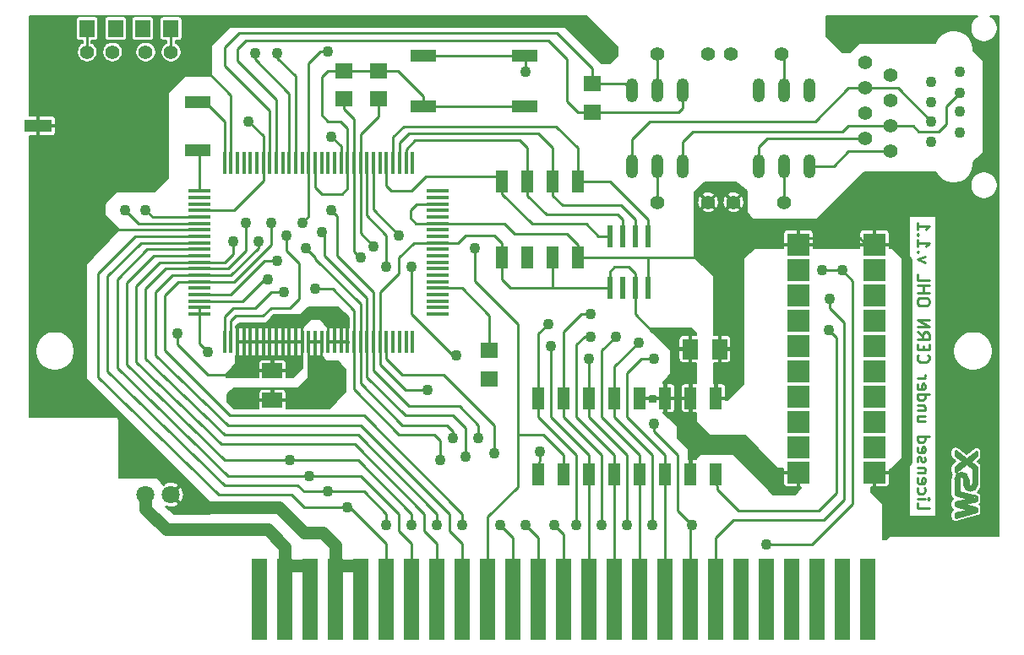
<source format=gbr>
%TF.GenerationSoftware,KiCad,Pcbnew,5.1.8-4.fc33*%
%TF.CreationDate,2021-01-04T09:43:00+01:00*%
%TF.ProjectId,obsonet_1,6f62736f-6e65-4745-9f31-2e6b69636164,rev?*%
%TF.SameCoordinates,Original*%
%TF.FileFunction,Copper,L2,Bot*%
%TF.FilePolarity,Positive*%
%FSLAX46Y46*%
G04 Gerber Fmt 4.6, Leading zero omitted, Abs format (unit mm)*
G04 Created by KiCad (PCBNEW 5.1.8-4.fc33) date 2021-01-04 09:43:00*
%MOMM*%
%LPD*%
G01*
G04 APERTURE LIST*
%TA.AperFunction,NonConductor*%
%ADD10C,0.254000*%
%TD*%
%TA.AperFunction,EtchedComponent*%
%ADD11C,0.254000*%
%TD*%
%TA.AperFunction,SMDPad,CuDef*%
%ADD12R,2.000000X1.500000*%
%TD*%
%TA.AperFunction,SMDPad,CuDef*%
%ADD13R,1.500000X2.000000*%
%TD*%
%TA.AperFunction,ComponentPad*%
%ADD14C,1.800000*%
%TD*%
%TA.AperFunction,SMDPad,CuDef*%
%ADD15R,1.600000X1.803000*%
%TD*%
%TA.AperFunction,SMDPad,CuDef*%
%ADD16R,1.803000X1.600000*%
%TD*%
%TA.AperFunction,ComponentPad*%
%ADD17C,1.408000*%
%TD*%
%TA.AperFunction,SMDPad,CuDef*%
%ADD18R,0.600000X2.200000*%
%TD*%
%TA.AperFunction,SMDPad,CuDef*%
%ADD19R,2.794000X1.270000*%
%TD*%
%TA.AperFunction,SMDPad,CuDef*%
%ADD20R,2.540000X1.270000*%
%TD*%
%TA.AperFunction,ComponentPad*%
%ADD21O,1.208000X2.416000*%
%TD*%
%TA.AperFunction,SMDPad,CuDef*%
%ADD22R,1.200000X2.200000*%
%TD*%
%TA.AperFunction,ComponentPad*%
%ADD23R,2.250000X2.250000*%
%TD*%
%TA.AperFunction,SMDPad,CuDef*%
%ADD24R,2.200000X0.350000*%
%TD*%
%TA.AperFunction,SMDPad,CuDef*%
%ADD25R,0.350000X2.200000*%
%TD*%
%TA.AperFunction,SMDPad,CuDef*%
%ADD26R,1.498600X8.128000*%
%TD*%
%TA.AperFunction,ViaPad*%
%ADD27C,1.106400*%
%TD*%
%TA.AperFunction,Conductor*%
%ADD28C,0.254000*%
%TD*%
%TA.AperFunction,Conductor*%
%ADD29C,1.270000*%
%TD*%
%TA.AperFunction,Conductor*%
%ADD30C,0.250000*%
%TD*%
%TA.AperFunction,Conductor*%
%ADD31C,0.127000*%
%TD*%
%TA.AperFunction,Conductor*%
%ADD32C,0.100000*%
%TD*%
G04 APERTURE END LIST*
D10*
X188896352Y-122230214D02*
X188896352Y-122804738D01*
X190102852Y-122804738D01*
X188896352Y-121828047D02*
X189700685Y-121828047D01*
X190102852Y-121828047D02*
X190045400Y-121885500D01*
X189987947Y-121828047D01*
X190045400Y-121770595D01*
X190102852Y-121828047D01*
X189987947Y-121828047D01*
X188953804Y-120736452D02*
X188896352Y-120851357D01*
X188896352Y-121081166D01*
X188953804Y-121196071D01*
X189011257Y-121253523D01*
X189126161Y-121310976D01*
X189470876Y-121310976D01*
X189585780Y-121253523D01*
X189643233Y-121196071D01*
X189700685Y-121081166D01*
X189700685Y-120851357D01*
X189643233Y-120736452D01*
X188953804Y-119759761D02*
X188896352Y-119874666D01*
X188896352Y-120104476D01*
X188953804Y-120219380D01*
X189068709Y-120276833D01*
X189528328Y-120276833D01*
X189643233Y-120219380D01*
X189700685Y-120104476D01*
X189700685Y-119874666D01*
X189643233Y-119759761D01*
X189528328Y-119702309D01*
X189413423Y-119702309D01*
X189298519Y-120276833D01*
X189700685Y-119185238D02*
X188896352Y-119185238D01*
X189585780Y-119185238D02*
X189643233Y-119127785D01*
X189700685Y-119012880D01*
X189700685Y-118840523D01*
X189643233Y-118725619D01*
X189528328Y-118668166D01*
X188896352Y-118668166D01*
X188953804Y-118151095D02*
X188896352Y-118036190D01*
X188896352Y-117806380D01*
X188953804Y-117691476D01*
X189068709Y-117634023D01*
X189126161Y-117634023D01*
X189241066Y-117691476D01*
X189298519Y-117806380D01*
X189298519Y-117978738D01*
X189355971Y-118093642D01*
X189470876Y-118151095D01*
X189528328Y-118151095D01*
X189643233Y-118093642D01*
X189700685Y-117978738D01*
X189700685Y-117806380D01*
X189643233Y-117691476D01*
X188953804Y-116657333D02*
X188896352Y-116772238D01*
X188896352Y-117002047D01*
X188953804Y-117116952D01*
X189068709Y-117174404D01*
X189528328Y-117174404D01*
X189643233Y-117116952D01*
X189700685Y-117002047D01*
X189700685Y-116772238D01*
X189643233Y-116657333D01*
X189528328Y-116599880D01*
X189413423Y-116599880D01*
X189298519Y-117174404D01*
X188896352Y-115565738D02*
X190102852Y-115565738D01*
X188953804Y-115565738D02*
X188896352Y-115680642D01*
X188896352Y-115910452D01*
X188953804Y-116025357D01*
X189011257Y-116082809D01*
X189126161Y-116140261D01*
X189470876Y-116140261D01*
X189585780Y-116082809D01*
X189643233Y-116025357D01*
X189700685Y-115910452D01*
X189700685Y-115680642D01*
X189643233Y-115565738D01*
X189700685Y-113554904D02*
X188896352Y-113554904D01*
X189700685Y-114071976D02*
X189068709Y-114071976D01*
X188953804Y-114014523D01*
X188896352Y-113899619D01*
X188896352Y-113727261D01*
X188953804Y-113612357D01*
X189011257Y-113554904D01*
X189700685Y-112980380D02*
X188896352Y-112980380D01*
X189585780Y-112980380D02*
X189643233Y-112922928D01*
X189700685Y-112808023D01*
X189700685Y-112635666D01*
X189643233Y-112520761D01*
X189528328Y-112463309D01*
X188896352Y-112463309D01*
X188896352Y-111371714D02*
X190102852Y-111371714D01*
X188953804Y-111371714D02*
X188896352Y-111486619D01*
X188896352Y-111716428D01*
X188953804Y-111831333D01*
X189011257Y-111888785D01*
X189126161Y-111946238D01*
X189470876Y-111946238D01*
X189585780Y-111888785D01*
X189643233Y-111831333D01*
X189700685Y-111716428D01*
X189700685Y-111486619D01*
X189643233Y-111371714D01*
X188953804Y-110337571D02*
X188896352Y-110452476D01*
X188896352Y-110682285D01*
X188953804Y-110797190D01*
X189068709Y-110854642D01*
X189528328Y-110854642D01*
X189643233Y-110797190D01*
X189700685Y-110682285D01*
X189700685Y-110452476D01*
X189643233Y-110337571D01*
X189528328Y-110280119D01*
X189413423Y-110280119D01*
X189298519Y-110854642D01*
X188896352Y-109763047D02*
X189700685Y-109763047D01*
X189470876Y-109763047D02*
X189585780Y-109705595D01*
X189643233Y-109648142D01*
X189700685Y-109533238D01*
X189700685Y-109418333D01*
X189011257Y-107407500D02*
X188953804Y-107464952D01*
X188896352Y-107637309D01*
X188896352Y-107752214D01*
X188953804Y-107924571D01*
X189068709Y-108039476D01*
X189183614Y-108096928D01*
X189413423Y-108154380D01*
X189585780Y-108154380D01*
X189815590Y-108096928D01*
X189930495Y-108039476D01*
X190045400Y-107924571D01*
X190102852Y-107752214D01*
X190102852Y-107637309D01*
X190045400Y-107464952D01*
X189987947Y-107407500D01*
X189528328Y-106890428D02*
X189528328Y-106488261D01*
X188896352Y-106315904D02*
X188896352Y-106890428D01*
X190102852Y-106890428D01*
X190102852Y-106315904D01*
X188896352Y-105109404D02*
X189470876Y-105511571D01*
X188896352Y-105798833D02*
X190102852Y-105798833D01*
X190102852Y-105339214D01*
X190045400Y-105224309D01*
X189987947Y-105166857D01*
X189873042Y-105109404D01*
X189700685Y-105109404D01*
X189585780Y-105166857D01*
X189528328Y-105224309D01*
X189470876Y-105339214D01*
X189470876Y-105798833D01*
X188896352Y-104592333D02*
X190102852Y-104592333D01*
X188896352Y-103902904D01*
X190102852Y-103902904D01*
X190102852Y-102179333D02*
X190102852Y-101949523D01*
X190045400Y-101834619D01*
X189930495Y-101719714D01*
X189700685Y-101662261D01*
X189298519Y-101662261D01*
X189068709Y-101719714D01*
X188953804Y-101834619D01*
X188896352Y-101949523D01*
X188896352Y-102179333D01*
X188953804Y-102294238D01*
X189068709Y-102409142D01*
X189298519Y-102466595D01*
X189700685Y-102466595D01*
X189930495Y-102409142D01*
X190045400Y-102294238D01*
X190102852Y-102179333D01*
X188896352Y-101145190D02*
X190102852Y-101145190D01*
X189528328Y-101145190D02*
X189528328Y-100455761D01*
X188896352Y-100455761D02*
X190102852Y-100455761D01*
X188896352Y-99306714D02*
X188896352Y-99881238D01*
X190102852Y-99881238D01*
X189700685Y-98100214D02*
X188896352Y-97812952D01*
X189700685Y-97525690D01*
X189011257Y-97066071D02*
X188953804Y-97008619D01*
X188896352Y-97066071D01*
X188953804Y-97123523D01*
X189011257Y-97066071D01*
X188896352Y-97066071D01*
X188896352Y-95859571D02*
X188896352Y-96549000D01*
X188896352Y-96204285D02*
X190102852Y-96204285D01*
X189930495Y-96319190D01*
X189815590Y-96434095D01*
X189758138Y-96549000D01*
X189011257Y-95342500D02*
X188953804Y-95285047D01*
X188896352Y-95342500D01*
X188953804Y-95399952D01*
X189011257Y-95342500D01*
X188896352Y-95342500D01*
X188896352Y-94136000D02*
X188896352Y-94825428D01*
X188896352Y-94480714D02*
X190102852Y-94480714D01*
X189930495Y-94595619D01*
X189815590Y-94710523D01*
X189758138Y-94825428D01*
D11*
%TO.C,U$2*%
X192871100Y-118774000D02*
X194750700Y-117427800D01*
X194674500Y-118697800D02*
X192896500Y-117377000D01*
X194674500Y-120374200D02*
X194674500Y-118697800D01*
X193785500Y-119815400D02*
X193785500Y-120348800D01*
X192921900Y-121263200D02*
X192921900Y-119815400D01*
X194725300Y-121796600D02*
X192921900Y-121263200D01*
X192896500Y-122355400D02*
X194725300Y-121796600D01*
X194725300Y-122914200D02*
X192896500Y-122355400D01*
X192871100Y-123447600D02*
X194725300Y-122914200D01*
X192718700Y-123295200D02*
X192718700Y-123676200D01*
X194191900Y-122914200D02*
X192718700Y-123295200D01*
X192718700Y-122533200D02*
X194191900Y-122914200D01*
X192718700Y-122177600D02*
X192718700Y-122533200D01*
X194166500Y-121796600D02*
X192718700Y-122177600D01*
X192718700Y-121390200D02*
X194166500Y-121796600D01*
X192718700Y-119866200D02*
X192718700Y-121390200D01*
X193988700Y-120374200D02*
X193988700Y-119866200D01*
X194496700Y-118799400D02*
X194496700Y-120374200D01*
X193836300Y-118316800D02*
X194496700Y-118799400D01*
X192718700Y-119104200D02*
X193836300Y-118316800D01*
X192718700Y-118647000D02*
X192718700Y-119104200D01*
X193531500Y-118062800D02*
X192718700Y-118647000D01*
X192718700Y-117478600D02*
X193531500Y-118062800D01*
X192718700Y-117046800D02*
X192718700Y-117478600D01*
X193836300Y-117859600D02*
X192718700Y-117046800D01*
X194877700Y-117097600D02*
X193836300Y-117859600D01*
X194877700Y-117554800D02*
X194877700Y-117097600D01*
X194166500Y-118088200D02*
X194877700Y-117554800D01*
X194877700Y-118596200D02*
X194166500Y-118088200D01*
X194877700Y-120374200D02*
X194877700Y-118596200D01*
X193607700Y-119840800D02*
X193607700Y-120374200D01*
X193099700Y-121136200D02*
X193099700Y-119815400D01*
X194877700Y-121618800D02*
X193099700Y-121136200D01*
X194877700Y-121974400D02*
X194877700Y-121618800D01*
X193455300Y-122380800D02*
X194877700Y-121974400D01*
X194877700Y-122736400D02*
X193455300Y-122380800D01*
X194877700Y-123117400D02*
X194877700Y-122736400D01*
X192718700Y-123676200D02*
X194877700Y-123117400D01*
X194674498Y-120374202D02*
G75*
G02*
X193785500Y-120348800I-444136J25401D01*
G01*
X193785500Y-119815400D02*
G75*
G03*
X192921900Y-119815400I-431800J0D01*
G01*
X192718700Y-119866200D02*
G75*
G02*
X193988700Y-119866200I635000J0D01*
G01*
X193988700Y-120374200D02*
G75*
G03*
X194496700Y-120374200I254000J0D01*
G01*
X194877700Y-120374200D02*
G75*
G02*
X193607700Y-120374200I-635000J0D01*
G01*
X193607698Y-119840802D02*
G75*
G03*
X193099700Y-119815400I-253364J25401D01*
G01*
%TD*%
D12*
%TO.P,C1,2*%
%TO.N,GND*%
X124291100Y-108961800D03*
%TO.P,C1,1*%
%TO.N,VCC*%
X124291100Y-111961800D03*
%TD*%
D13*
%TO.P,C4,2*%
%TO.N,GND*%
X169129900Y-106810600D03*
%TO.P,C4,1*%
%TO.N,VCC*%
X166129900Y-106810600D03*
%TD*%
D14*
%TO.P,C6,+*%
%TO.N,VCC*%
X111591100Y-121415600D03*
%TO.P,C6,-*%
%TO.N,GND*%
X114131100Y-121415600D03*
%TD*%
D15*
%TO.P,R2,1*%
%TO.N,Net-(LED2-PadA)*%
X114124400Y-74647900D03*
%TO.P,R2,2*%
%TO.N,VCC*%
X111280400Y-74647900D03*
%TD*%
%TO.P,R3,1*%
%TO.N,Net-(LED1-PadA)*%
X105724000Y-74647900D03*
%TO.P,R3,2*%
%TO.N,VCC*%
X108568000Y-74647900D03*
%TD*%
D16*
%TO.P,R4,1*%
%TO.N,/BROM-A16*%
X134927300Y-81721300D03*
%TO.P,R4,2*%
%TO.N,VCC*%
X134927300Y-78877300D03*
%TD*%
%TO.P,R5,1*%
%TO.N,/BROM-A17*%
X131434800Y-81721300D03*
%TO.P,R5,2*%
%TO.N,VCC*%
X131434800Y-78877300D03*
%TD*%
%TO.P,R6,1*%
%TO.N,GND*%
X146039900Y-109820100D03*
%TO.P,R6,2*%
%TO.N,Net-(IC4-Pad96)*%
X146039900Y-106976100D03*
%TD*%
%TO.P,R7,1*%
%TO.N,/TPIN+*%
X156358700Y-83023100D03*
%TO.P,R7,2*%
%TO.N,/TPIN-*%
X156358700Y-80179100D03*
%TD*%
D17*
%TO.P,CON2,8*%
%TO.N,Net-(CON2-Pad8)*%
X183663500Y-78076900D03*
%TO.P,CON2,7*%
%TO.N,Net-(CON2-Pad7)*%
X186203500Y-79346900D03*
%TO.P,CON2,1*%
%TO.N,Net-(CON2-Pad1)*%
X186203500Y-86966900D03*
%TO.P,CON2,2*%
%TO.N,Net-(CON2-Pad2)*%
X183663500Y-85696900D03*
%TO.P,CON2,3*%
%TO.N,Net-(CON2-Pad3)*%
X186203500Y-84426900D03*
%TO.P,CON2,4*%
%TO.N,Net-(CON2-Pad4)*%
X183663500Y-83156900D03*
%TO.P,CON2,5*%
%TO.N,Net-(CON2-Pad5)*%
X186203500Y-81886900D03*
%TO.P,CON2,6*%
%TO.N,Net-(CON2-Pad6)*%
X183663500Y-80616900D03*
%TD*%
D18*
%TO.P,IC2,5*%
%TO.N,GND*%
X161914900Y-100679300D03*
%TO.P,IC2,6*%
%TO.N,VCC*%
X160644900Y-100679300D03*
%TO.P,IC2,8*%
X158104900Y-100679300D03*
%TO.P,IC2,4*%
%TO.N,/EEDO*%
X161914900Y-95479300D03*
%TO.P,IC2,3*%
%TO.N,/EEDI*%
X160644900Y-95479300D03*
%TO.P,IC2,1*%
%TO.N,/EECS*%
X158104900Y-95479300D03*
%TO.P,IC2,7*%
%TO.N,Net-(IC2-Pad7)*%
X159374900Y-100679300D03*
%TO.P,IC2,2*%
%TO.N,/EESK*%
X159374900Y-95479300D03*
%TD*%
D19*
%TO.P,Q1,3*%
%TO.N,GND*%
X100827900Y-84426800D03*
D20*
%TO.P,Q1,2*%
%TO.N,Net-(IC4-Pad50)*%
X116829900Y-86839800D03*
%TO.P,Q1,1*%
%TO.N,Net-(IC4-Pad51)*%
X116829900Y-82013800D03*
%TD*%
D21*
%TO.P,TF1,14*%
%TO.N,Net-(CON2-Pad2)*%
X173027300Y-88459100D03*
%TO.P,TF1,11*%
%TO.N,Net-(CON2-Pad3)*%
X165407300Y-88459100D03*
%TO.P,TF1,6*%
%TO.N,/TPIN+*%
X165407300Y-80839100D03*
%TO.P,TF1,3*%
%TO.N,/TPOUT-*%
X173027300Y-80839100D03*
%TO.P,TF1,16*%
%TO.N,Net-(CON2-Pad1)*%
X178107300Y-88459100D03*
%TO.P,TF1,15*%
%TO.N,Net-(C10-Pad1)*%
X175567300Y-88459100D03*
%TO.P,TF1,10*%
%TO.N,Net-(C9-Pad1)*%
X162867300Y-88459100D03*
%TO.P,TF1,9*%
%TO.N,Net-(CON2-Pad6)*%
X160327300Y-88459100D03*
%TO.P,TF1,8*%
%TO.N,/TPIN-*%
X160327300Y-80839100D03*
%TO.P,TF1,7*%
%TO.N,Net-(C8-Pad2)*%
X162867300Y-80839100D03*
%TO.P,TF1,2*%
%TO.N,Net-(C7-Pad2)*%
X175567300Y-80839100D03*
%TO.P,TF1,1*%
%TO.N,/TPOUT+*%
X178107300Y-80839100D03*
%TD*%
D17*
%TO.P,C7,2*%
%TO.N,Net-(C7-Pad2)*%
X175313500Y-77187800D03*
%TO.P,C7,1*%
%TO.N,GND*%
X170233500Y-77187800D03*
%TD*%
%TO.P,C8,2*%
%TO.N,Net-(C8-Pad2)*%
X162867400Y-77187800D03*
%TO.P,C8,1*%
%TO.N,GND*%
X167947400Y-77187800D03*
%TD*%
%TO.P,C9,2*%
%TO.N,GND*%
X167947400Y-92078600D03*
%TO.P,C9,1*%
%TO.N,Net-(C9-Pad1)*%
X162867400Y-92078600D03*
%TD*%
%TO.P,C10,2*%
%TO.N,GND*%
X170487300Y-92078600D03*
%TO.P,C10,1*%
%TO.N,Net-(C10-Pad1)*%
X175567300Y-92078600D03*
%TD*%
D22*
%TO.P,IC3,16*%
%TO.N,VCC*%
X150961100Y-119341800D03*
%TO.P,IC3,15*%
%TO.N,/A5*%
X153501100Y-119341800D03*
%TO.P,IC3,14*%
%TO.N,/A12*%
X156041100Y-119341800D03*
%TO.P,IC3,13*%
%TO.N,/A7*%
X158581100Y-119341800D03*
%TO.P,IC3,12*%
%TO.N,/A11*%
X161121100Y-119341800D03*
%TO.P,IC3,11*%
%TO.N,/A9*%
X163661100Y-119341800D03*
%TO.P,IC3,10*%
%TO.N,VCC*%
X166201100Y-119341800D03*
%TO.P,IC3,9*%
%TO.N,/~H/L*%
X168741100Y-119341800D03*
%TO.P,IC3,8*%
%TO.N,GND*%
X168741100Y-111741800D03*
%TO.P,IC3,7*%
%TO.N,VCC*%
X166201100Y-111741800D03*
%TO.P,IC3,6*%
X163661100Y-111741800D03*
%TO.P,IC3,5*%
X161121100Y-111741800D03*
%TO.P,IC3,4*%
%TO.N,/A10*%
X158581100Y-111741800D03*
%TO.P,IC3,3*%
%TO.N,/A6*%
X156041100Y-111741800D03*
%TO.P,IC3,2*%
%TO.N,/A8*%
X153501100Y-111741800D03*
%TO.P,IC3,1*%
%TO.N,/A13*%
X150961100Y-111741800D03*
%TD*%
D23*
%TO.P,IC6,20*%
%TO.N,VCC*%
X176996100Y-119193100D03*
%TO.P,IC6,19*%
%TO.N,/~WE*%
X176996100Y-116653100D03*
%TO.P,IC6,18*%
%TO.N,/~CE_FLASH*%
X176996100Y-114113100D03*
%TO.P,IC6,17*%
%TO.N,/~OE*%
X176996100Y-111573100D03*
%TO.P,IC6,16*%
%TO.N,/~AEN*%
X176996100Y-109033100D03*
%TO.P,IC6,15*%
%TO.N,/RSTDRV*%
X176996100Y-106493100D03*
%TO.P,IC6,14*%
%TO.N,/NC_14*%
X176996100Y-103953100D03*
%TO.P,IC6,13*%
%TO.N,/NC_13*%
X176996100Y-101413100D03*
%TO.P,IC6,12*%
%TO.N,/~BUSDIR*%
X176996100Y-98873100D03*
%TO.P,IC6,11*%
%TO.N,GND*%
X176996100Y-96333100D03*
%TO.P,IC6,10*%
X184616100Y-96333100D03*
%TO.P,IC6,9*%
%TO.N,/~WR*%
X184616100Y-98873100D03*
%TO.P,IC6,5*%
%TO.N,/~RESET*%
X184616100Y-109033100D03*
%TO.P,IC6,6*%
%TO.N,/A15*%
X184616100Y-106493100D03*
%TO.P,IC6,4*%
%TO.N,/~RD*%
X184616100Y-111573100D03*
%TO.P,IC6,3*%
%TO.N,/~MERQ*%
X184616100Y-114113100D03*
%TO.P,IC6,8*%
%TO.N,/~H/L*%
X184616100Y-101413100D03*
%TO.P,IC6,7*%
%TO.N,/A14*%
X184616100Y-103953100D03*
%TO.P,IC6,2*%
%TO.N,Net-(IC6-Pad2)*%
X184616100Y-116653100D03*
%TO.P,IC6,1*%
%TO.N,GND*%
X184616100Y-119193100D03*
%TD*%
D20*
%TO.P,SW1,S@1*%
%TO.N,Net-(IC6-Pad2)*%
X149532400Y-77410100D03*
%TO.P,SW1,S*%
X139372400Y-77410100D03*
%TO.P,SW1,P@1*%
%TO.N,VCC*%
X149532400Y-82490100D03*
%TO.P,SW1,P*%
X139372400Y-82490100D03*
%TD*%
D17*
%TO.P,LED1,K*%
%TO.N,Net-(IC4-Pad61)*%
X108257500Y-77029200D03*
%TO.P,LED1,A*%
%TO.N,Net-(LED1-PadA)*%
X105717500Y-77029200D03*
%TD*%
%TO.P,LED2,K*%
%TO.N,Net-(IC4-Pad62)*%
X111591100Y-77029100D03*
%TO.P,LED2,A*%
%TO.N,Net-(LED2-PadA)*%
X114131100Y-77029100D03*
%TD*%
D22*
%TO.P,IC5,8*%
%TO.N,VCC*%
X147309900Y-97593100D03*
%TO.P,IC5,7*%
%TO.N,Net-(IC5-Pad7)*%
X149849900Y-97593100D03*
%TO.P,IC5,6*%
%TO.N,VCC*%
X152389900Y-97593100D03*
%TO.P,IC5,5*%
%TO.N,GND*%
X154929900Y-97593100D03*
%TO.P,IC5,4*%
%TO.N,/EEDO*%
X154929900Y-89993100D03*
%TO.P,IC5,3*%
%TO.N,/EEDI*%
X152389900Y-89993100D03*
%TO.P,IC5,2*%
%TO.N,/EESK*%
X149849900Y-89993100D03*
%TO.P,IC5,1*%
%TO.N,/EECS*%
X147309900Y-89993100D03*
%TD*%
D24*
%TO.P,IC4,100*%
%TO.N,Net-(IC4-Pad100)*%
X140859900Y-103301800D03*
%TO.P,IC4,99*%
%TO.N,Net-(IC4-Pad99)*%
X140859900Y-102651800D03*
%TO.P,IC4,98*%
%TO.N,Net-(IC4-Pad98)*%
X140859900Y-102001800D03*
%TO.P,IC4,97*%
%TO.N,Net-(IC4-Pad97)*%
X140859900Y-101351800D03*
%TO.P,IC4,96*%
%TO.N,Net-(IC4-Pad96)*%
X140859900Y-100701800D03*
%TO.P,IC4,95*%
%TO.N,Net-(IC4-Pad95)*%
X140859900Y-100051800D03*
%TO.P,IC4,94*%
%TO.N,Net-(IC4-Pad94)*%
X140859900Y-99401800D03*
%TO.P,IC4,93*%
%TO.N,Net-(IC4-Pad93)*%
X140859900Y-98751800D03*
%TO.P,IC4,92*%
%TO.N,Net-(IC4-Pad92)*%
X140859900Y-98101800D03*
%TO.P,IC4,91*%
%TO.N,Net-(IC4-Pad91)*%
X140859900Y-97451800D03*
%TO.P,IC4,90*%
%TO.N,Net-(IC4-Pad90)*%
X140859900Y-96801800D03*
%TO.P,IC4,89*%
%TO.N,VCC*%
X140859900Y-96151800D03*
%TO.P,IC4,88*%
%TO.N,Net-(IC4-Pad88)*%
X140859900Y-95501800D03*
%TO.P,IC4,87*%
%TO.N,Net-(IC4-Pad87)*%
X140859900Y-94851800D03*
%TO.P,IC4,86*%
%TO.N,GND*%
X140859900Y-94201800D03*
%TO.P,IC4,85*%
%TO.N,Net-(IC4-Pad85)*%
X140859900Y-93551800D03*
%TO.P,IC4,84*%
%TO.N,Net-(IC4-Pad84)*%
X140859900Y-92901800D03*
%TO.P,IC4,83*%
%TO.N,GND*%
X140859900Y-92251800D03*
%TO.P,IC4,82*%
%TO.N,Net-(IC4-Pad82)*%
X140859900Y-91601800D03*
%TO.P,IC4,81*%
%TO.N,Net-(IC4-Pad81)*%
X140859900Y-90951800D03*
D25*
%TO.P,IC4,80*%
%TO.N,Net-(IC4-Pad80)*%
X138319900Y-88161800D03*
%TO.P,IC4,79*%
%TO.N,/EESK*%
X137669900Y-88161800D03*
%TO.P,IC4,78*%
%TO.N,/EEDI*%
X137019900Y-88161800D03*
%TO.P,IC4,77*%
%TO.N,/EEDO*%
X136369900Y-88161800D03*
%TO.P,IC4,76*%
%TO.N,/EECS*%
X135719900Y-88161800D03*
%TO.P,IC4,75*%
%TO.N,Net-(IC4-Pad75)*%
X135069900Y-88161800D03*
%TO.P,IC4,74*%
%TO.N,/BROM-A14*%
X134419900Y-88161800D03*
%TO.P,IC4,73*%
%TO.N,/BROM-A15*%
X133769900Y-88161800D03*
%TO.P,IC4,72*%
%TO.N,/BROM-A16*%
X133119900Y-88161800D03*
%TO.P,IC4,71*%
%TO.N,/BROM-A17*%
X132469900Y-88161800D03*
%TO.P,IC4,70*%
%TO.N,VCC*%
X131819900Y-88161800D03*
%TO.P,IC4,69*%
%TO.N,/BROM-A18*%
X131169900Y-88161800D03*
%TO.P,IC4,68*%
%TO.N,Net-(IC4-Pad68)*%
X130519900Y-88161800D03*
%TO.P,IC4,67*%
%TO.N,Net-(IC4-Pad67)*%
X129869900Y-88161800D03*
%TO.P,IC4,66*%
%TO.N,Net-(IC4-Pad66)*%
X129219900Y-88161800D03*
%TO.P,IC4,65*%
%TO.N,VCC*%
X128569900Y-88161800D03*
%TO.P,IC4,64*%
%TO.N,GND*%
X127919900Y-88161800D03*
%TO.P,IC4,63*%
%TO.N,Net-(IC4-Pad63)*%
X127269900Y-88161800D03*
%TO.P,IC4,62*%
%TO.N,Net-(IC4-Pad62)*%
X126619900Y-88161800D03*
%TO.P,IC4,61*%
%TO.N,Net-(IC4-Pad61)*%
X125969900Y-88161800D03*
%TO.P,IC4,60*%
%TO.N,Net-(IC4-Pad60)*%
X125319900Y-88161800D03*
%TO.P,IC4,59*%
%TO.N,/TPIN+*%
X124669900Y-88161800D03*
%TO.P,IC4,58*%
%TO.N,/TPIN-*%
X124019900Y-88161800D03*
%TO.P,IC4,57*%
%TO.N,VCC*%
X123369900Y-88161800D03*
%TO.P,IC4,56*%
%TO.N,Net-(IC4-Pad56)*%
X122719900Y-88161800D03*
%TO.P,IC4,55*%
%TO.N,Net-(IC4-Pad55)*%
X122069900Y-88161800D03*
%TO.P,IC4,54*%
%TO.N,Net-(IC4-Pad54)*%
X121419900Y-88161800D03*
%TO.P,IC4,53*%
%TO.N,Net-(IC4-Pad53)*%
X120769900Y-88161800D03*
%TO.P,IC4,52*%
%TO.N,GND*%
X120119900Y-88161800D03*
%TO.P,IC4,51*%
%TO.N,Net-(IC4-Pad51)*%
X119469900Y-88161800D03*
D24*
%TO.P,IC4,50*%
%TO.N,Net-(IC4-Pad50)*%
X116929900Y-90951800D03*
%TO.P,IC4,49*%
%TO.N,Net-(IC4-Pad49)*%
X116929900Y-91601800D03*
%TO.P,IC4,48*%
%TO.N,Net-(IC4-Pad48)*%
X116929900Y-92251800D03*
%TO.P,IC4,47*%
%TO.N,VCC*%
X116929900Y-92901800D03*
%TO.P,IC4,46*%
%TO.N,/TPOUT-*%
X116929900Y-93551800D03*
%TO.P,IC4,45*%
%TO.N,/TPOUT+*%
X116929900Y-94201800D03*
%TO.P,IC4,44*%
%TO.N,GND*%
X116929900Y-94851800D03*
%TO.P,IC4,43*%
%TO.N,/D7*%
X116929900Y-95501800D03*
%TO.P,IC4,42*%
%TO.N,/D6*%
X116929900Y-96151800D03*
%TO.P,IC4,41*%
%TO.N,/D5*%
X116929900Y-96801800D03*
%TO.P,IC4,40*%
%TO.N,/D4*%
X116929900Y-97451800D03*
%TO.P,IC4,39*%
%TO.N,/D3*%
X116929900Y-98101800D03*
%TO.P,IC4,38*%
%TO.N,/D2*%
X116929900Y-98751800D03*
%TO.P,IC4,37*%
%TO.N,/D1*%
X116929900Y-99401800D03*
%TO.P,IC4,36*%
%TO.N,/D0*%
X116929900Y-100051800D03*
%TO.P,IC4,35*%
%TO.N,Net-(IC4-Pad35)*%
X116929900Y-100701800D03*
%TO.P,IC4,34*%
%TO.N,/~AEN*%
X116929900Y-101351800D03*
%TO.P,IC4,33*%
%TO.N,/RSTDRV*%
X116929900Y-102001800D03*
%TO.P,IC4,32*%
%TO.N,VCC*%
X116929900Y-102651800D03*
%TO.P,IC4,31*%
X116929900Y-103301800D03*
D25*
%TO.P,IC4,30*%
%TO.N,/~WE*%
X119469900Y-106091800D03*
%TO.P,IC4,29*%
%TO.N,/~OE*%
X120119900Y-106091800D03*
%TO.P,IC4,28*%
%TO.N,GND*%
X120769900Y-106091800D03*
%TO.P,IC4,27*%
X121419900Y-106091800D03*
%TO.P,IC4,26*%
X122069900Y-106091800D03*
%TO.P,IC4,25*%
X122719900Y-106091800D03*
%TO.P,IC4,24*%
X123369900Y-106091800D03*
%TO.P,IC4,23*%
X124019900Y-106091800D03*
%TO.P,IC4,22*%
X124669900Y-106091800D03*
%TO.P,IC4,21*%
X125319900Y-106091800D03*
%TO.P,IC4,20*%
X125969900Y-106091800D03*
%TO.P,IC4,19*%
X126619900Y-106091800D03*
%TO.P,IC4,18*%
X127269900Y-106091800D03*
%TO.P,IC4,17*%
%TO.N,VCC*%
X127919900Y-106091800D03*
%TO.P,IC4,16*%
X128569900Y-106091800D03*
%TO.P,IC4,15*%
X129219900Y-106091800D03*
%TO.P,IC4,14*%
%TO.N,GND*%
X129869900Y-106091800D03*
%TO.P,IC4,13*%
X130519900Y-106091800D03*
%TO.P,IC4,12*%
X131169900Y-106091800D03*
%TO.P,IC4,11*%
X131819900Y-106091800D03*
%TO.P,IC4,10*%
%TO.N,/A4*%
X132469900Y-106091800D03*
%TO.P,IC4,9*%
%TO.N,/A3*%
X133119900Y-106091800D03*
%TO.P,IC4,8*%
%TO.N,/A2*%
X133769900Y-106091800D03*
%TO.P,IC4,7*%
%TO.N,/A1*%
X134419900Y-106091800D03*
%TO.P,IC4,6*%
%TO.N,VCC*%
X135069900Y-106091800D03*
%TO.P,IC4,5*%
%TO.N,/A0*%
X135719900Y-106091800D03*
%TO.P,IC4,4*%
%TO.N,Net-(IC4-Pad4)*%
X136369900Y-106091800D03*
%TO.P,IC4,3*%
%TO.N,Net-(IC4-Pad3)*%
X137019900Y-106091800D03*
%TO.P,IC4,2*%
%TO.N,Net-(IC4-Pad2)*%
X137669900Y-106091800D03*
%TO.P,IC4,1*%
%TO.N,Net-(IC4-Pad1)*%
X138319900Y-106091800D03*
%TD*%
D26*
%TO.P,CON1,49*%
%TO.N,Net-(CON1-Pad49)*%
X123021100Y-131872400D03*
%TO.P,CON1,47*%
%TO.N,VCC*%
X125561100Y-131872400D03*
%TO.P,CON1,45*%
X128101100Y-131872400D03*
%TO.P,CON1,43*%
%TO.N,GND*%
X130641100Y-131872400D03*
%TO.P,CON1,41*%
X133181100Y-131872400D03*
%TO.P,CON1,39*%
%TO.N,/D7*%
X135721100Y-131872400D03*
%TO.P,CON1,37*%
%TO.N,/D5*%
X138261100Y-131872400D03*
%TO.P,CON1,35*%
%TO.N,/D3*%
X140801100Y-131872400D03*
%TO.P,CON1,33*%
%TO.N,/D1*%
X143341100Y-131872400D03*
%TO.P,CON1,31*%
%TO.N,/A5*%
X145881100Y-131872400D03*
%TO.P,CON1,29*%
%TO.N,/A3*%
X148421100Y-131872400D03*
%TO.P,CON1,27*%
%TO.N,/A1*%
X150961100Y-131872400D03*
%TO.P,CON1,25*%
%TO.N,/A14*%
X153501100Y-131872400D03*
%TO.P,CON1,23*%
%TO.N,/A12*%
X156041100Y-131872400D03*
%TO.P,CON1,21*%
%TO.N,/A7*%
X158581100Y-131872400D03*
%TO.P,CON1,19*%
%TO.N,/A11*%
X161121100Y-131872400D03*
%TO.P,CON1,17*%
%TO.N,/A9*%
X163661100Y-131872400D03*
%TO.P,CON1,15*%
%TO.N,/~RESET*%
X166201100Y-131872400D03*
%TO.P,CON1,13*%
%TO.N,/~WR*%
X168741100Y-131872400D03*
%TO.P,CON1,11*%
%TO.N,Net-(CON1-Pad11)*%
X171281100Y-131872400D03*
%TO.P,CON1,9*%
%TO.N,Net-(CON1-Pad9)*%
X173821100Y-131872400D03*
%TO.P,CON1,7*%
%TO.N,Net-(CON1-Pad7)*%
X176361100Y-131872400D03*
%TO.P,CON1,5*%
%TO.N,Net-(CON1-Pad5)*%
X178901100Y-131872400D03*
%TO.P,CON1,3*%
%TO.N,Net-(CON1-Pad3)*%
X181441100Y-131872400D03*
%TO.P,CON1,1*%
%TO.N,Net-(CON1-Pad1)*%
X183981100Y-131872400D03*
%TD*%
D27*
%TO.N,GND*%
X129847400Y-76997300D03*
X157628600Y-76997300D03*
X127307400Y-94110600D03*
X114766100Y-105223200D03*
X104923600Y-103000500D03*
X129847400Y-103635600D03*
X146039900Y-109985700D03*
%TO.N,VCC*%
X139848600Y-110938100D03*
X120957400Y-111731800D03*
X130482400Y-109350600D03*
X151119900Y-117097600D03*
X166201100Y-115383100D03*
X135086100Y-78870600D03*
X121909900Y-83950600D03*
X117782400Y-107128000D03*
X108568000Y-74647900D03*
X111280400Y-74647900D03*
%TO.N,N$24*%
X190331100Y-82045600D03*
%TO.N,N$26*%
X190331100Y-86014400D03*
%TO.N,N$27*%
X193188600Y-85061900D03*
%TO.N,N$28*%
X193188600Y-82998100D03*
%TO.N,Net-(IC6-Pad2)*%
X149691100Y-78997600D03*
%TO.N,/BROM-A16*%
X134451100Y-96491800D03*
%TO.N,/BROM-A17*%
X133181100Y-97603100D03*
%TO.N,Net-(CON2-Pad1)*%
X193188600Y-79029400D03*
%TO.N,Net-(CON2-Pad2)*%
X190331100Y-79981900D03*
%TO.N,Net-(CON2-Pad3)*%
X193188600Y-81093100D03*
%TO.N,Net-(CON2-Pad6)*%
X190331100Y-83950600D03*
%TO.N,/TPOUT-*%
X111591100Y-92840600D03*
%TO.N,/TPOUT+*%
X109527400Y-92840600D03*
%TO.N,/A5*%
X144611100Y-96714000D03*
%TO.N,/A12*%
X152231200Y-106493100D03*
%TO.N,/A7*%
X156199900Y-105540600D03*
%TO.N,/A11*%
X158739900Y-105540600D03*
%TO.N,/A9*%
X162549900Y-107763100D03*
%TO.N,/~H/L*%
X180012400Y-104905600D03*
%TO.N,/A10*%
X162391200Y-124431800D03*
X160962400Y-106175600D03*
%TO.N,/A6*%
X159851200Y-124431800D03*
X156041200Y-107763100D03*
%TO.N,/A8*%
X157311200Y-124431800D03*
X156199900Y-103318100D03*
%TO.N,/A13*%
X154771200Y-124431900D03*
X151913600Y-104270600D03*
%TO.N,/~WE*%
X142706100Y-107445500D03*
X138261100Y-98555600D03*
X125402400Y-101095600D03*
%TO.N,/~OE*%
X125719900Y-95380600D03*
%TO.N,/~AEN*%
X124767400Y-97920600D03*
%TO.N,/RSTDRV*%
X123814900Y-99825600D03*
%TO.N,/~BUSDIR*%
X173821100Y-126368600D03*
X179345600Y-98873100D03*
X181377600Y-98873100D03*
%TO.N,/~WR*%
X180171100Y-101730600D03*
%TO.N,/~RESET*%
X166359800Y-124431800D03*
X162549900Y-114271800D03*
%TO.N,/A14*%
X152548600Y-124431900D03*
%TO.N,Net-(IC4-Pad61)*%
X122544900Y-77092600D03*
%TO.N,Net-(IC4-Pad62)*%
X124767400Y-77092600D03*
%TO.N,/BROM-A14*%
X136991100Y-95380600D03*
%TO.N,/BROM-A15*%
X135721100Y-98555600D03*
%TO.N,/BROM-A18*%
X130164900Y-85538100D03*
%TO.N,/D7*%
X131752400Y-122685600D03*
%TO.N,/D6*%
X135721100Y-124431900D03*
X129847400Y-121098100D03*
%TO.N,/D5*%
X127942400Y-119510600D03*
%TO.N,/D4*%
X138261100Y-124431900D03*
X126037400Y-117923100D03*
%TO.N,/D3*%
X120322400Y-96015600D03*
%TO.N,/D2*%
X140801100Y-124431900D03*
X121592300Y-94110600D03*
%TO.N,/D1*%
X122862400Y-96015600D03*
%TO.N,/D0*%
X143341100Y-124431900D03*
X124132400Y-94110600D03*
%TO.N,/A4*%
X141118600Y-117923100D03*
X128577400Y-100778100D03*
%TO.N,/A3*%
X147151100Y-124431900D03*
X142388600Y-115700600D03*
X127624800Y-96650600D03*
%TO.N,/A2*%
X143658600Y-117605600D03*
X129212400Y-95063100D03*
%TO.N,/A1*%
X149691000Y-124431900D03*
X144928600Y-115700600D03*
X130164900Y-92840600D03*
%TO.N,/A0*%
X146516100Y-117288100D03*
%TD*%
D28*
%TO.N,GND*%
X127919900Y-88161800D02*
X127919900Y-78131100D01*
X127919900Y-78131100D02*
X129053600Y-76997300D01*
X129053600Y-76997300D02*
X129847400Y-76997300D01*
X127919900Y-93498100D02*
X127919900Y-88161800D01*
X127307400Y-94110600D02*
X127919900Y-93498100D01*
X138691200Y-92251800D02*
X140859900Y-92251800D01*
X138102400Y-92840600D02*
X138691200Y-92251800D01*
X138102400Y-93634400D02*
X138102400Y-92840600D01*
X138669800Y-94201800D02*
X140859900Y-94201800D01*
X138669800Y-94201800D02*
X138102400Y-93634400D01*
X154929900Y-96333100D02*
X154929900Y-97593100D01*
X153818700Y-95221800D02*
X154929900Y-96333100D01*
X148579900Y-95221800D02*
X153818700Y-95221800D01*
X147559800Y-94201800D02*
X148579900Y-95221800D01*
X140859900Y-94201800D02*
X147559800Y-94201800D01*
X154929900Y-97593100D02*
X161914900Y-97593100D01*
X161914900Y-97593100D02*
X166846100Y-97593100D01*
X166846100Y-97593100D02*
X166994900Y-97444300D01*
X161914900Y-97593100D02*
X161914900Y-100679300D01*
X114766100Y-105223200D02*
X114766100Y-106334400D01*
X114766100Y-106334400D02*
X117782400Y-109350600D01*
X117782400Y-109350600D02*
X120639900Y-109350600D01*
X146039900Y-109985700D02*
X146039900Y-109820100D01*
X120119900Y-88161800D02*
X120119900Y-81335100D01*
X120119900Y-81335100D02*
X117782400Y-78997600D01*
D29*
X130641100Y-126495600D02*
X130641100Y-128559300D01*
X129371100Y-125225600D02*
X130641100Y-126495600D01*
X127466100Y-125225600D02*
X129371100Y-125225600D01*
X124926100Y-122685600D02*
X127466100Y-125225600D01*
X116671100Y-122685600D02*
X124926100Y-122685600D01*
X133181100Y-128559300D02*
X133181100Y-131872400D01*
X130641100Y-128559300D02*
X133181100Y-128559300D01*
X130641100Y-128559300D02*
X130641100Y-131872400D01*
D30*
X184616100Y-119193100D02*
X187283300Y-119193100D01*
X187283300Y-119193100D02*
X188264800Y-118211600D01*
X188264800Y-118211600D02*
X188264800Y-97790000D01*
X186807900Y-96333100D02*
X184616100Y-96333100D01*
X188264800Y-97790000D02*
X186807900Y-96333100D01*
X184616100Y-96333100D02*
X183810700Y-96333100D01*
X183810700Y-96333100D02*
X183184800Y-95707200D01*
X177622000Y-95707200D02*
X176996100Y-96333100D01*
X183184800Y-95707200D02*
X177622000Y-95707200D01*
X115401100Y-122685600D02*
X114131100Y-121415600D01*
X116671100Y-122685600D02*
X115401100Y-122685600D01*
X100827900Y-98904800D02*
X104923600Y-103000500D01*
X100827900Y-84426800D02*
X100827900Y-98904800D01*
X104923600Y-103000500D02*
X104923600Y-104161600D01*
X104923600Y-104161600D02*
X105511600Y-104749600D01*
X105511600Y-104749600D02*
X105511600Y-109931200D01*
D28*
X108522300Y-94851800D02*
X116929900Y-94851800D01*
%TO.N,VCC*%
X135069800Y-108381900D02*
X135069900Y-106091800D01*
X137626100Y-110938100D02*
X135069800Y-108381900D01*
X137626100Y-110938100D02*
X139848600Y-110938100D01*
X131819900Y-84653100D02*
X131819900Y-88161800D01*
X131117400Y-83950600D02*
X131819900Y-84653100D01*
X129847400Y-83950600D02*
X131117400Y-83950600D01*
X129212400Y-83315600D02*
X129847400Y-83950600D01*
X129212400Y-79505600D02*
X129212400Y-83315600D01*
X129847400Y-78870600D02*
X129212400Y-79505600D01*
X131428100Y-78870600D02*
X129847400Y-78870600D01*
X131434800Y-78877300D02*
X131428100Y-78870600D01*
X136839100Y-78877300D02*
X139372400Y-81410600D01*
X139372400Y-81410600D02*
X139372400Y-82490100D01*
X139372400Y-82490100D02*
X149532400Y-82490100D01*
X150961100Y-119341800D02*
X151119800Y-117605700D01*
X151119800Y-117605700D02*
X151119900Y-117097600D01*
X131819900Y-88161800D02*
X131819900Y-90709300D01*
X131819900Y-90709300D02*
X131276100Y-91253100D01*
X131276100Y-91253100D02*
X129212400Y-91253100D01*
X128569900Y-90610600D02*
X128569900Y-88161800D01*
X129212400Y-91253100D02*
X128569900Y-90610600D01*
X123369900Y-85410600D02*
X123369900Y-88161800D01*
X121909900Y-83950600D02*
X123369900Y-85410600D01*
X138442400Y-96151800D02*
X140859900Y-96151800D01*
X136991100Y-97603100D02*
X138442400Y-96151800D01*
X136991100Y-99190600D02*
X136991100Y-97603100D01*
X135069900Y-106091800D02*
X135069900Y-101111800D01*
X135069900Y-101111800D02*
X136991100Y-99190600D01*
X140859900Y-96151800D02*
X142887400Y-96151800D01*
X142887400Y-96151800D02*
X143658600Y-95380600D01*
X143658600Y-95380600D02*
X146516200Y-95380600D01*
X146516200Y-95380600D02*
X147309900Y-96174300D01*
X147309900Y-96174300D02*
X147309900Y-97593100D01*
X147309900Y-97593100D02*
X147309900Y-99825600D01*
X148163600Y-100679300D02*
X152389900Y-100679300D01*
X152389900Y-100679300D02*
X158104900Y-100679300D01*
X147309900Y-99825600D02*
X148163600Y-100679300D01*
X152389900Y-100679300D02*
X152389900Y-97593100D01*
X158104900Y-100679300D02*
X158104900Y-99031800D01*
X158104900Y-99031800D02*
X158581100Y-98555600D01*
X158581100Y-98555600D02*
X160009900Y-98555600D01*
X160009900Y-98555600D02*
X160644900Y-99190600D01*
X116929900Y-103301800D02*
X116929900Y-102651800D01*
X160644900Y-99190600D02*
X160644900Y-100679300D01*
D29*
X123814900Y-124908100D02*
X125561100Y-126654300D01*
X113654900Y-124908100D02*
X123814900Y-124908100D01*
X113654900Y-124908100D02*
X111591100Y-122844300D01*
X111591100Y-122844300D02*
X111591100Y-121415600D01*
D28*
X134927300Y-78877300D02*
X131434800Y-78877300D01*
X134927300Y-78877300D02*
X136839100Y-78877300D01*
X135086100Y-78870600D02*
X134934000Y-78870600D01*
X134934000Y-78870600D02*
X134927300Y-78877300D01*
X116929900Y-106275600D02*
X116929900Y-103301800D01*
X117782400Y-107128000D02*
X116929900Y-106275600D01*
X120419900Y-92901800D02*
X116929900Y-92901800D01*
X123369900Y-88161800D02*
X123369900Y-89951800D01*
X123369900Y-89951800D02*
X120419900Y-92901800D01*
D29*
X128101100Y-128559300D02*
X128101100Y-131872400D01*
X125561100Y-128559300D02*
X128101100Y-128559300D01*
X125561100Y-128559300D02*
X125561100Y-131872400D01*
X125561100Y-126654300D02*
X125561100Y-128559300D01*
D28*
X160644900Y-100679300D02*
X160644900Y-103286400D01*
X160644900Y-103286400D02*
X162391100Y-105032600D01*
%TO.N,Net-(IC6-Pad2)*%
X139372400Y-77410100D02*
X149532400Y-77410100D01*
X149691100Y-77568800D02*
X149691100Y-78997600D01*
X149532400Y-77410100D02*
X149691100Y-77568800D01*
%TO.N,Net-(LED2-PadA)*%
X114131100Y-77029100D02*
X114131100Y-74654500D01*
X114131100Y-74654500D02*
X114124400Y-74647900D01*
%TO.N,Net-(LED1-PadA)*%
X105717500Y-77029200D02*
X105717500Y-74654400D01*
X105717500Y-74654400D02*
X105724000Y-74647900D01*
%TO.N,/BROM-A16*%
X133119800Y-95160500D02*
X133119900Y-88161800D01*
X134451100Y-96491800D02*
X133119800Y-95160500D01*
X133119900Y-88161800D02*
X133119900Y-85281800D01*
X133119900Y-85281800D02*
X134927400Y-83474300D01*
X134927400Y-83474300D02*
X134927400Y-81721400D01*
X134927400Y-81721400D02*
X134927300Y-81721300D01*
%TO.N,/BROM-A17*%
X132469800Y-97050600D02*
X132469900Y-88161800D01*
X133022300Y-97603100D02*
X132469800Y-97050600D01*
X133181100Y-97603100D02*
X133022300Y-97603100D01*
X132469900Y-88161800D02*
X132469900Y-83715600D01*
X132469900Y-83715600D02*
X131434900Y-82680600D01*
X131434900Y-82680600D02*
X131434900Y-81721400D01*
X131434900Y-81721400D02*
X131434800Y-81721300D01*
%TO.N,Net-(IC4-Pad96)*%
X146039900Y-106976100D02*
X146039900Y-103476900D01*
X143264800Y-100701800D02*
X140859900Y-100701800D01*
X146039900Y-103476900D02*
X143264800Y-100701800D01*
%TO.N,/TPIN+*%
X165407300Y-82617200D02*
X165407300Y-80839100D01*
X153818600Y-77727600D02*
X153818600Y-81918600D01*
X151913600Y-75822600D02*
X153818600Y-77727600D01*
X121655800Y-75822600D02*
X151913600Y-75822600D01*
X120798600Y-76679800D02*
X121655800Y-75822600D01*
X120798600Y-77918000D02*
X120798600Y-76679800D01*
X124669900Y-88161800D02*
X124669900Y-81789300D01*
X124669900Y-81789300D02*
X120798600Y-77918000D01*
X153818600Y-81918600D02*
X154923100Y-83023100D01*
X154923100Y-83023100D02*
X156358700Y-83023100D01*
X156358700Y-83023100D02*
X165001400Y-83023100D01*
X165001400Y-83023100D02*
X165407300Y-82617200D01*
%TO.N,/TPIN-*%
X124019900Y-88161800D02*
X124019900Y-82885600D01*
X124019900Y-82885600D02*
X119528600Y-78394300D01*
X119528600Y-78394300D02*
X119528600Y-76521100D01*
X119528600Y-76521100D02*
X120925600Y-75124100D01*
X120925600Y-75124100D02*
X152802600Y-75124100D01*
X152802600Y-75124100D02*
X156358700Y-78680200D01*
X156358700Y-78680200D02*
X156358700Y-80179100D01*
X156358700Y-80179100D02*
X159667300Y-80179100D01*
X159667300Y-80179100D02*
X160327300Y-80839100D01*
%TO.N,Net-(CON2-Pad1)*%
X178107300Y-88459100D02*
X180520400Y-88459100D01*
X180520400Y-88459100D02*
X182012600Y-86966900D01*
X182012600Y-86966900D02*
X186203500Y-86966900D01*
%TO.N,Net-(CON2-Pad2)*%
X173027300Y-88459100D02*
X173027300Y-86522400D01*
X173852800Y-85696900D02*
X183663500Y-85696900D01*
X173027300Y-86522400D02*
X173852800Y-85696900D01*
%TO.N,Net-(CON2-Pad3)*%
X186203500Y-84426900D02*
X188521400Y-84426900D01*
X188521400Y-84426900D02*
X189061100Y-84966600D01*
X189061100Y-84966600D02*
X191093100Y-84966600D01*
X191093100Y-84966600D02*
X191855100Y-84204600D01*
X191855100Y-84204600D02*
X191855100Y-82426600D01*
X191855100Y-82426600D02*
X193188600Y-81093100D01*
X181980800Y-84426900D02*
X186203500Y-84426900D01*
X181441100Y-84966600D02*
X181980800Y-84426900D01*
X166455100Y-84966600D02*
X181441100Y-84966600D01*
X165407300Y-88459100D02*
X165407300Y-86014400D01*
X165407300Y-86014400D02*
X166455100Y-84966600D01*
%TO.N,Net-(CON2-Pad6)*%
X182012600Y-80616900D02*
X183663500Y-80616900D01*
X183663500Y-80616900D02*
X186997400Y-80616900D01*
X186997400Y-80616900D02*
X190331100Y-83950600D01*
X178678900Y-83950600D02*
X182012600Y-80616900D01*
X162137100Y-83950600D02*
X178678900Y-83950600D01*
X160327300Y-88459100D02*
X160327300Y-85760400D01*
X160327300Y-85760400D02*
X162137100Y-83950600D01*
%TO.N,/EEDO*%
X136369900Y-88161800D02*
X136369900Y-85524300D01*
X136369900Y-85524300D02*
X137435600Y-84458600D01*
X137435600Y-84458600D02*
X152739200Y-84458600D01*
X152739200Y-84458600D02*
X154929900Y-86649300D01*
X154929900Y-86649300D02*
X154929900Y-89993100D01*
X154929900Y-89993100D02*
X158114900Y-89993100D01*
X158114900Y-89993100D02*
X161914900Y-93793100D01*
X161914900Y-93793100D02*
X161914900Y-95479300D01*
%TO.N,/EEDI*%
X137019900Y-88161800D02*
X137019900Y-86144300D01*
X137019900Y-86144300D02*
X138007100Y-85157100D01*
X138007100Y-85157100D02*
X150897700Y-85157100D01*
X150897700Y-85157100D02*
X152389900Y-86649300D01*
X152389900Y-86649300D02*
X152389900Y-89993100D01*
X152389900Y-89993100D02*
X152389900Y-91411800D01*
X152389900Y-91411800D02*
X153342400Y-92364300D01*
X153342400Y-92364300D02*
X159216100Y-92364300D01*
X159216100Y-92364300D02*
X160644900Y-93793100D01*
X160644900Y-93793100D02*
X160644900Y-95479300D01*
%TO.N,/EECS*%
X135719900Y-90458100D02*
X135719900Y-88161800D01*
X136197400Y-90935600D02*
X135719900Y-90458100D01*
X136197400Y-90935600D02*
X138261100Y-90935600D01*
X138261100Y-90935600D02*
X139689900Y-89506800D01*
X139689900Y-89506800D02*
X147309900Y-89506800D01*
X147309900Y-89506800D02*
X147309900Y-89993100D01*
X147309900Y-89993100D02*
X147309900Y-91253100D01*
X147309900Y-91253100D02*
X150326200Y-94269300D01*
X150326200Y-94269300D02*
X155723700Y-94269300D01*
X156933700Y-95479300D02*
X158104900Y-95479300D01*
X155723700Y-94269300D02*
X156933700Y-95479300D01*
%TO.N,/EESK*%
X137669900Y-88161800D02*
X137669900Y-86764200D01*
X137669900Y-86764200D02*
X138578700Y-85855500D01*
X138578700Y-85855500D02*
X149056100Y-85855600D01*
X149056100Y-85855600D02*
X149849900Y-86649300D01*
X149849900Y-86649300D02*
X149849900Y-89993100D01*
X149849900Y-89993100D02*
X149849900Y-91411800D01*
X149849900Y-91411800D02*
X151754900Y-93316800D01*
X151754900Y-93316800D02*
X158898600Y-93316800D01*
X158898600Y-93316800D02*
X159374900Y-93793100D01*
X159374900Y-93793100D02*
X159374900Y-95479300D01*
%TO.N,Net-(IC4-Pad50)*%
X116929900Y-90951800D02*
X116929900Y-86939800D01*
X116929900Y-86939800D02*
X116829900Y-86839800D01*
%TO.N,Net-(IC4-Pad51)*%
X119469900Y-88161800D02*
X119469900Y-83955400D01*
X117528300Y-82013800D02*
X116829900Y-82013800D01*
X119469900Y-83955400D02*
X117528300Y-82013800D01*
%TO.N,/TPOUT-*%
X112302300Y-93551800D02*
X116929900Y-93551800D01*
X111591100Y-92840600D02*
X112302300Y-93551800D01*
%TO.N,Net-(C10-Pad1)*%
X175567300Y-92078600D02*
X175567300Y-88459100D01*
%TO.N,Net-(C9-Pad1)*%
X162867300Y-91570500D02*
X162867300Y-88459100D01*
X162867400Y-92078600D02*
X162867300Y-91570500D01*
%TO.N,Net-(C8-Pad2)*%
X162867300Y-80839100D02*
X162867300Y-77187900D01*
X162867300Y-77187900D02*
X162867400Y-77187800D01*
%TO.N,Net-(C7-Pad2)*%
X175567300Y-80839100D02*
X175567300Y-77442000D01*
X175567300Y-77442000D02*
X175313500Y-77187800D01*
%TO.N,/TPOUT+*%
X110888600Y-94201800D02*
X116929900Y-94201800D01*
X110888600Y-94201800D02*
X109527400Y-92840600D01*
%TO.N,/A5*%
X145881100Y-123638100D02*
X148897400Y-120621800D01*
X148897400Y-120621800D02*
X148897400Y-115383100D01*
X148897400Y-115383100D02*
X151437400Y-115383100D01*
X151437400Y-115383100D02*
X153501200Y-117446900D01*
X153501200Y-117446900D02*
X153501100Y-119341800D01*
X144611200Y-99984300D02*
X144611100Y-96714000D01*
X148897400Y-104270700D02*
X144611200Y-99984300D01*
X148897400Y-115383100D02*
X148897400Y-104270700D01*
X145881100Y-131872400D02*
X145881100Y-123638100D01*
%TO.N,/A12*%
X152231200Y-113637000D02*
X152231200Y-106493100D01*
X156041100Y-117446900D02*
X152231200Y-113637000D01*
X156041100Y-119341800D02*
X156041100Y-117446900D01*
X156041100Y-131872400D02*
X156041100Y-119341800D01*
%TO.N,/A7*%
X155564900Y-105540600D02*
X156199900Y-105540600D01*
X154771100Y-106334300D02*
X155564900Y-105540600D01*
X154771100Y-113636900D02*
X154771100Y-106334300D01*
X158581100Y-117446900D02*
X154771100Y-113636900D01*
X158581100Y-119341800D02*
X158581100Y-117446900D01*
X158581100Y-131872400D02*
X158581100Y-119341800D01*
%TO.N,/A11*%
X157311100Y-106969300D02*
X158739900Y-105540600D01*
X157311100Y-113636900D02*
X157311100Y-106969300D01*
X161121100Y-117446900D02*
X157311100Y-113636900D01*
X161121100Y-119341800D02*
X161121100Y-117446900D01*
X161121100Y-131872400D02*
X161121100Y-119341800D01*
%TO.N,/A9*%
X161279900Y-107763100D02*
X162549900Y-107763100D01*
X159851400Y-109191700D02*
X161279900Y-107763100D01*
X159851200Y-113636900D02*
X159851400Y-109191700D01*
X163661200Y-117446900D02*
X159851200Y-113636900D01*
X163661100Y-119341800D02*
X163661200Y-117446900D01*
X163661100Y-131872400D02*
X163661100Y-119341800D01*
%TO.N,/~H/L*%
X168899800Y-120939300D02*
X168741100Y-119341800D01*
X170963600Y-123003100D02*
X168899800Y-120939300D01*
X170963600Y-123003100D02*
X179059800Y-123003100D01*
X179059800Y-123003100D02*
X180806100Y-121256800D01*
X180806100Y-121256800D02*
X180806000Y-105699300D01*
X180806000Y-105699300D02*
X180012400Y-104905600D01*
%TO.N,/A10*%
X162391200Y-124431800D02*
X162391100Y-117446900D01*
X162391100Y-117446900D02*
X158581100Y-113636900D01*
X158581100Y-113636900D02*
X158581100Y-111741800D01*
X158581100Y-108556800D02*
X160962400Y-106175600D01*
X158581100Y-111741800D02*
X158581100Y-108556800D01*
%TO.N,/A6*%
X159851200Y-124431800D02*
X159851100Y-117446900D01*
X159851100Y-117446900D02*
X156041100Y-113636900D01*
X156041100Y-113636900D02*
X156041100Y-111741800D01*
X156041100Y-111741800D02*
X156041200Y-107763100D01*
%TO.N,/A8*%
X157311200Y-124431800D02*
X157311100Y-117446900D01*
X157311100Y-117446900D02*
X153501100Y-113636900D01*
X153501100Y-113636900D02*
X153501100Y-111741800D01*
X155247300Y-103318100D02*
X156199900Y-103318100D01*
X153501100Y-105064300D02*
X155247300Y-103318100D01*
X153501100Y-111741800D02*
X153501100Y-105064300D01*
%TO.N,/A13*%
X154771200Y-124431900D02*
X154771200Y-117446900D01*
X154771200Y-117446900D02*
X150961200Y-113636900D01*
X150961200Y-113636900D02*
X150961100Y-111741800D01*
X150961100Y-111741800D02*
X150961100Y-105223100D01*
X150961100Y-105223100D02*
X151913600Y-104270600D01*
%TO.N,/~WE*%
X142388600Y-107445600D02*
X142706100Y-107445500D01*
X138261100Y-103318100D02*
X142388600Y-107445600D01*
X138261100Y-98555600D02*
X138261100Y-103318100D01*
X124132400Y-101095600D02*
X125402400Y-101095600D01*
X119469900Y-106091800D02*
X119469800Y-103535600D01*
X119469800Y-103535600D02*
X120322300Y-102683100D01*
X120322300Y-102683100D02*
X122544900Y-102683100D01*
X122544900Y-102683100D02*
X124132400Y-101095600D01*
%TO.N,/~OE*%
X120119900Y-106091800D02*
X120119800Y-103996900D01*
X120119800Y-103996900D02*
X120639800Y-103476900D01*
X120639800Y-103476900D02*
X123338600Y-103476900D01*
X123338600Y-103476900D02*
X124132400Y-102683100D01*
X124132400Y-102683100D02*
X126037400Y-102683100D01*
X126037400Y-102683100D02*
X126989900Y-101730600D01*
X126989900Y-101730600D02*
X126989900Y-98238100D01*
X126989900Y-98238100D02*
X125719900Y-96968100D01*
X125719900Y-96968100D02*
X125719900Y-95380600D01*
%TO.N,/~AEN*%
X123497400Y-97920600D02*
X124767400Y-97920600D01*
X116929900Y-101351800D02*
X120066100Y-101351900D01*
X120066100Y-101351900D02*
X123497400Y-97920600D01*
%TO.N,/RSTDRV*%
X116929900Y-102001800D02*
X121321100Y-102001900D01*
X121321100Y-102001900D02*
X123497400Y-99825600D01*
X123497400Y-99825600D02*
X123814900Y-99825600D01*
%TO.N,/~BUSDIR*%
X173821100Y-126368600D02*
X178393100Y-126368600D01*
X178393100Y-126368600D02*
X182457100Y-122304600D01*
X182457100Y-122304600D02*
X182457100Y-99952600D01*
X182457100Y-99952600D02*
X181377600Y-98873100D01*
X181377600Y-98873100D02*
X179345600Y-98873100D01*
%TO.N,/~WR*%
X179536200Y-123955600D02*
X181599800Y-121891800D01*
X170487600Y-123955600D02*
X179536200Y-123955600D01*
X168741100Y-125702000D02*
X170487600Y-123955600D01*
X181599800Y-121891800D02*
X181599800Y-104111800D01*
X181599800Y-104111800D02*
X180171100Y-102683100D01*
X180171100Y-102683100D02*
X180171100Y-101730600D01*
X168741100Y-131872400D02*
X168741100Y-125702000D01*
%TO.N,/~RESET*%
X162549900Y-115092700D02*
X162549900Y-114271800D01*
X164910300Y-117453100D02*
X162549900Y-115092700D01*
X164910300Y-122982300D02*
X164910300Y-117453100D01*
X166359800Y-124431800D02*
X164910300Y-122982300D01*
X166201100Y-131872400D02*
X166201100Y-124590500D01*
X166201100Y-124590500D02*
X166359800Y-124431800D01*
%TO.N,/A14*%
X153501100Y-125384300D02*
X152548600Y-124431900D01*
X153501100Y-131872400D02*
X153501100Y-125384300D01*
%TO.N,Net-(IC4-Pad61)*%
X125969900Y-81184300D02*
X125969900Y-88161800D01*
X122544900Y-77759300D02*
X125969900Y-81184300D01*
X122544900Y-77092600D02*
X122544900Y-77759300D01*
%TO.N,Net-(IC4-Pad62)*%
X126619900Y-79453100D02*
X126619900Y-88161800D01*
X124767400Y-77600600D02*
X126619900Y-79453100D01*
X124767400Y-77092600D02*
X124767400Y-77600600D01*
%TO.N,/BROM-A14*%
X134419800Y-92809300D02*
X134419900Y-88161800D01*
X136991100Y-95380600D02*
X134419800Y-92809300D01*
%TO.N,/BROM-A15*%
X133769900Y-93429300D02*
X133769900Y-88161800D01*
X135721100Y-95380600D02*
X133769900Y-93429300D01*
X135721100Y-98555600D02*
X135721100Y-95380600D01*
%TO.N,/BROM-A18*%
X131169900Y-88161800D02*
X131169800Y-86438100D01*
X131169800Y-86438100D02*
X130164900Y-85538100D01*
%TO.N,/D7*%
X131752400Y-122685600D02*
X132069700Y-122685700D01*
X132069700Y-122685700D02*
X135721100Y-126337100D01*
X110517300Y-95501800D02*
X116929900Y-95501800D01*
X106828600Y-99190600D02*
X110517300Y-95501800D01*
X106828600Y-109668100D02*
X106828600Y-99190600D01*
X118893600Y-121415600D02*
X106828600Y-109668100D01*
X118893600Y-121415600D02*
X126196100Y-121415600D01*
X126196100Y-121415600D02*
X127466100Y-122685600D01*
X127466100Y-122685600D02*
X131752400Y-122685600D01*
X135721100Y-126337100D02*
X135721100Y-131872400D01*
%TO.N,/D6*%
X135721100Y-123320600D02*
X135721100Y-124431900D01*
X133498600Y-121098100D02*
X135721100Y-123320600D01*
X129847400Y-121098100D02*
X133498600Y-121098100D01*
X111137400Y-96151800D02*
X116929900Y-96151800D01*
X107781100Y-99508100D02*
X111137400Y-96151800D01*
X107781100Y-109033100D02*
X107781100Y-99508100D01*
X119528600Y-120463100D02*
X107781100Y-109033100D01*
X119528600Y-120463100D02*
X126831100Y-120463100D01*
X127466100Y-121098100D02*
X129847400Y-121098100D01*
X126831100Y-120463100D02*
X127466100Y-121098100D01*
%TO.N,/D5*%
X136991100Y-125067100D02*
X138261100Y-126337100D01*
X136991100Y-123320600D02*
X136991100Y-125067100D01*
X133181100Y-119510600D02*
X136991100Y-123320600D01*
X111757400Y-96801800D02*
X116929900Y-96801800D01*
X108733600Y-99825600D02*
X111757400Y-96801800D01*
X108733600Y-108715600D02*
X108733600Y-99825600D01*
X108733600Y-108715600D02*
X119846100Y-119510600D01*
X119846100Y-119510600D02*
X127942400Y-119510600D01*
X127942400Y-119510600D02*
X133181100Y-119510600D01*
X138261100Y-126337100D02*
X138261100Y-131872400D01*
%TO.N,/D4*%
X138261100Y-123320600D02*
X138261100Y-124431900D01*
X132863600Y-117923100D02*
X138261100Y-123320600D01*
X112377400Y-97451800D02*
X116929900Y-97451800D01*
X109686100Y-100143100D02*
X112377400Y-97451800D01*
X109686100Y-108398100D02*
X109686100Y-100143100D01*
X119528600Y-117923100D02*
X109686100Y-108398100D01*
X119528600Y-117923100D02*
X126037400Y-117923100D01*
X126037400Y-117923100D02*
X132863600Y-117923100D01*
%TO.N,/D3*%
X139531100Y-125067100D02*
X140801100Y-126337100D01*
X139531100Y-123320600D02*
X139531100Y-125067100D01*
X132546100Y-116335600D02*
X139531100Y-123320600D01*
X112997300Y-98101800D02*
X116929900Y-98101800D01*
X110638600Y-100460600D02*
X112997300Y-98101800D01*
X110638600Y-108080600D02*
X110638600Y-100460600D01*
X110638600Y-108080600D02*
X119211100Y-116335600D01*
X119211100Y-116335600D02*
X132546100Y-116335600D01*
X116929900Y-98101800D02*
X119506100Y-98101800D01*
X119506100Y-98101800D02*
X120322400Y-97285600D01*
X120322400Y-97285600D02*
X120322400Y-96015600D01*
X140801100Y-126337100D02*
X140801100Y-131872400D01*
%TO.N,/D2*%
X140801100Y-123320600D02*
X140801100Y-124431900D01*
X132863600Y-115383100D02*
X140801100Y-123320600D01*
X113617400Y-98751800D02*
X116929900Y-98751800D01*
X111591100Y-100778100D02*
X113617400Y-98751800D01*
X111591100Y-107763100D02*
X111591100Y-100778100D01*
X119528600Y-115383100D02*
X111591100Y-107763100D01*
X119528600Y-115383100D02*
X132863600Y-115383100D01*
X116929900Y-98751800D02*
X119808600Y-98751800D01*
X119808600Y-98751800D02*
X121592400Y-96968100D01*
X121592400Y-96968100D02*
X121592300Y-94110600D01*
%TO.N,/D1*%
X142071100Y-125067100D02*
X143341100Y-126337100D01*
X142071100Y-123320600D02*
X142071100Y-125067100D01*
X133181100Y-114430600D02*
X142071100Y-123320600D01*
X114237400Y-99401800D02*
X116929900Y-99401800D01*
X112543600Y-101095600D02*
X114237400Y-99401800D01*
X112543600Y-107445600D02*
X112543600Y-101095600D01*
X112543600Y-107445600D02*
X119846100Y-114430600D01*
X119846100Y-114430600D02*
X133181100Y-114430600D01*
X116929900Y-99401800D02*
X120111200Y-99401900D01*
X120111200Y-99401900D02*
X122862400Y-96650600D01*
X122862400Y-96650600D02*
X122862400Y-96015600D01*
X143341100Y-126337100D02*
X143341100Y-131872400D01*
%TO.N,/D0*%
X143341100Y-123320600D02*
X143341100Y-124431900D01*
X133498600Y-113478100D02*
X143341100Y-123320600D01*
X114857300Y-100051800D02*
X116929900Y-100051800D01*
X113496100Y-101413100D02*
X114857300Y-100051800D01*
X113496100Y-106969300D02*
X113496100Y-101413100D01*
X113496100Y-106969300D02*
X120004900Y-113478100D01*
X120004900Y-113478100D02*
X133498600Y-113478100D01*
X116929900Y-100051800D02*
X120413700Y-100051900D01*
X120413700Y-100051900D02*
X124132400Y-96333100D01*
X124132400Y-96333100D02*
X124132400Y-94110600D01*
%TO.N,/A4*%
X132469900Y-106091800D02*
X132469900Y-102924300D01*
X132469900Y-102924300D02*
X130323600Y-100778100D01*
X130323600Y-100778100D02*
X128577400Y-100778100D01*
X141118600Y-117923100D02*
X141118600Y-116018100D01*
X141118600Y-116018100D02*
X140483600Y-115383100D01*
X140483600Y-115383100D02*
X136991100Y-115383100D01*
X136991100Y-115383100D02*
X132469800Y-110861800D01*
X132469800Y-110861800D02*
X132469900Y-106091800D01*
%TO.N,/A3*%
X148421100Y-125701900D02*
X147151100Y-124431900D01*
X128577400Y-97603100D02*
X127624800Y-96650600D01*
X133119800Y-102304300D02*
X128577400Y-97761900D01*
X128577400Y-97761900D02*
X128577400Y-97603100D01*
X142388600Y-115700600D02*
X142388600Y-115065600D01*
X142388600Y-115065600D02*
X141753600Y-114430600D01*
X141753600Y-114430600D02*
X137308600Y-114430600D01*
X137308600Y-114430600D02*
X133119900Y-110241900D01*
X133119900Y-110241900D02*
X133119900Y-106091800D01*
X133119800Y-106091700D02*
X133119800Y-102304300D01*
X133119900Y-106091800D02*
X133119800Y-106091700D01*
X148421100Y-131872400D02*
X148421100Y-125701900D01*
%TO.N,/A2*%
X133769900Y-109621900D02*
X133769900Y-106091800D01*
X133769900Y-106091800D02*
X133769800Y-101684300D01*
X133769800Y-101684300D02*
X129529900Y-97444300D01*
X129529900Y-97444300D02*
X129529900Y-95380600D01*
X129529900Y-95380600D02*
X129212400Y-95063100D01*
X143658600Y-117605600D02*
X143658600Y-114748100D01*
X143658600Y-114748100D02*
X142388600Y-113478100D01*
X142388600Y-113478100D02*
X137626100Y-113478100D01*
X137626100Y-113478100D02*
X133769900Y-109621900D01*
%TO.N,/A1*%
X150961000Y-125701900D02*
X149691000Y-124431900D01*
X134419800Y-109001900D02*
X134419900Y-106091800D01*
X134419900Y-106091800D02*
X134419800Y-101064300D01*
X134419800Y-101064300D02*
X130799800Y-97444300D01*
X130799800Y-97444300D02*
X130799800Y-93475500D01*
X130799800Y-93475500D02*
X130164900Y-92840600D01*
X144928600Y-115700600D02*
X144928600Y-114430600D01*
X144928600Y-114430600D02*
X143023600Y-112525600D01*
X143023600Y-112525600D02*
X137943600Y-112525600D01*
X137943600Y-112525600D02*
X134419800Y-109001900D01*
X150961000Y-132075500D02*
X150961000Y-125701900D01*
X150961100Y-131872400D02*
X150961000Y-132075500D01*
%TO.N,/A0*%
X135719800Y-107761800D02*
X135719900Y-106091800D01*
X137308500Y-109350600D02*
X135719800Y-107761800D01*
X141436100Y-109350600D02*
X137308500Y-109350600D01*
X146516100Y-114430600D02*
X141436100Y-109350600D01*
X146516100Y-117288100D02*
X146516100Y-114430600D01*
%TD*%
D31*
%TO.N,GND*%
X194953746Y-73436037D02*
X194729769Y-73585693D01*
X194539293Y-73776169D01*
X194389637Y-74000146D01*
X194286552Y-74249015D01*
X194234000Y-74513213D01*
X194234000Y-74782587D01*
X194286552Y-75046785D01*
X194389637Y-75295654D01*
X194539293Y-75519631D01*
X194729769Y-75710107D01*
X194953746Y-75859763D01*
X195202615Y-75962848D01*
X195466813Y-76015400D01*
X195736187Y-76015400D01*
X196000385Y-75962848D01*
X196249254Y-75859763D01*
X196473231Y-75710107D01*
X196663707Y-75519631D01*
X196813363Y-75295654D01*
X196916448Y-75046785D01*
X196969000Y-74782587D01*
X196969000Y-74513213D01*
X196916448Y-74249015D01*
X196813363Y-74000146D01*
X196663707Y-73776169D01*
X196473231Y-73585693D01*
X196249254Y-73436037D01*
X196217056Y-73422700D01*
X197082000Y-73422700D01*
X197082001Y-125584500D01*
X186271680Y-125584500D01*
X186251100Y-125582473D01*
X186230520Y-125584500D01*
X186168942Y-125590565D01*
X186089942Y-125614529D01*
X186017134Y-125653446D01*
X185953318Y-125705818D01*
X185900946Y-125769634D01*
X185862029Y-125842442D01*
X185838065Y-125921442D01*
X185837823Y-125923900D01*
X185505100Y-125923900D01*
X185505100Y-122420706D01*
X185503880Y-122408318D01*
X185500266Y-122396406D01*
X185494398Y-122385427D01*
X185486501Y-122375805D01*
X184298600Y-121187903D01*
X184298600Y-120685858D01*
X184435725Y-120685600D01*
X184527600Y-120593725D01*
X184527600Y-119281600D01*
X184704600Y-119281600D01*
X184704600Y-120593725D01*
X184796475Y-120685600D01*
X185741100Y-120687378D01*
X185813143Y-120680282D01*
X185882417Y-120659268D01*
X185946260Y-120625143D01*
X186002219Y-120579219D01*
X186048143Y-120523260D01*
X186082268Y-120459417D01*
X186103282Y-120390143D01*
X186110378Y-120318100D01*
X186108600Y-119373475D01*
X186016725Y-119281600D01*
X184704600Y-119281600D01*
X184527600Y-119281600D01*
X184507600Y-119281600D01*
X184507600Y-119104600D01*
X184527600Y-119104600D01*
X184527600Y-119084600D01*
X184704600Y-119084600D01*
X184704600Y-119104600D01*
X186016725Y-119104600D01*
X186108600Y-119012725D01*
X186108918Y-118843800D01*
X186309794Y-118843800D01*
X186322182Y-118842580D01*
X186334094Y-118838966D01*
X186345073Y-118833098D01*
X186354695Y-118825201D01*
X187391501Y-117788395D01*
X187399398Y-117778773D01*
X187405266Y-117767794D01*
X187408880Y-117755882D01*
X187410100Y-117743494D01*
X187410100Y-97782606D01*
X187408880Y-97770218D01*
X187405266Y-97758306D01*
X187399398Y-97747327D01*
X187391501Y-97737705D01*
X186354695Y-96700899D01*
X186345073Y-96693002D01*
X186334094Y-96687134D01*
X186322182Y-96683520D01*
X186309794Y-96682300D01*
X186108918Y-96682300D01*
X186108600Y-96513475D01*
X186016725Y-96421600D01*
X184704600Y-96421600D01*
X184704600Y-96441600D01*
X184527600Y-96441600D01*
X184527600Y-96421600D01*
X183215475Y-96421600D01*
X183123600Y-96513475D01*
X183123282Y-96682300D01*
X178488918Y-96682300D01*
X178488600Y-96513475D01*
X178396725Y-96421600D01*
X177084600Y-96421600D01*
X177084600Y-96441600D01*
X176907600Y-96441600D01*
X176907600Y-96421600D01*
X175595475Y-96421600D01*
X175503600Y-96513475D01*
X175503282Y-96682300D01*
X172603806Y-96682300D01*
X172591418Y-96683520D01*
X172579506Y-96687134D01*
X172568527Y-96693002D01*
X172558905Y-96700899D01*
X171521999Y-97737805D01*
X171514102Y-97747427D01*
X171508234Y-97758406D01*
X171504620Y-97770318D01*
X171503400Y-97782706D01*
X171503400Y-110329403D01*
X169878703Y-111954100D01*
X169708662Y-111954100D01*
X169708600Y-111922175D01*
X169616725Y-111830300D01*
X168829600Y-111830300D01*
X168829600Y-111850300D01*
X168652600Y-111850300D01*
X168652600Y-111830300D01*
X168632600Y-111830300D01*
X168632600Y-111653300D01*
X168652600Y-111653300D01*
X168652600Y-110366175D01*
X168829600Y-110366175D01*
X168829600Y-111653300D01*
X169616725Y-111653300D01*
X169708600Y-111561425D01*
X169710378Y-110641800D01*
X169703282Y-110569757D01*
X169682268Y-110500483D01*
X169648143Y-110436640D01*
X169602219Y-110380681D01*
X169546260Y-110334757D01*
X169482417Y-110300632D01*
X169413143Y-110279618D01*
X169341100Y-110272522D01*
X168921475Y-110274300D01*
X168829600Y-110366175D01*
X168652600Y-110366175D01*
X168560725Y-110274300D01*
X168518900Y-110274123D01*
X168518900Y-108179444D01*
X168949525Y-108178100D01*
X169041400Y-108086225D01*
X169041400Y-106899100D01*
X169218400Y-106899100D01*
X169218400Y-108086225D01*
X169310275Y-108178100D01*
X169879900Y-108179878D01*
X169951943Y-108172782D01*
X170021217Y-108151768D01*
X170085060Y-108117643D01*
X170141019Y-108071719D01*
X170186943Y-108015760D01*
X170221068Y-107951917D01*
X170242082Y-107882643D01*
X170249178Y-107810600D01*
X170247400Y-106990975D01*
X170155525Y-106899100D01*
X169218400Y-106899100D01*
X169041400Y-106899100D01*
X169021400Y-106899100D01*
X169021400Y-106722100D01*
X169041400Y-106722100D01*
X169041400Y-105534975D01*
X169218400Y-105534975D01*
X169218400Y-106722100D01*
X170155525Y-106722100D01*
X170247400Y-106630225D01*
X170249178Y-105810600D01*
X170242082Y-105738557D01*
X170221068Y-105669283D01*
X170186943Y-105605440D01*
X170141019Y-105549481D01*
X170085060Y-105503557D01*
X170021217Y-105469432D01*
X169951943Y-105448418D01*
X169879900Y-105441322D01*
X169310275Y-105443100D01*
X169218400Y-105534975D01*
X169041400Y-105534975D01*
X168949525Y-105443100D01*
X168518900Y-105441756D01*
X168518900Y-99560706D01*
X168517680Y-99548318D01*
X168514066Y-99536406D01*
X168508198Y-99525427D01*
X168500301Y-99515805D01*
X166613900Y-97629403D01*
X166613900Y-95208100D01*
X175501822Y-95208100D01*
X175503600Y-96152725D01*
X175595475Y-96244600D01*
X176907600Y-96244600D01*
X176907600Y-94932475D01*
X177084600Y-94932475D01*
X177084600Y-96244600D01*
X178396725Y-96244600D01*
X178488600Y-96152725D01*
X178490378Y-95208100D01*
X183121822Y-95208100D01*
X183123600Y-96152725D01*
X183215475Y-96244600D01*
X184527600Y-96244600D01*
X184527600Y-94932475D01*
X184704600Y-94932475D01*
X184704600Y-96244600D01*
X186016725Y-96244600D01*
X186108600Y-96152725D01*
X186110378Y-95208100D01*
X186103282Y-95136057D01*
X186082268Y-95066783D01*
X186048143Y-95002940D01*
X186002219Y-94946981D01*
X185946260Y-94901057D01*
X185882417Y-94866932D01*
X185813143Y-94845918D01*
X185741100Y-94838822D01*
X184796475Y-94840600D01*
X184704600Y-94932475D01*
X184527600Y-94932475D01*
X184435725Y-94840600D01*
X183491100Y-94838822D01*
X183419057Y-94845918D01*
X183349783Y-94866932D01*
X183285940Y-94901057D01*
X183229981Y-94946981D01*
X183184057Y-95002940D01*
X183149932Y-95066783D01*
X183128918Y-95136057D01*
X183121822Y-95208100D01*
X178490378Y-95208100D01*
X178483282Y-95136057D01*
X178462268Y-95066783D01*
X178428143Y-95002940D01*
X178382219Y-94946981D01*
X178326260Y-94901057D01*
X178262417Y-94866932D01*
X178193143Y-94845918D01*
X178121100Y-94838822D01*
X177176475Y-94840600D01*
X177084600Y-94932475D01*
X176907600Y-94932475D01*
X176815725Y-94840600D01*
X175871100Y-94838822D01*
X175799057Y-94845918D01*
X175729783Y-94866932D01*
X175665940Y-94901057D01*
X175609981Y-94946981D01*
X175564057Y-95002940D01*
X175529932Y-95066783D01*
X175508918Y-95136057D01*
X175501822Y-95208100D01*
X166613900Y-95208100D01*
X166613900Y-92834727D01*
X167316431Y-92834727D01*
X167388279Y-92998728D01*
X167578531Y-93090128D01*
X167782958Y-93142654D01*
X167993705Y-93154290D01*
X168202672Y-93124587D01*
X168401829Y-93054687D01*
X168506521Y-92998728D01*
X168578369Y-92834727D01*
X169856331Y-92834727D01*
X169928179Y-92998728D01*
X170118431Y-93090128D01*
X170322858Y-93142654D01*
X170533605Y-93154290D01*
X170742572Y-93124587D01*
X170941729Y-93054687D01*
X171046421Y-92998728D01*
X171118269Y-92834727D01*
X170487300Y-92203758D01*
X169856331Y-92834727D01*
X168578369Y-92834727D01*
X167947400Y-92203758D01*
X167316431Y-92834727D01*
X166613900Y-92834727D01*
X166613900Y-92124905D01*
X166871710Y-92124905D01*
X166901413Y-92333872D01*
X166971313Y-92533029D01*
X167027272Y-92637721D01*
X167191273Y-92709569D01*
X167822242Y-92078600D01*
X168072558Y-92078600D01*
X168703527Y-92709569D01*
X168867528Y-92637721D01*
X168958928Y-92447469D01*
X169011454Y-92243042D01*
X169017976Y-92124905D01*
X169411610Y-92124905D01*
X169441313Y-92333872D01*
X169511213Y-92533029D01*
X169567172Y-92637721D01*
X169731173Y-92709569D01*
X170362142Y-92078600D01*
X170612458Y-92078600D01*
X171243427Y-92709569D01*
X171407428Y-92637721D01*
X171498828Y-92447469D01*
X171551354Y-92243042D01*
X171562990Y-92032295D01*
X171533287Y-91823328D01*
X171463387Y-91624171D01*
X171407428Y-91519479D01*
X171243427Y-91447631D01*
X170612458Y-92078600D01*
X170362142Y-92078600D01*
X169731173Y-91447631D01*
X169567172Y-91519479D01*
X169475772Y-91709731D01*
X169423246Y-91914158D01*
X169411610Y-92124905D01*
X169017976Y-92124905D01*
X169023090Y-92032295D01*
X168993387Y-91823328D01*
X168923487Y-91624171D01*
X168867528Y-91519479D01*
X168703527Y-91447631D01*
X168072558Y-92078600D01*
X167822242Y-92078600D01*
X167191273Y-91447631D01*
X167027272Y-91519479D01*
X166935872Y-91709731D01*
X166883346Y-91914158D01*
X166871710Y-92124905D01*
X166613900Y-92124905D01*
X166613900Y-91322473D01*
X167316431Y-91322473D01*
X167947400Y-91953442D01*
X168578369Y-91322473D01*
X169856331Y-91322473D01*
X170487300Y-91953442D01*
X171118269Y-91322473D01*
X171046421Y-91158472D01*
X170856169Y-91067072D01*
X170651742Y-91014546D01*
X170440995Y-91002910D01*
X170232028Y-91032613D01*
X170032871Y-91102513D01*
X169928179Y-91158472D01*
X169856331Y-91322473D01*
X168578369Y-91322473D01*
X168506521Y-91158472D01*
X168316269Y-91067072D01*
X168111842Y-91014546D01*
X167901095Y-91002910D01*
X167692128Y-91032613D01*
X167492971Y-91102513D01*
X167388279Y-91158472D01*
X167316431Y-91322473D01*
X166613900Y-91322473D01*
X166613900Y-91099797D01*
X167603597Y-90110100D01*
X170731036Y-90110100D01*
X171820900Y-90935741D01*
X171820900Y-93105494D01*
X171822120Y-93117882D01*
X171825734Y-93129794D01*
X171831602Y-93140773D01*
X171839499Y-93150395D01*
X172463605Y-93774501D01*
X172473227Y-93782398D01*
X172484206Y-93788266D01*
X172496118Y-93791880D01*
X172508506Y-93793100D01*
X178848494Y-93793100D01*
X178860882Y-93791880D01*
X178872794Y-93788266D01*
X178883773Y-93782398D01*
X178893395Y-93774501D01*
X179168106Y-93499790D01*
X188120080Y-93499790D01*
X188120080Y-123574600D01*
X190818830Y-123574600D01*
X190818830Y-119115241D01*
X192272187Y-119115241D01*
X192276883Y-119153259D01*
X192280633Y-119191337D01*
X192282240Y-119196636D01*
X192282920Y-119202138D01*
X192294939Y-119238496D01*
X192306050Y-119275126D01*
X192308662Y-119280013D01*
X192310401Y-119285273D01*
X192329277Y-119318580D01*
X192347325Y-119352345D01*
X192350839Y-119356627D01*
X192353572Y-119361449D01*
X192378596Y-119390449D01*
X192383989Y-119397021D01*
X192374143Y-119415539D01*
X192358782Y-119452807D01*
X192342919Y-119489817D01*
X192341089Y-119495731D01*
X192341084Y-119495744D01*
X192341082Y-119495757D01*
X192305265Y-119614386D01*
X192297440Y-119653901D01*
X192289063Y-119693315D01*
X192288414Y-119699488D01*
X192276321Y-119822826D01*
X192276321Y-119822836D01*
X192274200Y-119844371D01*
X192274201Y-121351097D01*
X192273384Y-121355704D01*
X192274201Y-121394849D01*
X192274201Y-121412030D01*
X192274656Y-121416650D01*
X192275211Y-121443243D01*
X192278939Y-121460133D01*
X192280633Y-121477337D01*
X192288350Y-121502777D01*
X192294081Y-121528744D01*
X192301030Y-121544578D01*
X192306050Y-121561126D01*
X192318585Y-121584576D01*
X192329269Y-121608921D01*
X192339173Y-121623094D01*
X192347325Y-121638345D01*
X192364194Y-121658900D01*
X192379423Y-121680693D01*
X192391902Y-121692662D01*
X192402872Y-121706029D01*
X192423421Y-121722893D01*
X192442613Y-121741301D01*
X192457192Y-121750608D01*
X192470556Y-121761576D01*
X192494002Y-121774108D01*
X192509826Y-121784210D01*
X192497217Y-121791973D01*
X192470555Y-121806224D01*
X192460005Y-121814882D01*
X192448385Y-121822036D01*
X192426234Y-121842597D01*
X192402871Y-121861771D01*
X192394214Y-121872320D01*
X192384213Y-121881603D01*
X192366500Y-121906090D01*
X192347324Y-121929456D01*
X192340890Y-121941494D01*
X192332894Y-121952547D01*
X192320303Y-121980009D01*
X192306049Y-122006675D01*
X192302086Y-122019739D01*
X192296401Y-122032138D01*
X192289408Y-122061532D01*
X192280632Y-122090464D01*
X192279294Y-122104048D01*
X192276137Y-122117319D01*
X192275013Y-122147517D01*
X192274200Y-122155771D01*
X192274200Y-122169356D01*
X192272880Y-122204817D01*
X192274200Y-122213040D01*
X192274200Y-122498713D01*
X192272769Y-122507877D01*
X192274200Y-122542383D01*
X192274200Y-122555030D01*
X192275106Y-122564229D01*
X192276397Y-122595360D01*
X192279387Y-122607695D01*
X192280632Y-122620337D01*
X192289684Y-122650176D01*
X192297023Y-122680454D01*
X192302363Y-122691970D01*
X192306050Y-122704126D01*
X192320744Y-122731616D01*
X192333853Y-122759890D01*
X192341340Y-122770147D01*
X192347325Y-122781345D01*
X192367098Y-122805439D01*
X192385474Y-122830615D01*
X192394817Y-122839214D01*
X192402872Y-122849029D01*
X192426961Y-122868798D01*
X192449898Y-122889909D01*
X192460742Y-122896522D01*
X192470556Y-122904576D01*
X192488560Y-122914200D01*
X192470555Y-122923824D01*
X192460738Y-122931881D01*
X192449898Y-122938491D01*
X192426969Y-122959594D01*
X192402871Y-122979371D01*
X192394814Y-122989189D01*
X192385474Y-122997785D01*
X192367102Y-123022956D01*
X192347324Y-123047056D01*
X192341338Y-123058255D01*
X192333853Y-123068510D01*
X192320747Y-123096777D01*
X192306049Y-123124275D01*
X192302361Y-123136433D01*
X192297023Y-123147946D01*
X192289684Y-123178223D01*
X192280632Y-123208064D01*
X192279387Y-123220704D01*
X192276397Y-123233040D01*
X192275106Y-123264173D01*
X192274200Y-123273371D01*
X192274200Y-123286017D01*
X192272769Y-123320523D01*
X192274200Y-123329687D01*
X192274200Y-123667060D01*
X192272774Y-123701608D01*
X192277580Y-123732346D01*
X192280632Y-123763337D01*
X192284332Y-123775534D01*
X192286299Y-123788115D01*
X192297012Y-123817333D01*
X192306050Y-123847126D01*
X192312056Y-123858361D01*
X192316441Y-123870322D01*
X192332654Y-123896898D01*
X192347325Y-123924345D01*
X192355404Y-123934190D01*
X192362042Y-123945070D01*
X192383131Y-123967975D01*
X192402872Y-123992029D01*
X192412720Y-124000111D01*
X192421349Y-124009483D01*
X192446492Y-124027827D01*
X192470556Y-124047576D01*
X192481792Y-124053582D01*
X192492083Y-124061090D01*
X192520315Y-124074173D01*
X192547775Y-124088851D01*
X192559973Y-124092551D01*
X192571526Y-124097905D01*
X192601765Y-124105229D01*
X192631564Y-124114268D01*
X192644245Y-124115517D01*
X192656624Y-124118515D01*
X192687715Y-124119798D01*
X192718700Y-124122850D01*
X192731384Y-124121601D01*
X192744108Y-124122126D01*
X192774851Y-124117320D01*
X192805837Y-124114268D01*
X192838946Y-124104224D01*
X194955648Y-123556373D01*
X194964836Y-123555468D01*
X194997924Y-123545431D01*
X195010210Y-123542251D01*
X195018848Y-123539084D01*
X195048625Y-123530051D01*
X195059858Y-123524047D01*
X195071822Y-123519660D01*
X195098403Y-123503444D01*
X195125844Y-123488776D01*
X195135689Y-123480697D01*
X195146569Y-123474059D01*
X195169472Y-123452972D01*
X195193529Y-123433229D01*
X195201611Y-123423381D01*
X195210983Y-123414752D01*
X195229324Y-123389613D01*
X195249076Y-123365545D01*
X195255084Y-123354304D01*
X195262589Y-123344018D01*
X195275668Y-123315795D01*
X195290351Y-123288326D01*
X195294052Y-123276127D01*
X195299405Y-123264575D01*
X195306729Y-123234336D01*
X195315768Y-123204537D01*
X195317017Y-123191856D01*
X195320015Y-123179477D01*
X195321298Y-123148385D01*
X195322200Y-123139230D01*
X195322200Y-123126540D01*
X195323626Y-123091992D01*
X195322200Y-123082871D01*
X195322200Y-122769073D01*
X195323821Y-122758111D01*
X195322200Y-122725417D01*
X195322200Y-122714570D01*
X195321117Y-122703573D01*
X195319485Y-122670659D01*
X195316836Y-122660103D01*
X195315768Y-122649263D01*
X195306193Y-122617700D01*
X195298171Y-122585735D01*
X195293513Y-122575899D01*
X195290351Y-122565474D01*
X195274800Y-122536381D01*
X195260698Y-122506600D01*
X195254211Y-122497861D01*
X195249076Y-122488255D01*
X195228154Y-122462762D01*
X195208507Y-122436296D01*
X195200438Y-122428989D01*
X195193529Y-122420571D01*
X195168037Y-122399650D01*
X195143604Y-122377526D01*
X195134265Y-122371934D01*
X195125845Y-122365024D01*
X195107840Y-122355400D01*
X195125844Y-122345776D01*
X195140005Y-122334155D01*
X195155413Y-122324217D01*
X195173779Y-122306437D01*
X195193529Y-122290229D01*
X195205155Y-122276063D01*
X195218321Y-122263317D01*
X195232859Y-122242305D01*
X195249076Y-122222545D01*
X195257718Y-122206377D01*
X195268141Y-122191313D01*
X195278298Y-122167876D01*
X195290351Y-122145326D01*
X195295673Y-122127780D01*
X195302957Y-122110973D01*
X195308347Y-122086001D01*
X195315768Y-122061537D01*
X195317565Y-122043294D01*
X195321430Y-122025386D01*
X195321844Y-121999841D01*
X195322200Y-121996230D01*
X195322200Y-121977913D01*
X195322850Y-121937838D01*
X195322200Y-121934268D01*
X195322200Y-121655964D01*
X195323296Y-121649457D01*
X195322200Y-121612278D01*
X195322200Y-121596970D01*
X195321556Y-121590431D01*
X195320716Y-121561936D01*
X195317274Y-121546957D01*
X195315768Y-121531663D01*
X195307490Y-121504375D01*
X195301109Y-121476602D01*
X195294815Y-121462590D01*
X195290351Y-121447874D01*
X195276909Y-121422726D01*
X195265232Y-121396730D01*
X195256321Y-121384209D01*
X195249076Y-121370655D01*
X195230994Y-121348622D01*
X195214462Y-121325393D01*
X195203276Y-121314848D01*
X195193529Y-121302971D01*
X195171499Y-121284892D01*
X195150751Y-121265332D01*
X195137723Y-121257172D01*
X195125845Y-121247424D01*
X195100708Y-121233988D01*
X195076546Y-121218854D01*
X195062179Y-121213393D01*
X195048626Y-121206149D01*
X195021350Y-121197875D01*
X195015204Y-121195539D01*
X195000428Y-121191528D01*
X194964837Y-121180732D01*
X194958268Y-121180085D01*
X194957564Y-121179894D01*
X194976611Y-121164137D01*
X195004998Y-121135551D01*
X195033783Y-121107363D01*
X195037739Y-121102581D01*
X195116067Y-121006542D01*
X195138347Y-120973009D01*
X195161123Y-120939744D01*
X195164075Y-120934285D01*
X195222257Y-120824861D01*
X195237614Y-120787603D01*
X195253480Y-120750584D01*
X195255315Y-120744655D01*
X195291135Y-120626015D01*
X195298962Y-120586485D01*
X195307337Y-120547085D01*
X195307986Y-120540913D01*
X195320079Y-120417574D01*
X195320079Y-120417565D01*
X195322200Y-120396030D01*
X195322200Y-118624983D01*
X195324132Y-118610133D01*
X195322200Y-118581330D01*
X195322200Y-118574370D01*
X195320736Y-118559507D01*
X195318272Y-118522771D01*
X195316454Y-118516027D01*
X195315768Y-118509063D01*
X195305062Y-118473771D01*
X195295481Y-118438230D01*
X195292382Y-118431970D01*
X195290351Y-118425274D01*
X195272976Y-118392768D01*
X195256636Y-118359760D01*
X195252371Y-118354219D01*
X195249076Y-118348055D01*
X195225706Y-118319579D01*
X195203227Y-118290376D01*
X195197963Y-118285774D01*
X195193529Y-118280371D01*
X195165055Y-118257003D01*
X195153823Y-118247183D01*
X195148165Y-118243141D01*
X195125845Y-118224824D01*
X195112635Y-118217763D01*
X194918998Y-118079451D01*
X195117217Y-117930787D01*
X195125844Y-117926176D01*
X195152150Y-117904588D01*
X195161864Y-117897302D01*
X195169054Y-117890715D01*
X195193529Y-117870629D01*
X195201259Y-117861211D01*
X195210250Y-117852973D01*
X195228989Y-117827420D01*
X195249076Y-117802945D01*
X195254820Y-117792198D01*
X195262031Y-117782366D01*
X195275418Y-117753663D01*
X195290351Y-117725726D01*
X195293891Y-117714056D01*
X195299041Y-117703014D01*
X195306568Y-117672266D01*
X195315768Y-117641937D01*
X195316964Y-117629799D01*
X195319860Y-117617966D01*
X195321244Y-117586341D01*
X195322200Y-117576630D01*
X195322200Y-117564480D01*
X195323687Y-117530491D01*
X195322200Y-117520823D01*
X195322200Y-117109914D01*
X195323943Y-117078560D01*
X195319132Y-117044616D01*
X195315768Y-117010463D01*
X195312995Y-117001322D01*
X195311655Y-116991868D01*
X195300311Y-116959508D01*
X195290351Y-116926674D01*
X195285847Y-116918248D01*
X195282689Y-116909239D01*
X195265249Y-116879712D01*
X195249076Y-116849455D01*
X195243017Y-116842072D01*
X195238160Y-116833849D01*
X195215293Y-116808290D01*
X195193529Y-116781771D01*
X195186144Y-116775710D01*
X195179778Y-116768595D01*
X195152365Y-116747988D01*
X195125845Y-116726224D01*
X195117423Y-116721722D01*
X195109788Y-116715983D01*
X195078886Y-116701124D01*
X195048626Y-116684949D01*
X195039479Y-116682174D01*
X195030879Y-116678039D01*
X194997692Y-116669498D01*
X194964837Y-116659532D01*
X194955324Y-116658595D01*
X194946083Y-116656217D01*
X194911863Y-116654315D01*
X194877700Y-116650950D01*
X194868189Y-116651887D01*
X194858659Y-116651357D01*
X194824712Y-116656169D01*
X194790564Y-116659532D01*
X194781424Y-116662304D01*
X194771967Y-116663645D01*
X194739594Y-116674993D01*
X194706775Y-116684949D01*
X194698353Y-116689451D01*
X194689338Y-116692611D01*
X194659798Y-116710059D01*
X194629556Y-116726224D01*
X194605276Y-116746150D01*
X193835504Y-117309398D01*
X192990642Y-116694955D01*
X192966844Y-116675424D01*
X192936015Y-116658946D01*
X192905888Y-116641268D01*
X192897481Y-116638348D01*
X192889625Y-116634149D01*
X192856173Y-116624001D01*
X192823175Y-116612541D01*
X192814358Y-116611317D01*
X192805836Y-116608732D01*
X192771054Y-116605306D01*
X192736449Y-116600503D01*
X192727563Y-116601023D01*
X192718700Y-116600150D01*
X192683899Y-116603578D01*
X192649040Y-116605617D01*
X192640434Y-116607858D01*
X192631563Y-116608732D01*
X192598089Y-116618886D01*
X192564307Y-116627684D01*
X192556301Y-116631562D01*
X192547774Y-116634149D01*
X192516936Y-116650632D01*
X192485509Y-116665857D01*
X192478410Y-116671225D01*
X192470555Y-116675424D01*
X192443538Y-116697597D01*
X192415671Y-116718670D01*
X192409754Y-116725322D01*
X192402871Y-116730971D01*
X192380696Y-116757992D01*
X192357479Y-116784094D01*
X192352975Y-116791770D01*
X192347324Y-116798656D01*
X192330845Y-116829485D01*
X192313168Y-116859612D01*
X192310248Y-116868019D01*
X192306049Y-116875875D01*
X192295901Y-116909327D01*
X192284441Y-116942325D01*
X192283217Y-116951142D01*
X192280632Y-116959664D01*
X192277206Y-116994445D01*
X192272403Y-117029051D01*
X192274200Y-117059766D01*
X192274200Y-117449157D01*
X192272311Y-117463350D01*
X192274200Y-117492814D01*
X192274200Y-117500430D01*
X192275599Y-117514628D01*
X192277913Y-117550728D01*
X192279883Y-117558122D01*
X192280633Y-117565737D01*
X192291141Y-117600378D01*
X192300455Y-117635336D01*
X192303828Y-117642200D01*
X192306050Y-117649526D01*
X192323109Y-117681440D01*
X192339068Y-117713920D01*
X192343720Y-117720000D01*
X192347325Y-117726745D01*
X192370275Y-117754710D01*
X192392272Y-117783461D01*
X192398019Y-117788515D01*
X192402872Y-117794429D01*
X192430834Y-117817377D01*
X192441548Y-117826800D01*
X192447732Y-117831245D01*
X192470556Y-117849976D01*
X192483184Y-117856726D01*
X192769896Y-118062800D01*
X192483187Y-118268872D01*
X192470555Y-118275624D01*
X192447724Y-118294361D01*
X192441548Y-118298800D01*
X192430848Y-118308211D01*
X192402871Y-118331171D01*
X192398016Y-118337087D01*
X192392272Y-118342139D01*
X192370283Y-118370881D01*
X192347324Y-118398856D01*
X192343718Y-118405602D01*
X192339068Y-118411680D01*
X192323114Y-118444149D01*
X192306049Y-118476075D01*
X192303826Y-118483404D01*
X192300455Y-118490264D01*
X192291146Y-118525203D01*
X192280632Y-118559864D01*
X192279882Y-118567483D01*
X192277913Y-118574872D01*
X192275599Y-118610969D01*
X192274200Y-118625171D01*
X192274200Y-118632786D01*
X192272311Y-118662250D01*
X192274200Y-118676443D01*
X192274201Y-119087874D01*
X192272187Y-119115241D01*
X190818830Y-119115241D01*
X190818830Y-106809818D01*
X192533600Y-106809818D01*
X192533600Y-107197382D01*
X192609210Y-107577499D01*
X192757524Y-107935561D01*
X192972843Y-108257808D01*
X193246892Y-108531857D01*
X193569139Y-108747176D01*
X193927201Y-108895490D01*
X194307318Y-108971100D01*
X194694882Y-108971100D01*
X195074999Y-108895490D01*
X195433061Y-108747176D01*
X195755308Y-108531857D01*
X196029357Y-108257808D01*
X196244676Y-107935561D01*
X196392990Y-107577499D01*
X196468600Y-107197382D01*
X196468600Y-106809818D01*
X196392990Y-106429701D01*
X196244676Y-106071639D01*
X196029357Y-105749392D01*
X195755308Y-105475343D01*
X195433061Y-105260024D01*
X195074999Y-105111710D01*
X194694882Y-105036100D01*
X194307318Y-105036100D01*
X193927201Y-105111710D01*
X193569139Y-105260024D01*
X193246892Y-105475343D01*
X192972843Y-105749392D01*
X192757524Y-106071639D01*
X192609210Y-106429701D01*
X192533600Y-106809818D01*
X190818830Y-106809818D01*
X190818830Y-93499790D01*
X188120080Y-93499790D01*
X179168106Y-93499790D01*
X182406683Y-90261213D01*
X194234000Y-90261213D01*
X194234000Y-90530587D01*
X194286552Y-90794785D01*
X194389637Y-91043654D01*
X194539293Y-91267631D01*
X194729769Y-91458107D01*
X194953746Y-91607763D01*
X195202615Y-91710848D01*
X195466813Y-91763400D01*
X195736187Y-91763400D01*
X196000385Y-91710848D01*
X196249254Y-91607763D01*
X196473231Y-91458107D01*
X196663707Y-91267631D01*
X196813363Y-91043654D01*
X196916448Y-90794785D01*
X196969000Y-90530587D01*
X196969000Y-90261213D01*
X196916448Y-89997015D01*
X196813363Y-89748146D01*
X196663707Y-89524169D01*
X196473231Y-89333693D01*
X196249254Y-89184037D01*
X196000385Y-89080952D01*
X195736187Y-89028400D01*
X195466813Y-89028400D01*
X195202615Y-89080952D01*
X194953746Y-89184037D01*
X194729769Y-89333693D01*
X194539293Y-89524169D01*
X194389637Y-89748146D01*
X194286552Y-89997015D01*
X194234000Y-90261213D01*
X182406683Y-90261213D01*
X183637297Y-89030600D01*
X190752654Y-89030600D01*
X190809924Y-89168861D01*
X191025243Y-89491108D01*
X191299292Y-89765157D01*
X191621539Y-89980476D01*
X191979601Y-90128790D01*
X192359718Y-90204400D01*
X192747282Y-90204400D01*
X193127399Y-90128790D01*
X193485461Y-89980476D01*
X193807708Y-89765157D01*
X194081757Y-89491108D01*
X194297076Y-89168861D01*
X194445390Y-88810799D01*
X194521000Y-88430682D01*
X194521000Y-88084596D01*
X195519402Y-87086194D01*
X195527299Y-87076572D01*
X195533167Y-87065593D01*
X195536781Y-87053681D01*
X195538001Y-87041294D01*
X195538099Y-77907108D01*
X195536879Y-77894719D01*
X195533266Y-77882807D01*
X195527398Y-77871829D01*
X195519499Y-77862204D01*
X194521000Y-76863761D01*
X194521000Y-76613118D01*
X194445390Y-76233001D01*
X194297076Y-75874939D01*
X194081757Y-75552692D01*
X193807708Y-75278643D01*
X193485461Y-75063324D01*
X193127399Y-74915010D01*
X192747282Y-74839400D01*
X192359718Y-74839400D01*
X191979601Y-74915010D01*
X191621539Y-75063324D01*
X191299292Y-75278643D01*
X191025243Y-75552692D01*
X190809924Y-75874939D01*
X190700091Y-76140100D01*
X183144706Y-76140100D01*
X183132318Y-76141320D01*
X183120406Y-76144934D01*
X183109427Y-76150802D01*
X183099805Y-76158699D01*
X182197603Y-77060900D01*
X181414797Y-77060900D01*
X179758400Y-75404503D01*
X179758400Y-73422700D01*
X194985944Y-73422700D01*
X194953746Y-73436037D01*
%TA.AperFunction,Conductor*%
D32*
G36*
X194953746Y-73436037D02*
G01*
X194729769Y-73585693D01*
X194539293Y-73776169D01*
X194389637Y-74000146D01*
X194286552Y-74249015D01*
X194234000Y-74513213D01*
X194234000Y-74782587D01*
X194286552Y-75046785D01*
X194389637Y-75295654D01*
X194539293Y-75519631D01*
X194729769Y-75710107D01*
X194953746Y-75859763D01*
X195202615Y-75962848D01*
X195466813Y-76015400D01*
X195736187Y-76015400D01*
X196000385Y-75962848D01*
X196249254Y-75859763D01*
X196473231Y-75710107D01*
X196663707Y-75519631D01*
X196813363Y-75295654D01*
X196916448Y-75046785D01*
X196969000Y-74782587D01*
X196969000Y-74513213D01*
X196916448Y-74249015D01*
X196813363Y-74000146D01*
X196663707Y-73776169D01*
X196473231Y-73585693D01*
X196249254Y-73436037D01*
X196217056Y-73422700D01*
X197082000Y-73422700D01*
X197082001Y-125584500D01*
X186271680Y-125584500D01*
X186251100Y-125582473D01*
X186230520Y-125584500D01*
X186168942Y-125590565D01*
X186089942Y-125614529D01*
X186017134Y-125653446D01*
X185953318Y-125705818D01*
X185900946Y-125769634D01*
X185862029Y-125842442D01*
X185838065Y-125921442D01*
X185837823Y-125923900D01*
X185505100Y-125923900D01*
X185505100Y-122420706D01*
X185503880Y-122408318D01*
X185500266Y-122396406D01*
X185494398Y-122385427D01*
X185486501Y-122375805D01*
X184298600Y-121187903D01*
X184298600Y-120685858D01*
X184435725Y-120685600D01*
X184527600Y-120593725D01*
X184527600Y-119281600D01*
X184704600Y-119281600D01*
X184704600Y-120593725D01*
X184796475Y-120685600D01*
X185741100Y-120687378D01*
X185813143Y-120680282D01*
X185882417Y-120659268D01*
X185946260Y-120625143D01*
X186002219Y-120579219D01*
X186048143Y-120523260D01*
X186082268Y-120459417D01*
X186103282Y-120390143D01*
X186110378Y-120318100D01*
X186108600Y-119373475D01*
X186016725Y-119281600D01*
X184704600Y-119281600D01*
X184527600Y-119281600D01*
X184507600Y-119281600D01*
X184507600Y-119104600D01*
X184527600Y-119104600D01*
X184527600Y-119084600D01*
X184704600Y-119084600D01*
X184704600Y-119104600D01*
X186016725Y-119104600D01*
X186108600Y-119012725D01*
X186108918Y-118843800D01*
X186309794Y-118843800D01*
X186322182Y-118842580D01*
X186334094Y-118838966D01*
X186345073Y-118833098D01*
X186354695Y-118825201D01*
X187391501Y-117788395D01*
X187399398Y-117778773D01*
X187405266Y-117767794D01*
X187408880Y-117755882D01*
X187410100Y-117743494D01*
X187410100Y-97782606D01*
X187408880Y-97770218D01*
X187405266Y-97758306D01*
X187399398Y-97747327D01*
X187391501Y-97737705D01*
X186354695Y-96700899D01*
X186345073Y-96693002D01*
X186334094Y-96687134D01*
X186322182Y-96683520D01*
X186309794Y-96682300D01*
X186108918Y-96682300D01*
X186108600Y-96513475D01*
X186016725Y-96421600D01*
X184704600Y-96421600D01*
X184704600Y-96441600D01*
X184527600Y-96441600D01*
X184527600Y-96421600D01*
X183215475Y-96421600D01*
X183123600Y-96513475D01*
X183123282Y-96682300D01*
X178488918Y-96682300D01*
X178488600Y-96513475D01*
X178396725Y-96421600D01*
X177084600Y-96421600D01*
X177084600Y-96441600D01*
X176907600Y-96441600D01*
X176907600Y-96421600D01*
X175595475Y-96421600D01*
X175503600Y-96513475D01*
X175503282Y-96682300D01*
X172603806Y-96682300D01*
X172591418Y-96683520D01*
X172579506Y-96687134D01*
X172568527Y-96693002D01*
X172558905Y-96700899D01*
X171521999Y-97737805D01*
X171514102Y-97747427D01*
X171508234Y-97758406D01*
X171504620Y-97770318D01*
X171503400Y-97782706D01*
X171503400Y-110329403D01*
X169878703Y-111954100D01*
X169708662Y-111954100D01*
X169708600Y-111922175D01*
X169616725Y-111830300D01*
X168829600Y-111830300D01*
X168829600Y-111850300D01*
X168652600Y-111850300D01*
X168652600Y-111830300D01*
X168632600Y-111830300D01*
X168632600Y-111653300D01*
X168652600Y-111653300D01*
X168652600Y-110366175D01*
X168829600Y-110366175D01*
X168829600Y-111653300D01*
X169616725Y-111653300D01*
X169708600Y-111561425D01*
X169710378Y-110641800D01*
X169703282Y-110569757D01*
X169682268Y-110500483D01*
X169648143Y-110436640D01*
X169602219Y-110380681D01*
X169546260Y-110334757D01*
X169482417Y-110300632D01*
X169413143Y-110279618D01*
X169341100Y-110272522D01*
X168921475Y-110274300D01*
X168829600Y-110366175D01*
X168652600Y-110366175D01*
X168560725Y-110274300D01*
X168518900Y-110274123D01*
X168518900Y-108179444D01*
X168949525Y-108178100D01*
X169041400Y-108086225D01*
X169041400Y-106899100D01*
X169218400Y-106899100D01*
X169218400Y-108086225D01*
X169310275Y-108178100D01*
X169879900Y-108179878D01*
X169951943Y-108172782D01*
X170021217Y-108151768D01*
X170085060Y-108117643D01*
X170141019Y-108071719D01*
X170186943Y-108015760D01*
X170221068Y-107951917D01*
X170242082Y-107882643D01*
X170249178Y-107810600D01*
X170247400Y-106990975D01*
X170155525Y-106899100D01*
X169218400Y-106899100D01*
X169041400Y-106899100D01*
X169021400Y-106899100D01*
X169021400Y-106722100D01*
X169041400Y-106722100D01*
X169041400Y-105534975D01*
X169218400Y-105534975D01*
X169218400Y-106722100D01*
X170155525Y-106722100D01*
X170247400Y-106630225D01*
X170249178Y-105810600D01*
X170242082Y-105738557D01*
X170221068Y-105669283D01*
X170186943Y-105605440D01*
X170141019Y-105549481D01*
X170085060Y-105503557D01*
X170021217Y-105469432D01*
X169951943Y-105448418D01*
X169879900Y-105441322D01*
X169310275Y-105443100D01*
X169218400Y-105534975D01*
X169041400Y-105534975D01*
X168949525Y-105443100D01*
X168518900Y-105441756D01*
X168518900Y-99560706D01*
X168517680Y-99548318D01*
X168514066Y-99536406D01*
X168508198Y-99525427D01*
X168500301Y-99515805D01*
X166613900Y-97629403D01*
X166613900Y-95208100D01*
X175501822Y-95208100D01*
X175503600Y-96152725D01*
X175595475Y-96244600D01*
X176907600Y-96244600D01*
X176907600Y-94932475D01*
X177084600Y-94932475D01*
X177084600Y-96244600D01*
X178396725Y-96244600D01*
X178488600Y-96152725D01*
X178490378Y-95208100D01*
X183121822Y-95208100D01*
X183123600Y-96152725D01*
X183215475Y-96244600D01*
X184527600Y-96244600D01*
X184527600Y-94932475D01*
X184704600Y-94932475D01*
X184704600Y-96244600D01*
X186016725Y-96244600D01*
X186108600Y-96152725D01*
X186110378Y-95208100D01*
X186103282Y-95136057D01*
X186082268Y-95066783D01*
X186048143Y-95002940D01*
X186002219Y-94946981D01*
X185946260Y-94901057D01*
X185882417Y-94866932D01*
X185813143Y-94845918D01*
X185741100Y-94838822D01*
X184796475Y-94840600D01*
X184704600Y-94932475D01*
X184527600Y-94932475D01*
X184435725Y-94840600D01*
X183491100Y-94838822D01*
X183419057Y-94845918D01*
X183349783Y-94866932D01*
X183285940Y-94901057D01*
X183229981Y-94946981D01*
X183184057Y-95002940D01*
X183149932Y-95066783D01*
X183128918Y-95136057D01*
X183121822Y-95208100D01*
X178490378Y-95208100D01*
X178483282Y-95136057D01*
X178462268Y-95066783D01*
X178428143Y-95002940D01*
X178382219Y-94946981D01*
X178326260Y-94901057D01*
X178262417Y-94866932D01*
X178193143Y-94845918D01*
X178121100Y-94838822D01*
X177176475Y-94840600D01*
X177084600Y-94932475D01*
X176907600Y-94932475D01*
X176815725Y-94840600D01*
X175871100Y-94838822D01*
X175799057Y-94845918D01*
X175729783Y-94866932D01*
X175665940Y-94901057D01*
X175609981Y-94946981D01*
X175564057Y-95002940D01*
X175529932Y-95066783D01*
X175508918Y-95136057D01*
X175501822Y-95208100D01*
X166613900Y-95208100D01*
X166613900Y-92834727D01*
X167316431Y-92834727D01*
X167388279Y-92998728D01*
X167578531Y-93090128D01*
X167782958Y-93142654D01*
X167993705Y-93154290D01*
X168202672Y-93124587D01*
X168401829Y-93054687D01*
X168506521Y-92998728D01*
X168578369Y-92834727D01*
X169856331Y-92834727D01*
X169928179Y-92998728D01*
X170118431Y-93090128D01*
X170322858Y-93142654D01*
X170533605Y-93154290D01*
X170742572Y-93124587D01*
X170941729Y-93054687D01*
X171046421Y-92998728D01*
X171118269Y-92834727D01*
X170487300Y-92203758D01*
X169856331Y-92834727D01*
X168578369Y-92834727D01*
X167947400Y-92203758D01*
X167316431Y-92834727D01*
X166613900Y-92834727D01*
X166613900Y-92124905D01*
X166871710Y-92124905D01*
X166901413Y-92333872D01*
X166971313Y-92533029D01*
X167027272Y-92637721D01*
X167191273Y-92709569D01*
X167822242Y-92078600D01*
X168072558Y-92078600D01*
X168703527Y-92709569D01*
X168867528Y-92637721D01*
X168958928Y-92447469D01*
X169011454Y-92243042D01*
X169017976Y-92124905D01*
X169411610Y-92124905D01*
X169441313Y-92333872D01*
X169511213Y-92533029D01*
X169567172Y-92637721D01*
X169731173Y-92709569D01*
X170362142Y-92078600D01*
X170612458Y-92078600D01*
X171243427Y-92709569D01*
X171407428Y-92637721D01*
X171498828Y-92447469D01*
X171551354Y-92243042D01*
X171562990Y-92032295D01*
X171533287Y-91823328D01*
X171463387Y-91624171D01*
X171407428Y-91519479D01*
X171243427Y-91447631D01*
X170612458Y-92078600D01*
X170362142Y-92078600D01*
X169731173Y-91447631D01*
X169567172Y-91519479D01*
X169475772Y-91709731D01*
X169423246Y-91914158D01*
X169411610Y-92124905D01*
X169017976Y-92124905D01*
X169023090Y-92032295D01*
X168993387Y-91823328D01*
X168923487Y-91624171D01*
X168867528Y-91519479D01*
X168703527Y-91447631D01*
X168072558Y-92078600D01*
X167822242Y-92078600D01*
X167191273Y-91447631D01*
X167027272Y-91519479D01*
X166935872Y-91709731D01*
X166883346Y-91914158D01*
X166871710Y-92124905D01*
X166613900Y-92124905D01*
X166613900Y-91322473D01*
X167316431Y-91322473D01*
X167947400Y-91953442D01*
X168578369Y-91322473D01*
X169856331Y-91322473D01*
X170487300Y-91953442D01*
X171118269Y-91322473D01*
X171046421Y-91158472D01*
X170856169Y-91067072D01*
X170651742Y-91014546D01*
X170440995Y-91002910D01*
X170232028Y-91032613D01*
X170032871Y-91102513D01*
X169928179Y-91158472D01*
X169856331Y-91322473D01*
X168578369Y-91322473D01*
X168506521Y-91158472D01*
X168316269Y-91067072D01*
X168111842Y-91014546D01*
X167901095Y-91002910D01*
X167692128Y-91032613D01*
X167492971Y-91102513D01*
X167388279Y-91158472D01*
X167316431Y-91322473D01*
X166613900Y-91322473D01*
X166613900Y-91099797D01*
X167603597Y-90110100D01*
X170731036Y-90110100D01*
X171820900Y-90935741D01*
X171820900Y-93105494D01*
X171822120Y-93117882D01*
X171825734Y-93129794D01*
X171831602Y-93140773D01*
X171839499Y-93150395D01*
X172463605Y-93774501D01*
X172473227Y-93782398D01*
X172484206Y-93788266D01*
X172496118Y-93791880D01*
X172508506Y-93793100D01*
X178848494Y-93793100D01*
X178860882Y-93791880D01*
X178872794Y-93788266D01*
X178883773Y-93782398D01*
X178893395Y-93774501D01*
X179168106Y-93499790D01*
X188120080Y-93499790D01*
X188120080Y-123574600D01*
X190818830Y-123574600D01*
X190818830Y-119115241D01*
X192272187Y-119115241D01*
X192276883Y-119153259D01*
X192280633Y-119191337D01*
X192282240Y-119196636D01*
X192282920Y-119202138D01*
X192294939Y-119238496D01*
X192306050Y-119275126D01*
X192308662Y-119280013D01*
X192310401Y-119285273D01*
X192329277Y-119318580D01*
X192347325Y-119352345D01*
X192350839Y-119356627D01*
X192353572Y-119361449D01*
X192378596Y-119390449D01*
X192383989Y-119397021D01*
X192374143Y-119415539D01*
X192358782Y-119452807D01*
X192342919Y-119489817D01*
X192341089Y-119495731D01*
X192341084Y-119495744D01*
X192341082Y-119495757D01*
X192305265Y-119614386D01*
X192297440Y-119653901D01*
X192289063Y-119693315D01*
X192288414Y-119699488D01*
X192276321Y-119822826D01*
X192276321Y-119822836D01*
X192274200Y-119844371D01*
X192274201Y-121351097D01*
X192273384Y-121355704D01*
X192274201Y-121394849D01*
X192274201Y-121412030D01*
X192274656Y-121416650D01*
X192275211Y-121443243D01*
X192278939Y-121460133D01*
X192280633Y-121477337D01*
X192288350Y-121502777D01*
X192294081Y-121528744D01*
X192301030Y-121544578D01*
X192306050Y-121561126D01*
X192318585Y-121584576D01*
X192329269Y-121608921D01*
X192339173Y-121623094D01*
X192347325Y-121638345D01*
X192364194Y-121658900D01*
X192379423Y-121680693D01*
X192391902Y-121692662D01*
X192402872Y-121706029D01*
X192423421Y-121722893D01*
X192442613Y-121741301D01*
X192457192Y-121750608D01*
X192470556Y-121761576D01*
X192494002Y-121774108D01*
X192509826Y-121784210D01*
X192497217Y-121791973D01*
X192470555Y-121806224D01*
X192460005Y-121814882D01*
X192448385Y-121822036D01*
X192426234Y-121842597D01*
X192402871Y-121861771D01*
X192394214Y-121872320D01*
X192384213Y-121881603D01*
X192366500Y-121906090D01*
X192347324Y-121929456D01*
X192340890Y-121941494D01*
X192332894Y-121952547D01*
X192320303Y-121980009D01*
X192306049Y-122006675D01*
X192302086Y-122019739D01*
X192296401Y-122032138D01*
X192289408Y-122061532D01*
X192280632Y-122090464D01*
X192279294Y-122104048D01*
X192276137Y-122117319D01*
X192275013Y-122147517D01*
X192274200Y-122155771D01*
X192274200Y-122169356D01*
X192272880Y-122204817D01*
X192274200Y-122213040D01*
X192274200Y-122498713D01*
X192272769Y-122507877D01*
X192274200Y-122542383D01*
X192274200Y-122555030D01*
X192275106Y-122564229D01*
X192276397Y-122595360D01*
X192279387Y-122607695D01*
X192280632Y-122620337D01*
X192289684Y-122650176D01*
X192297023Y-122680454D01*
X192302363Y-122691970D01*
X192306050Y-122704126D01*
X192320744Y-122731616D01*
X192333853Y-122759890D01*
X192341340Y-122770147D01*
X192347325Y-122781345D01*
X192367098Y-122805439D01*
X192385474Y-122830615D01*
X192394817Y-122839214D01*
X192402872Y-122849029D01*
X192426961Y-122868798D01*
X192449898Y-122889909D01*
X192460742Y-122896522D01*
X192470556Y-122904576D01*
X192488560Y-122914200D01*
X192470555Y-122923824D01*
X192460738Y-122931881D01*
X192449898Y-122938491D01*
X192426969Y-122959594D01*
X192402871Y-122979371D01*
X192394814Y-122989189D01*
X192385474Y-122997785D01*
X192367102Y-123022956D01*
X192347324Y-123047056D01*
X192341338Y-123058255D01*
X192333853Y-123068510D01*
X192320747Y-123096777D01*
X192306049Y-123124275D01*
X192302361Y-123136433D01*
X192297023Y-123147946D01*
X192289684Y-123178223D01*
X192280632Y-123208064D01*
X192279387Y-123220704D01*
X192276397Y-123233040D01*
X192275106Y-123264173D01*
X192274200Y-123273371D01*
X192274200Y-123286017D01*
X192272769Y-123320523D01*
X192274200Y-123329687D01*
X192274200Y-123667060D01*
X192272774Y-123701608D01*
X192277580Y-123732346D01*
X192280632Y-123763337D01*
X192284332Y-123775534D01*
X192286299Y-123788115D01*
X192297012Y-123817333D01*
X192306050Y-123847126D01*
X192312056Y-123858361D01*
X192316441Y-123870322D01*
X192332654Y-123896898D01*
X192347325Y-123924345D01*
X192355404Y-123934190D01*
X192362042Y-123945070D01*
X192383131Y-123967975D01*
X192402872Y-123992029D01*
X192412720Y-124000111D01*
X192421349Y-124009483D01*
X192446492Y-124027827D01*
X192470556Y-124047576D01*
X192481792Y-124053582D01*
X192492083Y-124061090D01*
X192520315Y-124074173D01*
X192547775Y-124088851D01*
X192559973Y-124092551D01*
X192571526Y-124097905D01*
X192601765Y-124105229D01*
X192631564Y-124114268D01*
X192644245Y-124115517D01*
X192656624Y-124118515D01*
X192687715Y-124119798D01*
X192718700Y-124122850D01*
X192731384Y-124121601D01*
X192744108Y-124122126D01*
X192774851Y-124117320D01*
X192805837Y-124114268D01*
X192838946Y-124104224D01*
X194955648Y-123556373D01*
X194964836Y-123555468D01*
X194997924Y-123545431D01*
X195010210Y-123542251D01*
X195018848Y-123539084D01*
X195048625Y-123530051D01*
X195059858Y-123524047D01*
X195071822Y-123519660D01*
X195098403Y-123503444D01*
X195125844Y-123488776D01*
X195135689Y-123480697D01*
X195146569Y-123474059D01*
X195169472Y-123452972D01*
X195193529Y-123433229D01*
X195201611Y-123423381D01*
X195210983Y-123414752D01*
X195229324Y-123389613D01*
X195249076Y-123365545D01*
X195255084Y-123354304D01*
X195262589Y-123344018D01*
X195275668Y-123315795D01*
X195290351Y-123288326D01*
X195294052Y-123276127D01*
X195299405Y-123264575D01*
X195306729Y-123234336D01*
X195315768Y-123204537D01*
X195317017Y-123191856D01*
X195320015Y-123179477D01*
X195321298Y-123148385D01*
X195322200Y-123139230D01*
X195322200Y-123126540D01*
X195323626Y-123091992D01*
X195322200Y-123082871D01*
X195322200Y-122769073D01*
X195323821Y-122758111D01*
X195322200Y-122725417D01*
X195322200Y-122714570D01*
X195321117Y-122703573D01*
X195319485Y-122670659D01*
X195316836Y-122660103D01*
X195315768Y-122649263D01*
X195306193Y-122617700D01*
X195298171Y-122585735D01*
X195293513Y-122575899D01*
X195290351Y-122565474D01*
X195274800Y-122536381D01*
X195260698Y-122506600D01*
X195254211Y-122497861D01*
X195249076Y-122488255D01*
X195228154Y-122462762D01*
X195208507Y-122436296D01*
X195200438Y-122428989D01*
X195193529Y-122420571D01*
X195168037Y-122399650D01*
X195143604Y-122377526D01*
X195134265Y-122371934D01*
X195125845Y-122365024D01*
X195107840Y-122355400D01*
X195125844Y-122345776D01*
X195140005Y-122334155D01*
X195155413Y-122324217D01*
X195173779Y-122306437D01*
X195193529Y-122290229D01*
X195205155Y-122276063D01*
X195218321Y-122263317D01*
X195232859Y-122242305D01*
X195249076Y-122222545D01*
X195257718Y-122206377D01*
X195268141Y-122191313D01*
X195278298Y-122167876D01*
X195290351Y-122145326D01*
X195295673Y-122127780D01*
X195302957Y-122110973D01*
X195308347Y-122086001D01*
X195315768Y-122061537D01*
X195317565Y-122043294D01*
X195321430Y-122025386D01*
X195321844Y-121999841D01*
X195322200Y-121996230D01*
X195322200Y-121977913D01*
X195322850Y-121937838D01*
X195322200Y-121934268D01*
X195322200Y-121655964D01*
X195323296Y-121649457D01*
X195322200Y-121612278D01*
X195322200Y-121596970D01*
X195321556Y-121590431D01*
X195320716Y-121561936D01*
X195317274Y-121546957D01*
X195315768Y-121531663D01*
X195307490Y-121504375D01*
X195301109Y-121476602D01*
X195294815Y-121462590D01*
X195290351Y-121447874D01*
X195276909Y-121422726D01*
X195265232Y-121396730D01*
X195256321Y-121384209D01*
X195249076Y-121370655D01*
X195230994Y-121348622D01*
X195214462Y-121325393D01*
X195203276Y-121314848D01*
X195193529Y-121302971D01*
X195171499Y-121284892D01*
X195150751Y-121265332D01*
X195137723Y-121257172D01*
X195125845Y-121247424D01*
X195100708Y-121233988D01*
X195076546Y-121218854D01*
X195062179Y-121213393D01*
X195048626Y-121206149D01*
X195021350Y-121197875D01*
X195015204Y-121195539D01*
X195000428Y-121191528D01*
X194964837Y-121180732D01*
X194958268Y-121180085D01*
X194957564Y-121179894D01*
X194976611Y-121164137D01*
X195004998Y-121135551D01*
X195033783Y-121107363D01*
X195037739Y-121102581D01*
X195116067Y-121006542D01*
X195138347Y-120973009D01*
X195161123Y-120939744D01*
X195164075Y-120934285D01*
X195222257Y-120824861D01*
X195237614Y-120787603D01*
X195253480Y-120750584D01*
X195255315Y-120744655D01*
X195291135Y-120626015D01*
X195298962Y-120586485D01*
X195307337Y-120547085D01*
X195307986Y-120540913D01*
X195320079Y-120417574D01*
X195320079Y-120417565D01*
X195322200Y-120396030D01*
X195322200Y-118624983D01*
X195324132Y-118610133D01*
X195322200Y-118581330D01*
X195322200Y-118574370D01*
X195320736Y-118559507D01*
X195318272Y-118522771D01*
X195316454Y-118516027D01*
X195315768Y-118509063D01*
X195305062Y-118473771D01*
X195295481Y-118438230D01*
X195292382Y-118431970D01*
X195290351Y-118425274D01*
X195272976Y-118392768D01*
X195256636Y-118359760D01*
X195252371Y-118354219D01*
X195249076Y-118348055D01*
X195225706Y-118319579D01*
X195203227Y-118290376D01*
X195197963Y-118285774D01*
X195193529Y-118280371D01*
X195165055Y-118257003D01*
X195153823Y-118247183D01*
X195148165Y-118243141D01*
X195125845Y-118224824D01*
X195112635Y-118217763D01*
X194918998Y-118079451D01*
X195117217Y-117930787D01*
X195125844Y-117926176D01*
X195152150Y-117904588D01*
X195161864Y-117897302D01*
X195169054Y-117890715D01*
X195193529Y-117870629D01*
X195201259Y-117861211D01*
X195210250Y-117852973D01*
X195228989Y-117827420D01*
X195249076Y-117802945D01*
X195254820Y-117792198D01*
X195262031Y-117782366D01*
X195275418Y-117753663D01*
X195290351Y-117725726D01*
X195293891Y-117714056D01*
X195299041Y-117703014D01*
X195306568Y-117672266D01*
X195315768Y-117641937D01*
X195316964Y-117629799D01*
X195319860Y-117617966D01*
X195321244Y-117586341D01*
X195322200Y-117576630D01*
X195322200Y-117564480D01*
X195323687Y-117530491D01*
X195322200Y-117520823D01*
X195322200Y-117109914D01*
X195323943Y-117078560D01*
X195319132Y-117044616D01*
X195315768Y-117010463D01*
X195312995Y-117001322D01*
X195311655Y-116991868D01*
X195300311Y-116959508D01*
X195290351Y-116926674D01*
X195285847Y-116918248D01*
X195282689Y-116909239D01*
X195265249Y-116879712D01*
X195249076Y-116849455D01*
X195243017Y-116842072D01*
X195238160Y-116833849D01*
X195215293Y-116808290D01*
X195193529Y-116781771D01*
X195186144Y-116775710D01*
X195179778Y-116768595D01*
X195152365Y-116747988D01*
X195125845Y-116726224D01*
X195117423Y-116721722D01*
X195109788Y-116715983D01*
X195078886Y-116701124D01*
X195048626Y-116684949D01*
X195039479Y-116682174D01*
X195030879Y-116678039D01*
X194997692Y-116669498D01*
X194964837Y-116659532D01*
X194955324Y-116658595D01*
X194946083Y-116656217D01*
X194911863Y-116654315D01*
X194877700Y-116650950D01*
X194868189Y-116651887D01*
X194858659Y-116651357D01*
X194824712Y-116656169D01*
X194790564Y-116659532D01*
X194781424Y-116662304D01*
X194771967Y-116663645D01*
X194739594Y-116674993D01*
X194706775Y-116684949D01*
X194698353Y-116689451D01*
X194689338Y-116692611D01*
X194659798Y-116710059D01*
X194629556Y-116726224D01*
X194605276Y-116746150D01*
X193835504Y-117309398D01*
X192990642Y-116694955D01*
X192966844Y-116675424D01*
X192936015Y-116658946D01*
X192905888Y-116641268D01*
X192897481Y-116638348D01*
X192889625Y-116634149D01*
X192856173Y-116624001D01*
X192823175Y-116612541D01*
X192814358Y-116611317D01*
X192805836Y-116608732D01*
X192771054Y-116605306D01*
X192736449Y-116600503D01*
X192727563Y-116601023D01*
X192718700Y-116600150D01*
X192683899Y-116603578D01*
X192649040Y-116605617D01*
X192640434Y-116607858D01*
X192631563Y-116608732D01*
X192598089Y-116618886D01*
X192564307Y-116627684D01*
X192556301Y-116631562D01*
X192547774Y-116634149D01*
X192516936Y-116650632D01*
X192485509Y-116665857D01*
X192478410Y-116671225D01*
X192470555Y-116675424D01*
X192443538Y-116697597D01*
X192415671Y-116718670D01*
X192409754Y-116725322D01*
X192402871Y-116730971D01*
X192380696Y-116757992D01*
X192357479Y-116784094D01*
X192352975Y-116791770D01*
X192347324Y-116798656D01*
X192330845Y-116829485D01*
X192313168Y-116859612D01*
X192310248Y-116868019D01*
X192306049Y-116875875D01*
X192295901Y-116909327D01*
X192284441Y-116942325D01*
X192283217Y-116951142D01*
X192280632Y-116959664D01*
X192277206Y-116994445D01*
X192272403Y-117029051D01*
X192274200Y-117059766D01*
X192274200Y-117449157D01*
X192272311Y-117463350D01*
X192274200Y-117492814D01*
X192274200Y-117500430D01*
X192275599Y-117514628D01*
X192277913Y-117550728D01*
X192279883Y-117558122D01*
X192280633Y-117565737D01*
X192291141Y-117600378D01*
X192300455Y-117635336D01*
X192303828Y-117642200D01*
X192306050Y-117649526D01*
X192323109Y-117681440D01*
X192339068Y-117713920D01*
X192343720Y-117720000D01*
X192347325Y-117726745D01*
X192370275Y-117754710D01*
X192392272Y-117783461D01*
X192398019Y-117788515D01*
X192402872Y-117794429D01*
X192430834Y-117817377D01*
X192441548Y-117826800D01*
X192447732Y-117831245D01*
X192470556Y-117849976D01*
X192483184Y-117856726D01*
X192769896Y-118062800D01*
X192483187Y-118268872D01*
X192470555Y-118275624D01*
X192447724Y-118294361D01*
X192441548Y-118298800D01*
X192430848Y-118308211D01*
X192402871Y-118331171D01*
X192398016Y-118337087D01*
X192392272Y-118342139D01*
X192370283Y-118370881D01*
X192347324Y-118398856D01*
X192343718Y-118405602D01*
X192339068Y-118411680D01*
X192323114Y-118444149D01*
X192306049Y-118476075D01*
X192303826Y-118483404D01*
X192300455Y-118490264D01*
X192291146Y-118525203D01*
X192280632Y-118559864D01*
X192279882Y-118567483D01*
X192277913Y-118574872D01*
X192275599Y-118610969D01*
X192274200Y-118625171D01*
X192274200Y-118632786D01*
X192272311Y-118662250D01*
X192274200Y-118676443D01*
X192274201Y-119087874D01*
X192272187Y-119115241D01*
X190818830Y-119115241D01*
X190818830Y-106809818D01*
X192533600Y-106809818D01*
X192533600Y-107197382D01*
X192609210Y-107577499D01*
X192757524Y-107935561D01*
X192972843Y-108257808D01*
X193246892Y-108531857D01*
X193569139Y-108747176D01*
X193927201Y-108895490D01*
X194307318Y-108971100D01*
X194694882Y-108971100D01*
X195074999Y-108895490D01*
X195433061Y-108747176D01*
X195755308Y-108531857D01*
X196029357Y-108257808D01*
X196244676Y-107935561D01*
X196392990Y-107577499D01*
X196468600Y-107197382D01*
X196468600Y-106809818D01*
X196392990Y-106429701D01*
X196244676Y-106071639D01*
X196029357Y-105749392D01*
X195755308Y-105475343D01*
X195433061Y-105260024D01*
X195074999Y-105111710D01*
X194694882Y-105036100D01*
X194307318Y-105036100D01*
X193927201Y-105111710D01*
X193569139Y-105260024D01*
X193246892Y-105475343D01*
X192972843Y-105749392D01*
X192757524Y-106071639D01*
X192609210Y-106429701D01*
X192533600Y-106809818D01*
X190818830Y-106809818D01*
X190818830Y-93499790D01*
X188120080Y-93499790D01*
X179168106Y-93499790D01*
X182406683Y-90261213D01*
X194234000Y-90261213D01*
X194234000Y-90530587D01*
X194286552Y-90794785D01*
X194389637Y-91043654D01*
X194539293Y-91267631D01*
X194729769Y-91458107D01*
X194953746Y-91607763D01*
X195202615Y-91710848D01*
X195466813Y-91763400D01*
X195736187Y-91763400D01*
X196000385Y-91710848D01*
X196249254Y-91607763D01*
X196473231Y-91458107D01*
X196663707Y-91267631D01*
X196813363Y-91043654D01*
X196916448Y-90794785D01*
X196969000Y-90530587D01*
X196969000Y-90261213D01*
X196916448Y-89997015D01*
X196813363Y-89748146D01*
X196663707Y-89524169D01*
X196473231Y-89333693D01*
X196249254Y-89184037D01*
X196000385Y-89080952D01*
X195736187Y-89028400D01*
X195466813Y-89028400D01*
X195202615Y-89080952D01*
X194953746Y-89184037D01*
X194729769Y-89333693D01*
X194539293Y-89524169D01*
X194389637Y-89748146D01*
X194286552Y-89997015D01*
X194234000Y-90261213D01*
X182406683Y-90261213D01*
X183637297Y-89030600D01*
X190752654Y-89030600D01*
X190809924Y-89168861D01*
X191025243Y-89491108D01*
X191299292Y-89765157D01*
X191621539Y-89980476D01*
X191979601Y-90128790D01*
X192359718Y-90204400D01*
X192747282Y-90204400D01*
X193127399Y-90128790D01*
X193485461Y-89980476D01*
X193807708Y-89765157D01*
X194081757Y-89491108D01*
X194297076Y-89168861D01*
X194445390Y-88810799D01*
X194521000Y-88430682D01*
X194521000Y-88084596D01*
X195519402Y-87086194D01*
X195527299Y-87076572D01*
X195533167Y-87065593D01*
X195536781Y-87053681D01*
X195538001Y-87041294D01*
X195538099Y-77907108D01*
X195536879Y-77894719D01*
X195533266Y-77882807D01*
X195527398Y-77871829D01*
X195519499Y-77862204D01*
X194521000Y-76863761D01*
X194521000Y-76613118D01*
X194445390Y-76233001D01*
X194297076Y-75874939D01*
X194081757Y-75552692D01*
X193807708Y-75278643D01*
X193485461Y-75063324D01*
X193127399Y-74915010D01*
X192747282Y-74839400D01*
X192359718Y-74839400D01*
X191979601Y-74915010D01*
X191621539Y-75063324D01*
X191299292Y-75278643D01*
X191025243Y-75552692D01*
X190809924Y-75874939D01*
X190700091Y-76140100D01*
X183144706Y-76140100D01*
X183132318Y-76141320D01*
X183120406Y-76144934D01*
X183109427Y-76150802D01*
X183099805Y-76158699D01*
X182197603Y-77060900D01*
X181414797Y-77060900D01*
X179758400Y-75404503D01*
X179758400Y-73422700D01*
X194985944Y-73422700D01*
X194953746Y-73436037D01*
G37*
%TD.AperFunction*%
%TD*%
D31*
%TO.N,GND*%
X158898600Y-76558297D02*
X158898600Y-77372903D01*
X158099403Y-78172100D01*
X157284797Y-78172100D01*
X153620395Y-74507699D01*
X153610773Y-74499802D01*
X153599794Y-74493934D01*
X153587882Y-74490320D01*
X153575494Y-74489100D01*
X120057506Y-74489100D01*
X120045118Y-74490320D01*
X120033206Y-74493934D01*
X120022227Y-74499802D01*
X120012605Y-74507699D01*
X118181999Y-76338305D01*
X118174102Y-76347927D01*
X118168234Y-76358906D01*
X118164620Y-76370818D01*
X118163400Y-76383206D01*
X118163400Y-79378600D01*
X115580706Y-79378600D01*
X115568318Y-79379820D01*
X115556406Y-79383434D01*
X115545427Y-79389302D01*
X115535805Y-79397199D01*
X113895699Y-81037305D01*
X113887802Y-81046927D01*
X113881934Y-81057906D01*
X113878320Y-81069818D01*
X113877100Y-81082206D01*
X113877100Y-89628403D01*
X112506403Y-90999100D01*
X108722706Y-90999100D01*
X108710318Y-91000320D01*
X108698406Y-91003934D01*
X108687427Y-91009802D01*
X108677805Y-91017699D01*
X107545699Y-92149805D01*
X107537802Y-92159427D01*
X107531934Y-92170406D01*
X107528320Y-92182318D01*
X107527100Y-92194706D01*
X107527100Y-93422994D01*
X107528320Y-93435382D01*
X107531934Y-93447294D01*
X107537802Y-93458273D01*
X107545699Y-93467895D01*
X108885240Y-94807437D01*
X105639037Y-98308244D01*
X105631509Y-98318157D01*
X105626059Y-98329349D01*
X105622897Y-98341389D01*
X105622100Y-98351420D01*
X105622100Y-109774194D01*
X105623320Y-109786582D01*
X105626934Y-109798494D01*
X105632802Y-109809473D01*
X105640699Y-109819095D01*
X118167910Y-122346307D01*
X117994891Y-123384100D01*
X114422196Y-123384100D01*
X113610343Y-122572161D01*
X113679541Y-122606497D01*
X113920550Y-122671709D01*
X114169650Y-122688650D01*
X114417269Y-122656667D01*
X114653891Y-122576992D01*
X114806316Y-122495520D01*
X114901804Y-122311462D01*
X114131100Y-121540758D01*
X114116958Y-121554900D01*
X113991800Y-121429742D01*
X114005942Y-121415600D01*
X114256258Y-121415600D01*
X115026962Y-122186304D01*
X115211020Y-122090816D01*
X115321997Y-121867159D01*
X115387209Y-121626150D01*
X115404150Y-121377050D01*
X115372167Y-121129431D01*
X115292492Y-120892809D01*
X115211020Y-120740384D01*
X115026962Y-120644896D01*
X114256258Y-121415600D01*
X114005942Y-121415600D01*
X113991800Y-121401458D01*
X114116958Y-121276300D01*
X114131100Y-121290442D01*
X114901804Y-120519738D01*
X114806316Y-120335680D01*
X114582659Y-120224703D01*
X114341650Y-120159491D01*
X114092550Y-120142550D01*
X113844931Y-120174533D01*
X113608309Y-120254208D01*
X113455884Y-120335680D01*
X113395455Y-120452159D01*
X112694694Y-119751398D01*
X112685072Y-119743501D01*
X112674093Y-119737633D01*
X112662181Y-119734019D01*
X112649795Y-119732799D01*
X108920200Y-119732708D01*
X108920200Y-114024179D01*
X108922227Y-114003600D01*
X108914135Y-113921442D01*
X108890171Y-113842442D01*
X108851254Y-113769634D01*
X108798882Y-113705818D01*
X108735066Y-113653446D01*
X108662258Y-113614529D01*
X108583258Y-113590565D01*
X108521680Y-113584500D01*
X108501100Y-113582473D01*
X108480520Y-113584500D01*
X99920200Y-113584500D01*
X99920200Y-106809818D01*
X100533600Y-106809818D01*
X100533600Y-107197382D01*
X100609210Y-107577499D01*
X100757524Y-107935561D01*
X100972843Y-108257808D01*
X101246892Y-108531857D01*
X101569139Y-108747176D01*
X101927201Y-108895490D01*
X102307318Y-108971100D01*
X102694882Y-108971100D01*
X103074999Y-108895490D01*
X103433061Y-108747176D01*
X103755308Y-108531857D01*
X104029357Y-108257808D01*
X104244676Y-107935561D01*
X104392990Y-107577499D01*
X104468600Y-107197382D01*
X104468600Y-106809818D01*
X104392990Y-106429701D01*
X104244676Y-106071639D01*
X104029357Y-105749392D01*
X103755308Y-105475343D01*
X103433061Y-105260024D01*
X103074999Y-105111710D01*
X102694882Y-105036100D01*
X102307318Y-105036100D01*
X101927201Y-105111710D01*
X101569139Y-105260024D01*
X101246892Y-105475343D01*
X100972843Y-105749392D01*
X100757524Y-106071639D01*
X100609210Y-106429701D01*
X100533600Y-106809818D01*
X99920200Y-106809818D01*
X99920200Y-85430363D01*
X100647525Y-85429300D01*
X100739400Y-85337425D01*
X100739400Y-84515300D01*
X100916400Y-84515300D01*
X100916400Y-85337425D01*
X101008275Y-85429300D01*
X102224900Y-85431078D01*
X102296943Y-85423982D01*
X102366217Y-85402968D01*
X102430060Y-85368843D01*
X102486019Y-85322919D01*
X102531943Y-85266960D01*
X102566068Y-85203117D01*
X102587082Y-85133843D01*
X102594178Y-85061800D01*
X102592400Y-84607175D01*
X102500525Y-84515300D01*
X100916400Y-84515300D01*
X100739400Y-84515300D01*
X100719400Y-84515300D01*
X100719400Y-84338300D01*
X100739400Y-84338300D01*
X100739400Y-83516175D01*
X100916400Y-83516175D01*
X100916400Y-84338300D01*
X102500525Y-84338300D01*
X102592400Y-84246425D01*
X102594178Y-83791800D01*
X102587082Y-83719757D01*
X102566068Y-83650483D01*
X102531943Y-83586640D01*
X102486019Y-83530681D01*
X102430060Y-83484757D01*
X102366217Y-83450632D01*
X102296943Y-83429618D01*
X102224900Y-83422522D01*
X101008275Y-83424300D01*
X100916400Y-83516175D01*
X100739400Y-83516175D01*
X100647525Y-83424300D01*
X99920200Y-83423237D01*
X99920200Y-73746400D01*
X104604964Y-73746400D01*
X104604964Y-75549400D01*
X104611094Y-75611641D01*
X104629249Y-75671490D01*
X104658731Y-75726647D01*
X104698407Y-75774993D01*
X104746753Y-75814669D01*
X104801910Y-75844151D01*
X104861759Y-75862306D01*
X104924000Y-75868436D01*
X105273000Y-75868436D01*
X105273000Y-76107654D01*
X105233638Y-76123958D01*
X105066331Y-76235749D01*
X104924049Y-76378031D01*
X104812258Y-76545338D01*
X104735255Y-76731239D01*
X104696000Y-76928591D01*
X104696000Y-77129809D01*
X104735255Y-77327161D01*
X104812258Y-77513062D01*
X104924049Y-77680369D01*
X105066331Y-77822651D01*
X105233638Y-77934442D01*
X105419539Y-78011445D01*
X105616891Y-78050700D01*
X105818109Y-78050700D01*
X106015461Y-78011445D01*
X106201362Y-77934442D01*
X106368669Y-77822651D01*
X106510951Y-77680369D01*
X106622742Y-77513062D01*
X106699745Y-77327161D01*
X106739000Y-77129809D01*
X106739000Y-76928591D01*
X107236000Y-76928591D01*
X107236000Y-77129809D01*
X107275255Y-77327161D01*
X107352258Y-77513062D01*
X107464049Y-77680369D01*
X107606331Y-77822651D01*
X107773638Y-77934442D01*
X107959539Y-78011445D01*
X108156891Y-78050700D01*
X108358109Y-78050700D01*
X108555461Y-78011445D01*
X108741362Y-77934442D01*
X108908669Y-77822651D01*
X109050951Y-77680369D01*
X109162742Y-77513062D01*
X109239745Y-77327161D01*
X109279000Y-77129809D01*
X109279000Y-76928591D01*
X109278981Y-76928491D01*
X110569600Y-76928491D01*
X110569600Y-77129709D01*
X110608855Y-77327061D01*
X110685858Y-77512962D01*
X110797649Y-77680269D01*
X110939931Y-77822551D01*
X111107238Y-77934342D01*
X111293139Y-78011345D01*
X111490491Y-78050600D01*
X111691709Y-78050600D01*
X111889061Y-78011345D01*
X112074962Y-77934342D01*
X112242269Y-77822551D01*
X112384551Y-77680269D01*
X112496342Y-77512962D01*
X112573345Y-77327061D01*
X112612600Y-77129709D01*
X112612600Y-76928491D01*
X112573345Y-76731139D01*
X112496342Y-76545238D01*
X112384551Y-76377931D01*
X112242269Y-76235649D01*
X112074962Y-76123858D01*
X111889061Y-76046855D01*
X111691709Y-76007600D01*
X111490491Y-76007600D01*
X111293139Y-76046855D01*
X111107238Y-76123858D01*
X110939931Y-76235649D01*
X110797649Y-76377931D01*
X110685858Y-76545238D01*
X110608855Y-76731139D01*
X110569600Y-76928491D01*
X109278981Y-76928491D01*
X109239745Y-76731239D01*
X109162742Y-76545338D01*
X109050951Y-76378031D01*
X108908669Y-76235749D01*
X108741362Y-76123958D01*
X108555461Y-76046955D01*
X108358109Y-76007700D01*
X108156891Y-76007700D01*
X107959539Y-76046955D01*
X107773638Y-76123958D01*
X107606331Y-76235749D01*
X107464049Y-76378031D01*
X107352258Y-76545338D01*
X107275255Y-76731239D01*
X107236000Y-76928591D01*
X106739000Y-76928591D01*
X106699745Y-76731239D01*
X106622742Y-76545338D01*
X106510951Y-76378031D01*
X106368669Y-76235749D01*
X106201362Y-76123958D01*
X106162000Y-76107654D01*
X106162000Y-75868436D01*
X106524000Y-75868436D01*
X106586241Y-75862306D01*
X106646090Y-75844151D01*
X106701247Y-75814669D01*
X106749593Y-75774993D01*
X106789269Y-75726647D01*
X106818751Y-75671490D01*
X106836906Y-75611641D01*
X106843036Y-75549400D01*
X106843036Y-73746400D01*
X107448964Y-73746400D01*
X107448964Y-75549400D01*
X107455094Y-75611641D01*
X107473249Y-75671490D01*
X107502731Y-75726647D01*
X107542407Y-75774993D01*
X107590753Y-75814669D01*
X107645910Y-75844151D01*
X107705759Y-75862306D01*
X107768000Y-75868436D01*
X109368000Y-75868436D01*
X109430241Y-75862306D01*
X109490090Y-75844151D01*
X109545247Y-75814669D01*
X109593593Y-75774993D01*
X109633269Y-75726647D01*
X109662751Y-75671490D01*
X109680906Y-75611641D01*
X109687036Y-75549400D01*
X109687036Y-73746400D01*
X110161364Y-73746400D01*
X110161364Y-75549400D01*
X110167494Y-75611641D01*
X110185649Y-75671490D01*
X110215131Y-75726647D01*
X110254807Y-75774993D01*
X110303153Y-75814669D01*
X110358310Y-75844151D01*
X110418159Y-75862306D01*
X110480400Y-75868436D01*
X112080400Y-75868436D01*
X112142641Y-75862306D01*
X112202490Y-75844151D01*
X112257647Y-75814669D01*
X112305993Y-75774993D01*
X112345669Y-75726647D01*
X112375151Y-75671490D01*
X112393306Y-75611641D01*
X112399436Y-75549400D01*
X112399436Y-73746400D01*
X113005364Y-73746400D01*
X113005364Y-75549400D01*
X113011494Y-75611641D01*
X113029649Y-75671490D01*
X113059131Y-75726647D01*
X113098807Y-75774993D01*
X113147153Y-75814669D01*
X113202310Y-75844151D01*
X113262159Y-75862306D01*
X113324400Y-75868436D01*
X113686600Y-75868436D01*
X113686600Y-76107554D01*
X113647238Y-76123858D01*
X113479931Y-76235649D01*
X113337649Y-76377931D01*
X113225858Y-76545238D01*
X113148855Y-76731139D01*
X113109600Y-76928491D01*
X113109600Y-77129709D01*
X113148855Y-77327061D01*
X113225858Y-77512962D01*
X113337649Y-77680269D01*
X113479931Y-77822551D01*
X113647238Y-77934342D01*
X113833139Y-78011345D01*
X114030491Y-78050600D01*
X114231709Y-78050600D01*
X114429061Y-78011345D01*
X114614962Y-77934342D01*
X114782269Y-77822551D01*
X114924551Y-77680269D01*
X115036342Y-77512962D01*
X115113345Y-77327061D01*
X115152600Y-77129709D01*
X115152600Y-76928491D01*
X115113345Y-76731139D01*
X115036342Y-76545238D01*
X114924551Y-76377931D01*
X114782269Y-76235649D01*
X114614962Y-76123858D01*
X114575600Y-76107554D01*
X114575600Y-75868436D01*
X114924400Y-75868436D01*
X114986641Y-75862306D01*
X115046490Y-75844151D01*
X115101647Y-75814669D01*
X115149993Y-75774993D01*
X115189669Y-75726647D01*
X115219151Y-75671490D01*
X115237306Y-75611641D01*
X115243436Y-75549400D01*
X115243436Y-73746400D01*
X115237306Y-73684159D01*
X115219151Y-73624310D01*
X115189669Y-73569153D01*
X115149993Y-73520807D01*
X115101647Y-73481131D01*
X115046490Y-73451649D01*
X114986641Y-73433494D01*
X114924400Y-73427364D01*
X113324400Y-73427364D01*
X113262159Y-73433494D01*
X113202310Y-73451649D01*
X113147153Y-73481131D01*
X113098807Y-73520807D01*
X113059131Y-73569153D01*
X113029649Y-73624310D01*
X113011494Y-73684159D01*
X113005364Y-73746400D01*
X112399436Y-73746400D01*
X112393306Y-73684159D01*
X112375151Y-73624310D01*
X112345669Y-73569153D01*
X112305993Y-73520807D01*
X112257647Y-73481131D01*
X112202490Y-73451649D01*
X112142641Y-73433494D01*
X112080400Y-73427364D01*
X110480400Y-73427364D01*
X110418159Y-73433494D01*
X110358310Y-73451649D01*
X110303153Y-73481131D01*
X110254807Y-73520807D01*
X110215131Y-73569153D01*
X110185649Y-73624310D01*
X110167494Y-73684159D01*
X110161364Y-73746400D01*
X109687036Y-73746400D01*
X109680906Y-73684159D01*
X109662751Y-73624310D01*
X109633269Y-73569153D01*
X109593593Y-73520807D01*
X109545247Y-73481131D01*
X109490090Y-73451649D01*
X109430241Y-73433494D01*
X109368000Y-73427364D01*
X107768000Y-73427364D01*
X107705759Y-73433494D01*
X107645910Y-73451649D01*
X107590753Y-73481131D01*
X107542407Y-73520807D01*
X107502731Y-73569153D01*
X107473249Y-73624310D01*
X107455094Y-73684159D01*
X107448964Y-73746400D01*
X106843036Y-73746400D01*
X106836906Y-73684159D01*
X106818751Y-73624310D01*
X106789269Y-73569153D01*
X106749593Y-73520807D01*
X106701247Y-73481131D01*
X106646090Y-73451649D01*
X106586241Y-73433494D01*
X106524000Y-73427364D01*
X104924000Y-73427364D01*
X104861759Y-73433494D01*
X104801910Y-73451649D01*
X104746753Y-73481131D01*
X104698407Y-73520807D01*
X104658731Y-73569153D01*
X104629249Y-73624310D01*
X104611094Y-73684159D01*
X104604964Y-73746400D01*
X99920200Y-73746400D01*
X99920200Y-73422700D01*
X155763003Y-73422700D01*
X158898600Y-76558297D01*
%TA.AperFunction,Conductor*%
D32*
G36*
X158898600Y-76558297D02*
G01*
X158898600Y-77372903D01*
X158099403Y-78172100D01*
X157284797Y-78172100D01*
X153620395Y-74507699D01*
X153610773Y-74499802D01*
X153599794Y-74493934D01*
X153587882Y-74490320D01*
X153575494Y-74489100D01*
X120057506Y-74489100D01*
X120045118Y-74490320D01*
X120033206Y-74493934D01*
X120022227Y-74499802D01*
X120012605Y-74507699D01*
X118181999Y-76338305D01*
X118174102Y-76347927D01*
X118168234Y-76358906D01*
X118164620Y-76370818D01*
X118163400Y-76383206D01*
X118163400Y-79378600D01*
X115580706Y-79378600D01*
X115568318Y-79379820D01*
X115556406Y-79383434D01*
X115545427Y-79389302D01*
X115535805Y-79397199D01*
X113895699Y-81037305D01*
X113887802Y-81046927D01*
X113881934Y-81057906D01*
X113878320Y-81069818D01*
X113877100Y-81082206D01*
X113877100Y-89628403D01*
X112506403Y-90999100D01*
X108722706Y-90999100D01*
X108710318Y-91000320D01*
X108698406Y-91003934D01*
X108687427Y-91009802D01*
X108677805Y-91017699D01*
X107545699Y-92149805D01*
X107537802Y-92159427D01*
X107531934Y-92170406D01*
X107528320Y-92182318D01*
X107527100Y-92194706D01*
X107527100Y-93422994D01*
X107528320Y-93435382D01*
X107531934Y-93447294D01*
X107537802Y-93458273D01*
X107545699Y-93467895D01*
X108885240Y-94807437D01*
X105639037Y-98308244D01*
X105631509Y-98318157D01*
X105626059Y-98329349D01*
X105622897Y-98341389D01*
X105622100Y-98351420D01*
X105622100Y-109774194D01*
X105623320Y-109786582D01*
X105626934Y-109798494D01*
X105632802Y-109809473D01*
X105640699Y-109819095D01*
X118167910Y-122346307D01*
X117994891Y-123384100D01*
X114422196Y-123384100D01*
X113610343Y-122572161D01*
X113679541Y-122606497D01*
X113920550Y-122671709D01*
X114169650Y-122688650D01*
X114417269Y-122656667D01*
X114653891Y-122576992D01*
X114806316Y-122495520D01*
X114901804Y-122311462D01*
X114131100Y-121540758D01*
X114116958Y-121554900D01*
X113991800Y-121429742D01*
X114005942Y-121415600D01*
X114256258Y-121415600D01*
X115026962Y-122186304D01*
X115211020Y-122090816D01*
X115321997Y-121867159D01*
X115387209Y-121626150D01*
X115404150Y-121377050D01*
X115372167Y-121129431D01*
X115292492Y-120892809D01*
X115211020Y-120740384D01*
X115026962Y-120644896D01*
X114256258Y-121415600D01*
X114005942Y-121415600D01*
X113991800Y-121401458D01*
X114116958Y-121276300D01*
X114131100Y-121290442D01*
X114901804Y-120519738D01*
X114806316Y-120335680D01*
X114582659Y-120224703D01*
X114341650Y-120159491D01*
X114092550Y-120142550D01*
X113844931Y-120174533D01*
X113608309Y-120254208D01*
X113455884Y-120335680D01*
X113395455Y-120452159D01*
X112694694Y-119751398D01*
X112685072Y-119743501D01*
X112674093Y-119737633D01*
X112662181Y-119734019D01*
X112649795Y-119732799D01*
X108920200Y-119732708D01*
X108920200Y-114024179D01*
X108922227Y-114003600D01*
X108914135Y-113921442D01*
X108890171Y-113842442D01*
X108851254Y-113769634D01*
X108798882Y-113705818D01*
X108735066Y-113653446D01*
X108662258Y-113614529D01*
X108583258Y-113590565D01*
X108521680Y-113584500D01*
X108501100Y-113582473D01*
X108480520Y-113584500D01*
X99920200Y-113584500D01*
X99920200Y-106809818D01*
X100533600Y-106809818D01*
X100533600Y-107197382D01*
X100609210Y-107577499D01*
X100757524Y-107935561D01*
X100972843Y-108257808D01*
X101246892Y-108531857D01*
X101569139Y-108747176D01*
X101927201Y-108895490D01*
X102307318Y-108971100D01*
X102694882Y-108971100D01*
X103074999Y-108895490D01*
X103433061Y-108747176D01*
X103755308Y-108531857D01*
X104029357Y-108257808D01*
X104244676Y-107935561D01*
X104392990Y-107577499D01*
X104468600Y-107197382D01*
X104468600Y-106809818D01*
X104392990Y-106429701D01*
X104244676Y-106071639D01*
X104029357Y-105749392D01*
X103755308Y-105475343D01*
X103433061Y-105260024D01*
X103074999Y-105111710D01*
X102694882Y-105036100D01*
X102307318Y-105036100D01*
X101927201Y-105111710D01*
X101569139Y-105260024D01*
X101246892Y-105475343D01*
X100972843Y-105749392D01*
X100757524Y-106071639D01*
X100609210Y-106429701D01*
X100533600Y-106809818D01*
X99920200Y-106809818D01*
X99920200Y-85430363D01*
X100647525Y-85429300D01*
X100739400Y-85337425D01*
X100739400Y-84515300D01*
X100916400Y-84515300D01*
X100916400Y-85337425D01*
X101008275Y-85429300D01*
X102224900Y-85431078D01*
X102296943Y-85423982D01*
X102366217Y-85402968D01*
X102430060Y-85368843D01*
X102486019Y-85322919D01*
X102531943Y-85266960D01*
X102566068Y-85203117D01*
X102587082Y-85133843D01*
X102594178Y-85061800D01*
X102592400Y-84607175D01*
X102500525Y-84515300D01*
X100916400Y-84515300D01*
X100739400Y-84515300D01*
X100719400Y-84515300D01*
X100719400Y-84338300D01*
X100739400Y-84338300D01*
X100739400Y-83516175D01*
X100916400Y-83516175D01*
X100916400Y-84338300D01*
X102500525Y-84338300D01*
X102592400Y-84246425D01*
X102594178Y-83791800D01*
X102587082Y-83719757D01*
X102566068Y-83650483D01*
X102531943Y-83586640D01*
X102486019Y-83530681D01*
X102430060Y-83484757D01*
X102366217Y-83450632D01*
X102296943Y-83429618D01*
X102224900Y-83422522D01*
X101008275Y-83424300D01*
X100916400Y-83516175D01*
X100739400Y-83516175D01*
X100647525Y-83424300D01*
X99920200Y-83423237D01*
X99920200Y-73746400D01*
X104604964Y-73746400D01*
X104604964Y-75549400D01*
X104611094Y-75611641D01*
X104629249Y-75671490D01*
X104658731Y-75726647D01*
X104698407Y-75774993D01*
X104746753Y-75814669D01*
X104801910Y-75844151D01*
X104861759Y-75862306D01*
X104924000Y-75868436D01*
X105273000Y-75868436D01*
X105273000Y-76107654D01*
X105233638Y-76123958D01*
X105066331Y-76235749D01*
X104924049Y-76378031D01*
X104812258Y-76545338D01*
X104735255Y-76731239D01*
X104696000Y-76928591D01*
X104696000Y-77129809D01*
X104735255Y-77327161D01*
X104812258Y-77513062D01*
X104924049Y-77680369D01*
X105066331Y-77822651D01*
X105233638Y-77934442D01*
X105419539Y-78011445D01*
X105616891Y-78050700D01*
X105818109Y-78050700D01*
X106015461Y-78011445D01*
X106201362Y-77934442D01*
X106368669Y-77822651D01*
X106510951Y-77680369D01*
X106622742Y-77513062D01*
X106699745Y-77327161D01*
X106739000Y-77129809D01*
X106739000Y-76928591D01*
X107236000Y-76928591D01*
X107236000Y-77129809D01*
X107275255Y-77327161D01*
X107352258Y-77513062D01*
X107464049Y-77680369D01*
X107606331Y-77822651D01*
X107773638Y-77934442D01*
X107959539Y-78011445D01*
X108156891Y-78050700D01*
X108358109Y-78050700D01*
X108555461Y-78011445D01*
X108741362Y-77934442D01*
X108908669Y-77822651D01*
X109050951Y-77680369D01*
X109162742Y-77513062D01*
X109239745Y-77327161D01*
X109279000Y-77129809D01*
X109279000Y-76928591D01*
X109278981Y-76928491D01*
X110569600Y-76928491D01*
X110569600Y-77129709D01*
X110608855Y-77327061D01*
X110685858Y-77512962D01*
X110797649Y-77680269D01*
X110939931Y-77822551D01*
X111107238Y-77934342D01*
X111293139Y-78011345D01*
X111490491Y-78050600D01*
X111691709Y-78050600D01*
X111889061Y-78011345D01*
X112074962Y-77934342D01*
X112242269Y-77822551D01*
X112384551Y-77680269D01*
X112496342Y-77512962D01*
X112573345Y-77327061D01*
X112612600Y-77129709D01*
X112612600Y-76928491D01*
X112573345Y-76731139D01*
X112496342Y-76545238D01*
X112384551Y-76377931D01*
X112242269Y-76235649D01*
X112074962Y-76123858D01*
X111889061Y-76046855D01*
X111691709Y-76007600D01*
X111490491Y-76007600D01*
X111293139Y-76046855D01*
X111107238Y-76123858D01*
X110939931Y-76235649D01*
X110797649Y-76377931D01*
X110685858Y-76545238D01*
X110608855Y-76731139D01*
X110569600Y-76928491D01*
X109278981Y-76928491D01*
X109239745Y-76731239D01*
X109162742Y-76545338D01*
X109050951Y-76378031D01*
X108908669Y-76235749D01*
X108741362Y-76123958D01*
X108555461Y-76046955D01*
X108358109Y-76007700D01*
X108156891Y-76007700D01*
X107959539Y-76046955D01*
X107773638Y-76123958D01*
X107606331Y-76235749D01*
X107464049Y-76378031D01*
X107352258Y-76545338D01*
X107275255Y-76731239D01*
X107236000Y-76928591D01*
X106739000Y-76928591D01*
X106699745Y-76731239D01*
X106622742Y-76545338D01*
X106510951Y-76378031D01*
X106368669Y-76235749D01*
X106201362Y-76123958D01*
X106162000Y-76107654D01*
X106162000Y-75868436D01*
X106524000Y-75868436D01*
X106586241Y-75862306D01*
X106646090Y-75844151D01*
X106701247Y-75814669D01*
X106749593Y-75774993D01*
X106789269Y-75726647D01*
X106818751Y-75671490D01*
X106836906Y-75611641D01*
X106843036Y-75549400D01*
X106843036Y-73746400D01*
X107448964Y-73746400D01*
X107448964Y-75549400D01*
X107455094Y-75611641D01*
X107473249Y-75671490D01*
X107502731Y-75726647D01*
X107542407Y-75774993D01*
X107590753Y-75814669D01*
X107645910Y-75844151D01*
X107705759Y-75862306D01*
X107768000Y-75868436D01*
X109368000Y-75868436D01*
X109430241Y-75862306D01*
X109490090Y-75844151D01*
X109545247Y-75814669D01*
X109593593Y-75774993D01*
X109633269Y-75726647D01*
X109662751Y-75671490D01*
X109680906Y-75611641D01*
X109687036Y-75549400D01*
X109687036Y-73746400D01*
X110161364Y-73746400D01*
X110161364Y-75549400D01*
X110167494Y-75611641D01*
X110185649Y-75671490D01*
X110215131Y-75726647D01*
X110254807Y-75774993D01*
X110303153Y-75814669D01*
X110358310Y-75844151D01*
X110418159Y-75862306D01*
X110480400Y-75868436D01*
X112080400Y-75868436D01*
X112142641Y-75862306D01*
X112202490Y-75844151D01*
X112257647Y-75814669D01*
X112305993Y-75774993D01*
X112345669Y-75726647D01*
X112375151Y-75671490D01*
X112393306Y-75611641D01*
X112399436Y-75549400D01*
X112399436Y-73746400D01*
X113005364Y-73746400D01*
X113005364Y-75549400D01*
X113011494Y-75611641D01*
X113029649Y-75671490D01*
X113059131Y-75726647D01*
X113098807Y-75774993D01*
X113147153Y-75814669D01*
X113202310Y-75844151D01*
X113262159Y-75862306D01*
X113324400Y-75868436D01*
X113686600Y-75868436D01*
X113686600Y-76107554D01*
X113647238Y-76123858D01*
X113479931Y-76235649D01*
X113337649Y-76377931D01*
X113225858Y-76545238D01*
X113148855Y-76731139D01*
X113109600Y-76928491D01*
X113109600Y-77129709D01*
X113148855Y-77327061D01*
X113225858Y-77512962D01*
X113337649Y-77680269D01*
X113479931Y-77822551D01*
X113647238Y-77934342D01*
X113833139Y-78011345D01*
X114030491Y-78050600D01*
X114231709Y-78050600D01*
X114429061Y-78011345D01*
X114614962Y-77934342D01*
X114782269Y-77822551D01*
X114924551Y-77680269D01*
X115036342Y-77512962D01*
X115113345Y-77327061D01*
X115152600Y-77129709D01*
X115152600Y-76928491D01*
X115113345Y-76731139D01*
X115036342Y-76545238D01*
X114924551Y-76377931D01*
X114782269Y-76235649D01*
X114614962Y-76123858D01*
X114575600Y-76107554D01*
X114575600Y-75868436D01*
X114924400Y-75868436D01*
X114986641Y-75862306D01*
X115046490Y-75844151D01*
X115101647Y-75814669D01*
X115149993Y-75774993D01*
X115189669Y-75726647D01*
X115219151Y-75671490D01*
X115237306Y-75611641D01*
X115243436Y-75549400D01*
X115243436Y-73746400D01*
X115237306Y-73684159D01*
X115219151Y-73624310D01*
X115189669Y-73569153D01*
X115149993Y-73520807D01*
X115101647Y-73481131D01*
X115046490Y-73451649D01*
X114986641Y-73433494D01*
X114924400Y-73427364D01*
X113324400Y-73427364D01*
X113262159Y-73433494D01*
X113202310Y-73451649D01*
X113147153Y-73481131D01*
X113098807Y-73520807D01*
X113059131Y-73569153D01*
X113029649Y-73624310D01*
X113011494Y-73684159D01*
X113005364Y-73746400D01*
X112399436Y-73746400D01*
X112393306Y-73684159D01*
X112375151Y-73624310D01*
X112345669Y-73569153D01*
X112305993Y-73520807D01*
X112257647Y-73481131D01*
X112202490Y-73451649D01*
X112142641Y-73433494D01*
X112080400Y-73427364D01*
X110480400Y-73427364D01*
X110418159Y-73433494D01*
X110358310Y-73451649D01*
X110303153Y-73481131D01*
X110254807Y-73520807D01*
X110215131Y-73569153D01*
X110185649Y-73624310D01*
X110167494Y-73684159D01*
X110161364Y-73746400D01*
X109687036Y-73746400D01*
X109680906Y-73684159D01*
X109662751Y-73624310D01*
X109633269Y-73569153D01*
X109593593Y-73520807D01*
X109545247Y-73481131D01*
X109490090Y-73451649D01*
X109430241Y-73433494D01*
X109368000Y-73427364D01*
X107768000Y-73427364D01*
X107705759Y-73433494D01*
X107645910Y-73451649D01*
X107590753Y-73481131D01*
X107542407Y-73520807D01*
X107502731Y-73569153D01*
X107473249Y-73624310D01*
X107455094Y-73684159D01*
X107448964Y-73746400D01*
X106843036Y-73746400D01*
X106836906Y-73684159D01*
X106818751Y-73624310D01*
X106789269Y-73569153D01*
X106749593Y-73520807D01*
X106701247Y-73481131D01*
X106646090Y-73451649D01*
X106586241Y-73433494D01*
X106524000Y-73427364D01*
X104924000Y-73427364D01*
X104861759Y-73433494D01*
X104801910Y-73451649D01*
X104746753Y-73481131D01*
X104698407Y-73520807D01*
X104658731Y-73569153D01*
X104629249Y-73624310D01*
X104611094Y-73684159D01*
X104604964Y-73746400D01*
X99920200Y-73746400D01*
X99920200Y-73422700D01*
X155763003Y-73422700D01*
X158898600Y-76558297D01*
G37*
%TD.AperFunction*%
%TD*%
D31*
%TO.N,GND*%
X130823390Y-102619701D02*
X131974600Y-103606393D01*
X131974600Y-104649975D01*
X131908400Y-104716175D01*
X131908400Y-106003300D01*
X131928400Y-106003300D01*
X131928400Y-106180300D01*
X131908400Y-106180300D01*
X131908400Y-106200300D01*
X131731400Y-106200300D01*
X131731400Y-106180300D01*
X131258400Y-106180300D01*
X131258400Y-106200300D01*
X131081400Y-106200300D01*
X131081400Y-106180300D01*
X130608400Y-106180300D01*
X130608400Y-106200300D01*
X130431400Y-106200300D01*
X130431400Y-106180300D01*
X129958400Y-106180300D01*
X129958400Y-106200300D01*
X129806400Y-106200300D01*
X129806400Y-104716175D01*
X129958400Y-104716175D01*
X129958400Y-106003300D01*
X130431400Y-106003300D01*
X130431400Y-104716175D01*
X130608400Y-104716175D01*
X130608400Y-106003300D01*
X131081400Y-106003300D01*
X131081400Y-104716175D01*
X131258400Y-104716175D01*
X131258400Y-106003300D01*
X131731400Y-106003300D01*
X131731400Y-104716175D01*
X131639525Y-104624300D01*
X131572099Y-104629769D01*
X131502870Y-104650928D01*
X131494900Y-104655210D01*
X131486930Y-104650928D01*
X131417701Y-104629769D01*
X131350275Y-104624300D01*
X131258400Y-104716175D01*
X131081400Y-104716175D01*
X130989525Y-104624300D01*
X130922099Y-104629769D01*
X130852870Y-104650928D01*
X130844900Y-104655210D01*
X130836930Y-104650928D01*
X130767701Y-104629769D01*
X130700275Y-104624300D01*
X130608400Y-104716175D01*
X130431400Y-104716175D01*
X130339525Y-104624300D01*
X130272099Y-104629769D01*
X130202870Y-104650928D01*
X130194900Y-104655210D01*
X130186930Y-104650928D01*
X130117701Y-104629769D01*
X130050275Y-104624300D01*
X129958400Y-104716175D01*
X129806400Y-104716175D01*
X129806400Y-104640706D01*
X129805180Y-104628318D01*
X129801566Y-104616406D01*
X129795698Y-104605427D01*
X129787801Y-104595805D01*
X129036695Y-103844699D01*
X129027073Y-103836802D01*
X129016094Y-103830934D01*
X129004182Y-103827320D01*
X128991794Y-103826100D01*
X128153706Y-103826100D01*
X128141318Y-103827320D01*
X128129406Y-103830934D01*
X128118427Y-103836802D01*
X128108805Y-103844699D01*
X127351999Y-104601504D01*
X127344102Y-104611126D01*
X127338234Y-104622105D01*
X127334620Y-104634017D01*
X127333400Y-104646405D01*
X127333400Y-108741903D01*
X126407203Y-109668100D01*
X125660242Y-109668100D01*
X125658600Y-109142175D01*
X125566725Y-109050300D01*
X124379600Y-109050300D01*
X124379600Y-109070300D01*
X124202600Y-109070300D01*
X124202600Y-109050300D01*
X123015475Y-109050300D01*
X122923600Y-109142175D01*
X122921958Y-109668100D01*
X119655600Y-109668100D01*
X119655600Y-109292497D01*
X119837943Y-109110154D01*
X119838495Y-109109701D01*
X120557801Y-108390395D01*
X120565698Y-108380773D01*
X120571566Y-108369794D01*
X120575180Y-108357882D01*
X120576400Y-108345494D01*
X120576400Y-108211800D01*
X122921822Y-108211800D01*
X122923600Y-108781425D01*
X123015475Y-108873300D01*
X124202600Y-108873300D01*
X124202600Y-107936175D01*
X124379600Y-107936175D01*
X124379600Y-108873300D01*
X125566725Y-108873300D01*
X125658600Y-108781425D01*
X125660378Y-108211800D01*
X125653282Y-108139757D01*
X125632268Y-108070483D01*
X125598143Y-108006640D01*
X125552219Y-107950681D01*
X125496260Y-107904757D01*
X125432417Y-107870632D01*
X125363143Y-107849618D01*
X125291100Y-107842522D01*
X124471475Y-107844300D01*
X124379600Y-107936175D01*
X124202600Y-107936175D01*
X124110725Y-107844300D01*
X123291100Y-107842522D01*
X123219057Y-107849618D01*
X123149783Y-107870632D01*
X123085940Y-107904757D01*
X123029981Y-107950681D01*
X122984057Y-108006640D01*
X122949932Y-108070483D01*
X122928918Y-108139757D01*
X122921822Y-108211800D01*
X120576400Y-108211800D01*
X120576400Y-107558235D01*
X120589525Y-107559300D01*
X120681400Y-107467425D01*
X120681400Y-106180300D01*
X120858400Y-106180300D01*
X120858400Y-107467425D01*
X120950275Y-107559300D01*
X121017701Y-107553831D01*
X121086930Y-107532672D01*
X121094900Y-107528390D01*
X121102870Y-107532672D01*
X121172099Y-107553831D01*
X121239525Y-107559300D01*
X121331400Y-107467425D01*
X121331400Y-106180300D01*
X121508400Y-106180300D01*
X121508400Y-107467425D01*
X121600275Y-107559300D01*
X121667701Y-107553831D01*
X121736930Y-107532672D01*
X121744900Y-107528390D01*
X121752870Y-107532672D01*
X121822099Y-107553831D01*
X121889525Y-107559300D01*
X121981400Y-107467425D01*
X121981400Y-106180300D01*
X122158400Y-106180300D01*
X122158400Y-107467425D01*
X122250275Y-107559300D01*
X122317701Y-107553831D01*
X122386930Y-107532672D01*
X122394900Y-107528390D01*
X122402870Y-107532672D01*
X122472099Y-107553831D01*
X122539525Y-107559300D01*
X122631400Y-107467425D01*
X122631400Y-106180300D01*
X122808400Y-106180300D01*
X122808400Y-107467425D01*
X122900275Y-107559300D01*
X122967701Y-107553831D01*
X123036930Y-107532672D01*
X123044900Y-107528390D01*
X123052870Y-107532672D01*
X123122099Y-107553831D01*
X123189525Y-107559300D01*
X123281400Y-107467425D01*
X123281400Y-106180300D01*
X123458400Y-106180300D01*
X123458400Y-107467425D01*
X123550275Y-107559300D01*
X123617701Y-107553831D01*
X123686930Y-107532672D01*
X123694900Y-107528390D01*
X123702870Y-107532672D01*
X123772099Y-107553831D01*
X123839525Y-107559300D01*
X123931400Y-107467425D01*
X123931400Y-106180300D01*
X124108400Y-106180300D01*
X124108400Y-107467425D01*
X124200275Y-107559300D01*
X124267701Y-107553831D01*
X124336930Y-107532672D01*
X124344900Y-107528390D01*
X124352870Y-107532672D01*
X124422099Y-107553831D01*
X124489525Y-107559300D01*
X124581400Y-107467425D01*
X124581400Y-106180300D01*
X124758400Y-106180300D01*
X124758400Y-107467425D01*
X124850275Y-107559300D01*
X124917701Y-107553831D01*
X124986930Y-107532672D01*
X124994900Y-107528390D01*
X125002870Y-107532672D01*
X125072099Y-107553831D01*
X125139525Y-107559300D01*
X125231400Y-107467425D01*
X125231400Y-106180300D01*
X125408400Y-106180300D01*
X125408400Y-107467425D01*
X125500275Y-107559300D01*
X125567701Y-107553831D01*
X125636930Y-107532672D01*
X125644900Y-107528390D01*
X125652870Y-107532672D01*
X125722099Y-107553831D01*
X125789525Y-107559300D01*
X125881400Y-107467425D01*
X125881400Y-106180300D01*
X126058400Y-106180300D01*
X126058400Y-107467425D01*
X126150275Y-107559300D01*
X126217701Y-107553831D01*
X126286930Y-107532672D01*
X126294900Y-107528390D01*
X126302870Y-107532672D01*
X126372099Y-107553831D01*
X126439525Y-107559300D01*
X126531400Y-107467425D01*
X126531400Y-106180300D01*
X126708400Y-106180300D01*
X126708400Y-107467425D01*
X126800275Y-107559300D01*
X126867701Y-107553831D01*
X126936930Y-107532672D01*
X126944900Y-107528390D01*
X126952870Y-107532672D01*
X127022099Y-107553831D01*
X127089525Y-107559300D01*
X127181400Y-107467425D01*
X127181400Y-106180300D01*
X126708400Y-106180300D01*
X126531400Y-106180300D01*
X126058400Y-106180300D01*
X125881400Y-106180300D01*
X125408400Y-106180300D01*
X125231400Y-106180300D01*
X124758400Y-106180300D01*
X124581400Y-106180300D01*
X124108400Y-106180300D01*
X123931400Y-106180300D01*
X123458400Y-106180300D01*
X123281400Y-106180300D01*
X122808400Y-106180300D01*
X122631400Y-106180300D01*
X122158400Y-106180300D01*
X121981400Y-106180300D01*
X121508400Y-106180300D01*
X121331400Y-106180300D01*
X120858400Y-106180300D01*
X120681400Y-106180300D01*
X120661400Y-106180300D01*
X120661400Y-106003300D01*
X120681400Y-106003300D01*
X120681400Y-104716175D01*
X120858400Y-104716175D01*
X120858400Y-106003300D01*
X121331400Y-106003300D01*
X121331400Y-104716175D01*
X121508400Y-104716175D01*
X121508400Y-106003300D01*
X121981400Y-106003300D01*
X121981400Y-104716175D01*
X122158400Y-104716175D01*
X122158400Y-106003300D01*
X122631400Y-106003300D01*
X122631400Y-104716175D01*
X122808400Y-104716175D01*
X122808400Y-106003300D01*
X123281400Y-106003300D01*
X123281400Y-104716175D01*
X123458400Y-104716175D01*
X123458400Y-106003300D01*
X123931400Y-106003300D01*
X123931400Y-104716175D01*
X124108400Y-104716175D01*
X124108400Y-106003300D01*
X124581400Y-106003300D01*
X124581400Y-104716175D01*
X124758400Y-104716175D01*
X124758400Y-106003300D01*
X125231400Y-106003300D01*
X125231400Y-104716175D01*
X125408400Y-104716175D01*
X125408400Y-106003300D01*
X125881400Y-106003300D01*
X125881400Y-104716175D01*
X126058400Y-104716175D01*
X126058400Y-106003300D01*
X126531400Y-106003300D01*
X126531400Y-104716175D01*
X126708400Y-104716175D01*
X126708400Y-106003300D01*
X127181400Y-106003300D01*
X127181400Y-104716175D01*
X127089525Y-104624300D01*
X127022099Y-104629769D01*
X126952870Y-104650928D01*
X126944900Y-104655210D01*
X126936930Y-104650928D01*
X126867701Y-104629769D01*
X126800275Y-104624300D01*
X126708400Y-104716175D01*
X126531400Y-104716175D01*
X126439525Y-104624300D01*
X126372099Y-104629769D01*
X126302870Y-104650928D01*
X126294900Y-104655210D01*
X126286930Y-104650928D01*
X126217701Y-104629769D01*
X126150275Y-104624300D01*
X126058400Y-104716175D01*
X125881400Y-104716175D01*
X125789525Y-104624300D01*
X125722099Y-104629769D01*
X125652870Y-104650928D01*
X125644900Y-104655210D01*
X125636930Y-104650928D01*
X125567701Y-104629769D01*
X125500275Y-104624300D01*
X125408400Y-104716175D01*
X125231400Y-104716175D01*
X125139525Y-104624300D01*
X125072099Y-104629769D01*
X125002870Y-104650928D01*
X124994900Y-104655210D01*
X124986930Y-104650928D01*
X124917701Y-104629769D01*
X124850275Y-104624300D01*
X124758400Y-104716175D01*
X124581400Y-104716175D01*
X124489525Y-104624300D01*
X124422099Y-104629769D01*
X124352870Y-104650928D01*
X124344900Y-104655210D01*
X124336930Y-104650928D01*
X124267701Y-104629769D01*
X124200275Y-104624300D01*
X124108400Y-104716175D01*
X123931400Y-104716175D01*
X123839525Y-104624300D01*
X123772099Y-104629769D01*
X123702870Y-104650928D01*
X123694900Y-104655210D01*
X123686930Y-104650928D01*
X123617701Y-104629769D01*
X123550275Y-104624300D01*
X123458400Y-104716175D01*
X123281400Y-104716175D01*
X123189525Y-104624300D01*
X123122099Y-104629769D01*
X123052870Y-104650928D01*
X123044900Y-104655210D01*
X123036930Y-104650928D01*
X122967701Y-104629769D01*
X122900275Y-104624300D01*
X122808400Y-104716175D01*
X122631400Y-104716175D01*
X122539525Y-104624300D01*
X122472099Y-104629769D01*
X122402870Y-104650928D01*
X122394900Y-104655210D01*
X122386930Y-104650928D01*
X122317701Y-104629769D01*
X122250275Y-104624300D01*
X122158400Y-104716175D01*
X121981400Y-104716175D01*
X121889525Y-104624300D01*
X121822099Y-104629769D01*
X121752870Y-104650928D01*
X121744900Y-104655210D01*
X121736930Y-104650928D01*
X121667701Y-104629769D01*
X121600275Y-104624300D01*
X121508400Y-104716175D01*
X121331400Y-104716175D01*
X121239525Y-104624300D01*
X121172099Y-104629769D01*
X121102870Y-104650928D01*
X121094900Y-104655210D01*
X121086930Y-104650928D01*
X121017701Y-104629769D01*
X120950275Y-104624300D01*
X120858400Y-104716175D01*
X120681400Y-104716175D01*
X120589525Y-104624300D01*
X120576400Y-104625365D01*
X120576400Y-104561791D01*
X120931102Y-104207201D01*
X123603494Y-104207102D01*
X123615883Y-104205881D01*
X123627795Y-104202267D01*
X123638773Y-104196399D01*
X123648393Y-104188503D01*
X124423597Y-103413300D01*
X127096000Y-103413300D01*
X127108388Y-103412080D01*
X127120300Y-103408466D01*
X127131279Y-103402598D01*
X127140898Y-103394704D01*
X127916100Y-102619599D01*
X130823390Y-102619701D01*
%TA.AperFunction,Conductor*%
D32*
G36*
X130823390Y-102619701D02*
G01*
X131974600Y-103606393D01*
X131974600Y-104649975D01*
X131908400Y-104716175D01*
X131908400Y-106003300D01*
X131928400Y-106003300D01*
X131928400Y-106180300D01*
X131908400Y-106180300D01*
X131908400Y-106200300D01*
X131731400Y-106200300D01*
X131731400Y-106180300D01*
X131258400Y-106180300D01*
X131258400Y-106200300D01*
X131081400Y-106200300D01*
X131081400Y-106180300D01*
X130608400Y-106180300D01*
X130608400Y-106200300D01*
X130431400Y-106200300D01*
X130431400Y-106180300D01*
X129958400Y-106180300D01*
X129958400Y-106200300D01*
X129806400Y-106200300D01*
X129806400Y-104716175D01*
X129958400Y-104716175D01*
X129958400Y-106003300D01*
X130431400Y-106003300D01*
X130431400Y-104716175D01*
X130608400Y-104716175D01*
X130608400Y-106003300D01*
X131081400Y-106003300D01*
X131081400Y-104716175D01*
X131258400Y-104716175D01*
X131258400Y-106003300D01*
X131731400Y-106003300D01*
X131731400Y-104716175D01*
X131639525Y-104624300D01*
X131572099Y-104629769D01*
X131502870Y-104650928D01*
X131494900Y-104655210D01*
X131486930Y-104650928D01*
X131417701Y-104629769D01*
X131350275Y-104624300D01*
X131258400Y-104716175D01*
X131081400Y-104716175D01*
X130989525Y-104624300D01*
X130922099Y-104629769D01*
X130852870Y-104650928D01*
X130844900Y-104655210D01*
X130836930Y-104650928D01*
X130767701Y-104629769D01*
X130700275Y-104624300D01*
X130608400Y-104716175D01*
X130431400Y-104716175D01*
X130339525Y-104624300D01*
X130272099Y-104629769D01*
X130202870Y-104650928D01*
X130194900Y-104655210D01*
X130186930Y-104650928D01*
X130117701Y-104629769D01*
X130050275Y-104624300D01*
X129958400Y-104716175D01*
X129806400Y-104716175D01*
X129806400Y-104640706D01*
X129805180Y-104628318D01*
X129801566Y-104616406D01*
X129795698Y-104605427D01*
X129787801Y-104595805D01*
X129036695Y-103844699D01*
X129027073Y-103836802D01*
X129016094Y-103830934D01*
X129004182Y-103827320D01*
X128991794Y-103826100D01*
X128153706Y-103826100D01*
X128141318Y-103827320D01*
X128129406Y-103830934D01*
X128118427Y-103836802D01*
X128108805Y-103844699D01*
X127351999Y-104601504D01*
X127344102Y-104611126D01*
X127338234Y-104622105D01*
X127334620Y-104634017D01*
X127333400Y-104646405D01*
X127333400Y-108741903D01*
X126407203Y-109668100D01*
X125660242Y-109668100D01*
X125658600Y-109142175D01*
X125566725Y-109050300D01*
X124379600Y-109050300D01*
X124379600Y-109070300D01*
X124202600Y-109070300D01*
X124202600Y-109050300D01*
X123015475Y-109050300D01*
X122923600Y-109142175D01*
X122921958Y-109668100D01*
X119655600Y-109668100D01*
X119655600Y-109292497D01*
X119837943Y-109110154D01*
X119838495Y-109109701D01*
X120557801Y-108390395D01*
X120565698Y-108380773D01*
X120571566Y-108369794D01*
X120575180Y-108357882D01*
X120576400Y-108345494D01*
X120576400Y-108211800D01*
X122921822Y-108211800D01*
X122923600Y-108781425D01*
X123015475Y-108873300D01*
X124202600Y-108873300D01*
X124202600Y-107936175D01*
X124379600Y-107936175D01*
X124379600Y-108873300D01*
X125566725Y-108873300D01*
X125658600Y-108781425D01*
X125660378Y-108211800D01*
X125653282Y-108139757D01*
X125632268Y-108070483D01*
X125598143Y-108006640D01*
X125552219Y-107950681D01*
X125496260Y-107904757D01*
X125432417Y-107870632D01*
X125363143Y-107849618D01*
X125291100Y-107842522D01*
X124471475Y-107844300D01*
X124379600Y-107936175D01*
X124202600Y-107936175D01*
X124110725Y-107844300D01*
X123291100Y-107842522D01*
X123219057Y-107849618D01*
X123149783Y-107870632D01*
X123085940Y-107904757D01*
X123029981Y-107950681D01*
X122984057Y-108006640D01*
X122949932Y-108070483D01*
X122928918Y-108139757D01*
X122921822Y-108211800D01*
X120576400Y-108211800D01*
X120576400Y-107558235D01*
X120589525Y-107559300D01*
X120681400Y-107467425D01*
X120681400Y-106180300D01*
X120858400Y-106180300D01*
X120858400Y-107467425D01*
X120950275Y-107559300D01*
X121017701Y-107553831D01*
X121086930Y-107532672D01*
X121094900Y-107528390D01*
X121102870Y-107532672D01*
X121172099Y-107553831D01*
X121239525Y-107559300D01*
X121331400Y-107467425D01*
X121331400Y-106180300D01*
X121508400Y-106180300D01*
X121508400Y-107467425D01*
X121600275Y-107559300D01*
X121667701Y-107553831D01*
X121736930Y-107532672D01*
X121744900Y-107528390D01*
X121752870Y-107532672D01*
X121822099Y-107553831D01*
X121889525Y-107559300D01*
X121981400Y-107467425D01*
X121981400Y-106180300D01*
X122158400Y-106180300D01*
X122158400Y-107467425D01*
X122250275Y-107559300D01*
X122317701Y-107553831D01*
X122386930Y-107532672D01*
X122394900Y-107528390D01*
X122402870Y-107532672D01*
X122472099Y-107553831D01*
X122539525Y-107559300D01*
X122631400Y-107467425D01*
X122631400Y-106180300D01*
X122808400Y-106180300D01*
X122808400Y-107467425D01*
X122900275Y-107559300D01*
X122967701Y-107553831D01*
X123036930Y-107532672D01*
X123044900Y-107528390D01*
X123052870Y-107532672D01*
X123122099Y-107553831D01*
X123189525Y-107559300D01*
X123281400Y-107467425D01*
X123281400Y-106180300D01*
X123458400Y-106180300D01*
X123458400Y-107467425D01*
X123550275Y-107559300D01*
X123617701Y-107553831D01*
X123686930Y-107532672D01*
X123694900Y-107528390D01*
X123702870Y-107532672D01*
X123772099Y-107553831D01*
X123839525Y-107559300D01*
X123931400Y-107467425D01*
X123931400Y-106180300D01*
X124108400Y-106180300D01*
X124108400Y-107467425D01*
X124200275Y-107559300D01*
X124267701Y-107553831D01*
X124336930Y-107532672D01*
X124344900Y-107528390D01*
X124352870Y-107532672D01*
X124422099Y-107553831D01*
X124489525Y-107559300D01*
X124581400Y-107467425D01*
X124581400Y-106180300D01*
X124758400Y-106180300D01*
X124758400Y-107467425D01*
X124850275Y-107559300D01*
X124917701Y-107553831D01*
X124986930Y-107532672D01*
X124994900Y-107528390D01*
X125002870Y-107532672D01*
X125072099Y-107553831D01*
X125139525Y-107559300D01*
X125231400Y-107467425D01*
X125231400Y-106180300D01*
X125408400Y-106180300D01*
X125408400Y-107467425D01*
X125500275Y-107559300D01*
X125567701Y-107553831D01*
X125636930Y-107532672D01*
X125644900Y-107528390D01*
X125652870Y-107532672D01*
X125722099Y-107553831D01*
X125789525Y-107559300D01*
X125881400Y-107467425D01*
X125881400Y-106180300D01*
X126058400Y-106180300D01*
X126058400Y-107467425D01*
X126150275Y-107559300D01*
X126217701Y-107553831D01*
X126286930Y-107532672D01*
X126294900Y-107528390D01*
X126302870Y-107532672D01*
X126372099Y-107553831D01*
X126439525Y-107559300D01*
X126531400Y-107467425D01*
X126531400Y-106180300D01*
X126708400Y-106180300D01*
X126708400Y-107467425D01*
X126800275Y-107559300D01*
X126867701Y-107553831D01*
X126936930Y-107532672D01*
X126944900Y-107528390D01*
X126952870Y-107532672D01*
X127022099Y-107553831D01*
X127089525Y-107559300D01*
X127181400Y-107467425D01*
X127181400Y-106180300D01*
X126708400Y-106180300D01*
X126531400Y-106180300D01*
X126058400Y-106180300D01*
X125881400Y-106180300D01*
X125408400Y-106180300D01*
X125231400Y-106180300D01*
X124758400Y-106180300D01*
X124581400Y-106180300D01*
X124108400Y-106180300D01*
X123931400Y-106180300D01*
X123458400Y-106180300D01*
X123281400Y-106180300D01*
X122808400Y-106180300D01*
X122631400Y-106180300D01*
X122158400Y-106180300D01*
X121981400Y-106180300D01*
X121508400Y-106180300D01*
X121331400Y-106180300D01*
X120858400Y-106180300D01*
X120681400Y-106180300D01*
X120661400Y-106180300D01*
X120661400Y-106003300D01*
X120681400Y-106003300D01*
X120681400Y-104716175D01*
X120858400Y-104716175D01*
X120858400Y-106003300D01*
X121331400Y-106003300D01*
X121331400Y-104716175D01*
X121508400Y-104716175D01*
X121508400Y-106003300D01*
X121981400Y-106003300D01*
X121981400Y-104716175D01*
X122158400Y-104716175D01*
X122158400Y-106003300D01*
X122631400Y-106003300D01*
X122631400Y-104716175D01*
X122808400Y-104716175D01*
X122808400Y-106003300D01*
X123281400Y-106003300D01*
X123281400Y-104716175D01*
X123458400Y-104716175D01*
X123458400Y-106003300D01*
X123931400Y-106003300D01*
X123931400Y-104716175D01*
X124108400Y-104716175D01*
X124108400Y-106003300D01*
X124581400Y-106003300D01*
X124581400Y-104716175D01*
X124758400Y-104716175D01*
X124758400Y-106003300D01*
X125231400Y-106003300D01*
X125231400Y-104716175D01*
X125408400Y-104716175D01*
X125408400Y-106003300D01*
X125881400Y-106003300D01*
X125881400Y-104716175D01*
X126058400Y-104716175D01*
X126058400Y-106003300D01*
X126531400Y-106003300D01*
X126531400Y-104716175D01*
X126708400Y-104716175D01*
X126708400Y-106003300D01*
X127181400Y-106003300D01*
X127181400Y-104716175D01*
X127089525Y-104624300D01*
X127022099Y-104629769D01*
X126952870Y-104650928D01*
X126944900Y-104655210D01*
X126936930Y-104650928D01*
X126867701Y-104629769D01*
X126800275Y-104624300D01*
X126708400Y-104716175D01*
X126531400Y-104716175D01*
X126439525Y-104624300D01*
X126372099Y-104629769D01*
X126302870Y-104650928D01*
X126294900Y-104655210D01*
X126286930Y-104650928D01*
X126217701Y-104629769D01*
X126150275Y-104624300D01*
X126058400Y-104716175D01*
X125881400Y-104716175D01*
X125789525Y-104624300D01*
X125722099Y-104629769D01*
X125652870Y-104650928D01*
X125644900Y-104655210D01*
X125636930Y-104650928D01*
X125567701Y-104629769D01*
X125500275Y-104624300D01*
X125408400Y-104716175D01*
X125231400Y-104716175D01*
X125139525Y-104624300D01*
X125072099Y-104629769D01*
X125002870Y-104650928D01*
X124994900Y-104655210D01*
X124986930Y-104650928D01*
X124917701Y-104629769D01*
X124850275Y-104624300D01*
X124758400Y-104716175D01*
X124581400Y-104716175D01*
X124489525Y-104624300D01*
X124422099Y-104629769D01*
X124352870Y-104650928D01*
X124344900Y-104655210D01*
X124336930Y-104650928D01*
X124267701Y-104629769D01*
X124200275Y-104624300D01*
X124108400Y-104716175D01*
X123931400Y-104716175D01*
X123839525Y-104624300D01*
X123772099Y-104629769D01*
X123702870Y-104650928D01*
X123694900Y-104655210D01*
X123686930Y-104650928D01*
X123617701Y-104629769D01*
X123550275Y-104624300D01*
X123458400Y-104716175D01*
X123281400Y-104716175D01*
X123189525Y-104624300D01*
X123122099Y-104629769D01*
X123052870Y-104650928D01*
X123044900Y-104655210D01*
X123036930Y-104650928D01*
X122967701Y-104629769D01*
X122900275Y-104624300D01*
X122808400Y-104716175D01*
X122631400Y-104716175D01*
X122539525Y-104624300D01*
X122472099Y-104629769D01*
X122402870Y-104650928D01*
X122394900Y-104655210D01*
X122386930Y-104650928D01*
X122317701Y-104629769D01*
X122250275Y-104624300D01*
X122158400Y-104716175D01*
X121981400Y-104716175D01*
X121889525Y-104624300D01*
X121822099Y-104629769D01*
X121752870Y-104650928D01*
X121744900Y-104655210D01*
X121736930Y-104650928D01*
X121667701Y-104629769D01*
X121600275Y-104624300D01*
X121508400Y-104716175D01*
X121331400Y-104716175D01*
X121239525Y-104624300D01*
X121172099Y-104629769D01*
X121102870Y-104650928D01*
X121094900Y-104655210D01*
X121086930Y-104650928D01*
X121017701Y-104629769D01*
X120950275Y-104624300D01*
X120858400Y-104716175D01*
X120681400Y-104716175D01*
X120589525Y-104624300D01*
X120576400Y-104625365D01*
X120576400Y-104561791D01*
X120931102Y-104207201D01*
X123603494Y-104207102D01*
X123615883Y-104205881D01*
X123627795Y-104202267D01*
X123638773Y-104196399D01*
X123648393Y-104188503D01*
X124423597Y-103413300D01*
X127096000Y-103413300D01*
X127108388Y-103412080D01*
X127120300Y-103408466D01*
X127131279Y-103402598D01*
X127140898Y-103394704D01*
X127916100Y-102619599D01*
X130823390Y-102619701D01*
G37*
%TD.AperFunction*%
%TD*%
D31*
%TO.N,VCC*%
X128008400Y-106003300D02*
X128481400Y-106003300D01*
X128481400Y-105983300D01*
X128658400Y-105983300D01*
X128658400Y-106003300D01*
X129131400Y-106003300D01*
X129131400Y-105983300D01*
X129283400Y-105983300D01*
X129283400Y-107551694D01*
X129284620Y-107564082D01*
X129288234Y-107575994D01*
X129294102Y-107586973D01*
X129301999Y-107596595D01*
X129703905Y-107998501D01*
X129713527Y-108006398D01*
X129724506Y-108012266D01*
X129736418Y-108015880D01*
X129748806Y-108017100D01*
X130826203Y-108017100D01*
X131657100Y-108847997D01*
X131657100Y-111123001D01*
X130032403Y-112747800D01*
X125656832Y-112747800D01*
X125660378Y-112711800D01*
X125658600Y-112142175D01*
X125566725Y-112050300D01*
X124379600Y-112050300D01*
X124379600Y-112070300D01*
X124202600Y-112070300D01*
X124202600Y-112050300D01*
X123015475Y-112050300D01*
X122923600Y-112142175D01*
X122921822Y-112711800D01*
X122925368Y-112747800D01*
X120454797Y-112747800D01*
X119782600Y-112075603D01*
X119782600Y-111388097D01*
X119958897Y-111211800D01*
X122921822Y-111211800D01*
X122923600Y-111781425D01*
X123015475Y-111873300D01*
X124202600Y-111873300D01*
X124202600Y-110936175D01*
X124379600Y-110936175D01*
X124379600Y-111873300D01*
X125566725Y-111873300D01*
X125658600Y-111781425D01*
X125660378Y-111211800D01*
X125653282Y-111139757D01*
X125632268Y-111070483D01*
X125598143Y-111006640D01*
X125552219Y-110950681D01*
X125496260Y-110904757D01*
X125432417Y-110870632D01*
X125363143Y-110849618D01*
X125291100Y-110842522D01*
X124471475Y-110844300D01*
X124379600Y-110936175D01*
X124202600Y-110936175D01*
X124110725Y-110844300D01*
X123291100Y-110842522D01*
X123219057Y-110849618D01*
X123149783Y-110870632D01*
X123085940Y-110904757D01*
X123029981Y-110950681D01*
X122984057Y-111006640D01*
X122949932Y-111070483D01*
X122928918Y-111139757D01*
X122921822Y-111211800D01*
X119958897Y-111211800D01*
X120454796Y-110715901D01*
X126873794Y-110715801D01*
X126886182Y-110714581D01*
X126898094Y-110710967D01*
X126909073Y-110705099D01*
X126918694Y-110697202D01*
X127837801Y-109778095D01*
X127845698Y-109768473D01*
X127851566Y-109757494D01*
X127855180Y-109745582D01*
X127856400Y-109733194D01*
X127856400Y-106180300D01*
X128008400Y-106180300D01*
X128008400Y-107467425D01*
X128100275Y-107559300D01*
X128167701Y-107553831D01*
X128236930Y-107532672D01*
X128244900Y-107528390D01*
X128252870Y-107532672D01*
X128322099Y-107553831D01*
X128389525Y-107559300D01*
X128481400Y-107467425D01*
X128481400Y-106180300D01*
X128658400Y-106180300D01*
X128658400Y-107467425D01*
X128750275Y-107559300D01*
X128817701Y-107553831D01*
X128886930Y-107532672D01*
X128894900Y-107528390D01*
X128902870Y-107532672D01*
X128972099Y-107553831D01*
X129039525Y-107559300D01*
X129131400Y-107467425D01*
X129131400Y-106180300D01*
X128658400Y-106180300D01*
X128481400Y-106180300D01*
X128008400Y-106180300D01*
X127856400Y-106180300D01*
X127856400Y-105983300D01*
X128008400Y-105983300D01*
X128008400Y-106003300D01*
%TA.AperFunction,Conductor*%
D32*
G36*
X128008400Y-106003300D02*
G01*
X128481400Y-106003300D01*
X128481400Y-105983300D01*
X128658400Y-105983300D01*
X128658400Y-106003300D01*
X129131400Y-106003300D01*
X129131400Y-105983300D01*
X129283400Y-105983300D01*
X129283400Y-107551694D01*
X129284620Y-107564082D01*
X129288234Y-107575994D01*
X129294102Y-107586973D01*
X129301999Y-107596595D01*
X129703905Y-107998501D01*
X129713527Y-108006398D01*
X129724506Y-108012266D01*
X129736418Y-108015880D01*
X129748806Y-108017100D01*
X130826203Y-108017100D01*
X131657100Y-108847997D01*
X131657100Y-111123001D01*
X130032403Y-112747800D01*
X125656832Y-112747800D01*
X125660378Y-112711800D01*
X125658600Y-112142175D01*
X125566725Y-112050300D01*
X124379600Y-112050300D01*
X124379600Y-112070300D01*
X124202600Y-112070300D01*
X124202600Y-112050300D01*
X123015475Y-112050300D01*
X122923600Y-112142175D01*
X122921822Y-112711800D01*
X122925368Y-112747800D01*
X120454797Y-112747800D01*
X119782600Y-112075603D01*
X119782600Y-111388097D01*
X119958897Y-111211800D01*
X122921822Y-111211800D01*
X122923600Y-111781425D01*
X123015475Y-111873300D01*
X124202600Y-111873300D01*
X124202600Y-110936175D01*
X124379600Y-110936175D01*
X124379600Y-111873300D01*
X125566725Y-111873300D01*
X125658600Y-111781425D01*
X125660378Y-111211800D01*
X125653282Y-111139757D01*
X125632268Y-111070483D01*
X125598143Y-111006640D01*
X125552219Y-110950681D01*
X125496260Y-110904757D01*
X125432417Y-110870632D01*
X125363143Y-110849618D01*
X125291100Y-110842522D01*
X124471475Y-110844300D01*
X124379600Y-110936175D01*
X124202600Y-110936175D01*
X124110725Y-110844300D01*
X123291100Y-110842522D01*
X123219057Y-110849618D01*
X123149783Y-110870632D01*
X123085940Y-110904757D01*
X123029981Y-110950681D01*
X122984057Y-111006640D01*
X122949932Y-111070483D01*
X122928918Y-111139757D01*
X122921822Y-111211800D01*
X119958897Y-111211800D01*
X120454796Y-110715901D01*
X126873794Y-110715801D01*
X126886182Y-110714581D01*
X126898094Y-110710967D01*
X126909073Y-110705099D01*
X126918694Y-110697202D01*
X127837801Y-109778095D01*
X127845698Y-109768473D01*
X127851566Y-109757494D01*
X127855180Y-109745582D01*
X127856400Y-109733194D01*
X127856400Y-106180300D01*
X128008400Y-106180300D01*
X128008400Y-107467425D01*
X128100275Y-107559300D01*
X128167701Y-107553831D01*
X128236930Y-107532672D01*
X128244900Y-107528390D01*
X128252870Y-107532672D01*
X128322099Y-107553831D01*
X128389525Y-107559300D01*
X128481400Y-107467425D01*
X128481400Y-106180300D01*
X128658400Y-106180300D01*
X128658400Y-107467425D01*
X128750275Y-107559300D01*
X128817701Y-107553831D01*
X128886930Y-107532672D01*
X128894900Y-107528390D01*
X128902870Y-107532672D01*
X128972099Y-107553831D01*
X129039525Y-107559300D01*
X129131400Y-107467425D01*
X129131400Y-106180300D01*
X128658400Y-106180300D01*
X128481400Y-106180300D01*
X128008400Y-106180300D01*
X127856400Y-106180300D01*
X127856400Y-105983300D01*
X128008400Y-105983300D01*
X128008400Y-106003300D01*
G37*
%TD.AperFunction*%
%TD*%
D31*
%TO.N,VCC*%
X166740900Y-105228597D02*
X166740900Y-105441756D01*
X166310275Y-105443100D01*
X166218400Y-105534975D01*
X166218400Y-106722100D01*
X166238400Y-106722100D01*
X166238400Y-106899100D01*
X166218400Y-106899100D01*
X166218400Y-108086225D01*
X166310275Y-108178100D01*
X166740900Y-108179444D01*
X166740900Y-110272777D01*
X166381475Y-110274300D01*
X166289600Y-110366175D01*
X166289600Y-111653300D01*
X166309600Y-111653300D01*
X166309600Y-111830300D01*
X166289600Y-111830300D01*
X166289600Y-113117425D01*
X166381475Y-113209300D01*
X166740900Y-113210823D01*
X166740900Y-114060494D01*
X166742120Y-114072882D01*
X166745734Y-114084794D01*
X166751602Y-114095773D01*
X166759499Y-114105395D01*
X168113805Y-115459701D01*
X168123427Y-115467598D01*
X168134406Y-115473466D01*
X168146318Y-115477080D01*
X168158706Y-115478300D01*
X171624903Y-115478300D01*
X174908305Y-118761701D01*
X174917927Y-118769598D01*
X174928906Y-118775466D01*
X174940818Y-118779080D01*
X174953206Y-118780300D01*
X175503163Y-118780300D01*
X175503600Y-119012725D01*
X175595475Y-119104600D01*
X176907600Y-119104600D01*
X176907600Y-119084600D01*
X177084600Y-119084600D01*
X177084600Y-119104600D01*
X177104600Y-119104600D01*
X177104600Y-119281600D01*
X177084600Y-119281600D01*
X177084600Y-120593725D01*
X177176475Y-120685600D01*
X177250100Y-120685739D01*
X177250100Y-120775103D01*
X176641403Y-121383800D01*
X174493397Y-121383800D01*
X173427697Y-120318100D01*
X175501822Y-120318100D01*
X175508918Y-120390143D01*
X175529932Y-120459417D01*
X175564057Y-120523260D01*
X175609981Y-120579219D01*
X175665940Y-120625143D01*
X175729783Y-120659268D01*
X175799057Y-120680282D01*
X175871100Y-120687378D01*
X176815725Y-120685600D01*
X176907600Y-120593725D01*
X176907600Y-119281600D01*
X175595475Y-119281600D01*
X175503600Y-119373475D01*
X175501822Y-120318100D01*
X173427697Y-120318100D01*
X170479795Y-117370199D01*
X170470173Y-117362302D01*
X170459194Y-117356434D01*
X170447282Y-117352820D01*
X170434894Y-117351600D01*
X167206206Y-117351600D01*
X167193818Y-117352820D01*
X167181906Y-117356434D01*
X167170927Y-117362302D01*
X167161305Y-117370199D01*
X166759596Y-117771908D01*
X166751699Y-117781530D01*
X166745831Y-117792509D01*
X166742217Y-117804421D01*
X166740997Y-117816805D01*
X166740994Y-117872777D01*
X166381475Y-117874300D01*
X166289600Y-117966175D01*
X166289600Y-119253300D01*
X166309600Y-119253300D01*
X166309600Y-119430300D01*
X166289600Y-119430300D01*
X166289600Y-119450300D01*
X166112600Y-119450300D01*
X166112600Y-119430300D01*
X166092600Y-119430300D01*
X166092600Y-119253300D01*
X166112600Y-119253300D01*
X166112600Y-117966175D01*
X166020725Y-117874300D01*
X165978900Y-117874123D01*
X165978900Y-116864406D01*
X165977680Y-116852018D01*
X165974066Y-116840106D01*
X165968198Y-116829127D01*
X165960301Y-116819505D01*
X164867600Y-115726803D01*
X164867600Y-114641906D01*
X164866380Y-114629518D01*
X164862766Y-114617606D01*
X164856898Y-114606627D01*
X164849001Y-114597005D01*
X163461379Y-113209382D01*
X163480725Y-113209300D01*
X163572600Y-113117425D01*
X163572600Y-111830300D01*
X163749600Y-111830300D01*
X163749600Y-113117425D01*
X163841475Y-113209300D01*
X164261100Y-113211078D01*
X164333143Y-113203982D01*
X164402417Y-113182968D01*
X164466260Y-113148843D01*
X164522219Y-113102919D01*
X164568143Y-113046960D01*
X164602268Y-112983117D01*
X164623282Y-112913843D01*
X164630378Y-112841800D01*
X165231822Y-112841800D01*
X165238918Y-112913843D01*
X165259932Y-112983117D01*
X165294057Y-113046960D01*
X165339981Y-113102919D01*
X165395940Y-113148843D01*
X165459783Y-113182968D01*
X165529057Y-113203982D01*
X165601100Y-113211078D01*
X166020725Y-113209300D01*
X166112600Y-113117425D01*
X166112600Y-111830300D01*
X165325475Y-111830300D01*
X165233600Y-111922175D01*
X165231822Y-112841800D01*
X164630378Y-112841800D01*
X164628600Y-111922175D01*
X164536725Y-111830300D01*
X163749600Y-111830300D01*
X163572600Y-111830300D01*
X162785475Y-111830300D01*
X162693600Y-111922175D01*
X162693231Y-112112900D01*
X162088969Y-112112900D01*
X162088600Y-111922175D01*
X161996725Y-111830300D01*
X161209600Y-111830300D01*
X161209600Y-111850300D01*
X161032600Y-111850300D01*
X161032600Y-111830300D01*
X161012600Y-111830300D01*
X161012600Y-111653300D01*
X161032600Y-111653300D01*
X161032600Y-111633300D01*
X161209600Y-111633300D01*
X161209600Y-111653300D01*
X161996725Y-111653300D01*
X162088600Y-111561425D01*
X162088700Y-111509600D01*
X162693500Y-111509600D01*
X162693600Y-111561425D01*
X162785475Y-111653300D01*
X163572600Y-111653300D01*
X163572600Y-110366175D01*
X163749600Y-110366175D01*
X163749600Y-111653300D01*
X164536725Y-111653300D01*
X164628600Y-111561425D01*
X164630378Y-110641800D01*
X165231822Y-110641800D01*
X165233600Y-111561425D01*
X165325475Y-111653300D01*
X166112600Y-111653300D01*
X166112600Y-110366175D01*
X166020725Y-110274300D01*
X165601100Y-110272522D01*
X165529057Y-110279618D01*
X165459783Y-110300632D01*
X165395940Y-110334757D01*
X165339981Y-110380681D01*
X165294057Y-110436640D01*
X165259932Y-110500483D01*
X165238918Y-110569757D01*
X165231822Y-110641800D01*
X164630378Y-110641800D01*
X164623282Y-110569757D01*
X164602268Y-110500483D01*
X164568143Y-110436640D01*
X164522219Y-110380681D01*
X164466260Y-110334757D01*
X164402417Y-110300632D01*
X164333143Y-110279618D01*
X164261100Y-110272522D01*
X163841475Y-110274300D01*
X163749600Y-110366175D01*
X163572600Y-110366175D01*
X163480725Y-110274300D01*
X163438900Y-110274123D01*
X163438900Y-110117894D01*
X164213998Y-109342894D01*
X164221896Y-109333272D01*
X164227765Y-109322294D01*
X164231379Y-109310382D01*
X164232600Y-109297990D01*
X164232600Y-107810600D01*
X165010622Y-107810600D01*
X165017718Y-107882643D01*
X165038732Y-107951917D01*
X165072857Y-108015760D01*
X165118781Y-108071719D01*
X165174740Y-108117643D01*
X165238583Y-108151768D01*
X165307857Y-108172782D01*
X165379900Y-108179878D01*
X165949525Y-108178100D01*
X166041400Y-108086225D01*
X166041400Y-106899100D01*
X165104275Y-106899100D01*
X165012400Y-106990975D01*
X165010622Y-107810600D01*
X164232600Y-107810600D01*
X164232600Y-106990206D01*
X164231380Y-106977818D01*
X164227766Y-106965906D01*
X164221898Y-106954927D01*
X164214001Y-106945305D01*
X163079297Y-105810600D01*
X165010622Y-105810600D01*
X165012400Y-106630225D01*
X165104275Y-106722100D01*
X166041400Y-106722100D01*
X166041400Y-105534975D01*
X165949525Y-105443100D01*
X165379900Y-105441322D01*
X165307857Y-105448418D01*
X165238583Y-105469432D01*
X165174740Y-105503557D01*
X165118781Y-105549481D01*
X165072857Y-105605440D01*
X165038732Y-105669283D01*
X165017718Y-105738557D01*
X165010622Y-105810600D01*
X163079297Y-105810600D01*
X161983797Y-104715100D01*
X166227403Y-104715100D01*
X166740900Y-105228597D01*
%TA.AperFunction,Conductor*%
D32*
G36*
X166740900Y-105228597D02*
G01*
X166740900Y-105441756D01*
X166310275Y-105443100D01*
X166218400Y-105534975D01*
X166218400Y-106722100D01*
X166238400Y-106722100D01*
X166238400Y-106899100D01*
X166218400Y-106899100D01*
X166218400Y-108086225D01*
X166310275Y-108178100D01*
X166740900Y-108179444D01*
X166740900Y-110272777D01*
X166381475Y-110274300D01*
X166289600Y-110366175D01*
X166289600Y-111653300D01*
X166309600Y-111653300D01*
X166309600Y-111830300D01*
X166289600Y-111830300D01*
X166289600Y-113117425D01*
X166381475Y-113209300D01*
X166740900Y-113210823D01*
X166740900Y-114060494D01*
X166742120Y-114072882D01*
X166745734Y-114084794D01*
X166751602Y-114095773D01*
X166759499Y-114105395D01*
X168113805Y-115459701D01*
X168123427Y-115467598D01*
X168134406Y-115473466D01*
X168146318Y-115477080D01*
X168158706Y-115478300D01*
X171624903Y-115478300D01*
X174908305Y-118761701D01*
X174917927Y-118769598D01*
X174928906Y-118775466D01*
X174940818Y-118779080D01*
X174953206Y-118780300D01*
X175503163Y-118780300D01*
X175503600Y-119012725D01*
X175595475Y-119104600D01*
X176907600Y-119104600D01*
X176907600Y-119084600D01*
X177084600Y-119084600D01*
X177084600Y-119104600D01*
X177104600Y-119104600D01*
X177104600Y-119281600D01*
X177084600Y-119281600D01*
X177084600Y-120593725D01*
X177176475Y-120685600D01*
X177250100Y-120685739D01*
X177250100Y-120775103D01*
X176641403Y-121383800D01*
X174493397Y-121383800D01*
X173427697Y-120318100D01*
X175501822Y-120318100D01*
X175508918Y-120390143D01*
X175529932Y-120459417D01*
X175564057Y-120523260D01*
X175609981Y-120579219D01*
X175665940Y-120625143D01*
X175729783Y-120659268D01*
X175799057Y-120680282D01*
X175871100Y-120687378D01*
X176815725Y-120685600D01*
X176907600Y-120593725D01*
X176907600Y-119281600D01*
X175595475Y-119281600D01*
X175503600Y-119373475D01*
X175501822Y-120318100D01*
X173427697Y-120318100D01*
X170479795Y-117370199D01*
X170470173Y-117362302D01*
X170459194Y-117356434D01*
X170447282Y-117352820D01*
X170434894Y-117351600D01*
X167206206Y-117351600D01*
X167193818Y-117352820D01*
X167181906Y-117356434D01*
X167170927Y-117362302D01*
X167161305Y-117370199D01*
X166759596Y-117771908D01*
X166751699Y-117781530D01*
X166745831Y-117792509D01*
X166742217Y-117804421D01*
X166740997Y-117816805D01*
X166740994Y-117872777D01*
X166381475Y-117874300D01*
X166289600Y-117966175D01*
X166289600Y-119253300D01*
X166309600Y-119253300D01*
X166309600Y-119430300D01*
X166289600Y-119430300D01*
X166289600Y-119450300D01*
X166112600Y-119450300D01*
X166112600Y-119430300D01*
X166092600Y-119430300D01*
X166092600Y-119253300D01*
X166112600Y-119253300D01*
X166112600Y-117966175D01*
X166020725Y-117874300D01*
X165978900Y-117874123D01*
X165978900Y-116864406D01*
X165977680Y-116852018D01*
X165974066Y-116840106D01*
X165968198Y-116829127D01*
X165960301Y-116819505D01*
X164867600Y-115726803D01*
X164867600Y-114641906D01*
X164866380Y-114629518D01*
X164862766Y-114617606D01*
X164856898Y-114606627D01*
X164849001Y-114597005D01*
X163461379Y-113209382D01*
X163480725Y-113209300D01*
X163572600Y-113117425D01*
X163572600Y-111830300D01*
X163749600Y-111830300D01*
X163749600Y-113117425D01*
X163841475Y-113209300D01*
X164261100Y-113211078D01*
X164333143Y-113203982D01*
X164402417Y-113182968D01*
X164466260Y-113148843D01*
X164522219Y-113102919D01*
X164568143Y-113046960D01*
X164602268Y-112983117D01*
X164623282Y-112913843D01*
X164630378Y-112841800D01*
X165231822Y-112841800D01*
X165238918Y-112913843D01*
X165259932Y-112983117D01*
X165294057Y-113046960D01*
X165339981Y-113102919D01*
X165395940Y-113148843D01*
X165459783Y-113182968D01*
X165529057Y-113203982D01*
X165601100Y-113211078D01*
X166020725Y-113209300D01*
X166112600Y-113117425D01*
X166112600Y-111830300D01*
X165325475Y-111830300D01*
X165233600Y-111922175D01*
X165231822Y-112841800D01*
X164630378Y-112841800D01*
X164628600Y-111922175D01*
X164536725Y-111830300D01*
X163749600Y-111830300D01*
X163572600Y-111830300D01*
X162785475Y-111830300D01*
X162693600Y-111922175D01*
X162693231Y-112112900D01*
X162088969Y-112112900D01*
X162088600Y-111922175D01*
X161996725Y-111830300D01*
X161209600Y-111830300D01*
X161209600Y-111850300D01*
X161032600Y-111850300D01*
X161032600Y-111830300D01*
X161012600Y-111830300D01*
X161012600Y-111653300D01*
X161032600Y-111653300D01*
X161032600Y-111633300D01*
X161209600Y-111633300D01*
X161209600Y-111653300D01*
X161996725Y-111653300D01*
X162088600Y-111561425D01*
X162088700Y-111509600D01*
X162693500Y-111509600D01*
X162693600Y-111561425D01*
X162785475Y-111653300D01*
X163572600Y-111653300D01*
X163572600Y-110366175D01*
X163749600Y-110366175D01*
X163749600Y-111653300D01*
X164536725Y-111653300D01*
X164628600Y-111561425D01*
X164630378Y-110641800D01*
X165231822Y-110641800D01*
X165233600Y-111561425D01*
X165325475Y-111653300D01*
X166112600Y-111653300D01*
X166112600Y-110366175D01*
X166020725Y-110274300D01*
X165601100Y-110272522D01*
X165529057Y-110279618D01*
X165459783Y-110300632D01*
X165395940Y-110334757D01*
X165339981Y-110380681D01*
X165294057Y-110436640D01*
X165259932Y-110500483D01*
X165238918Y-110569757D01*
X165231822Y-110641800D01*
X164630378Y-110641800D01*
X164623282Y-110569757D01*
X164602268Y-110500483D01*
X164568143Y-110436640D01*
X164522219Y-110380681D01*
X164466260Y-110334757D01*
X164402417Y-110300632D01*
X164333143Y-110279618D01*
X164261100Y-110272522D01*
X163841475Y-110274300D01*
X163749600Y-110366175D01*
X163572600Y-110366175D01*
X163480725Y-110274300D01*
X163438900Y-110274123D01*
X163438900Y-110117894D01*
X164213998Y-109342894D01*
X164221896Y-109333272D01*
X164227765Y-109322294D01*
X164231379Y-109310382D01*
X164232600Y-109297990D01*
X164232600Y-107810600D01*
X165010622Y-107810600D01*
X165017718Y-107882643D01*
X165038732Y-107951917D01*
X165072857Y-108015760D01*
X165118781Y-108071719D01*
X165174740Y-108117643D01*
X165238583Y-108151768D01*
X165307857Y-108172782D01*
X165379900Y-108179878D01*
X165949525Y-108178100D01*
X166041400Y-108086225D01*
X166041400Y-106899100D01*
X165104275Y-106899100D01*
X165012400Y-106990975D01*
X165010622Y-107810600D01*
X164232600Y-107810600D01*
X164232600Y-106990206D01*
X164231380Y-106977818D01*
X164227766Y-106965906D01*
X164221898Y-106954927D01*
X164214001Y-106945305D01*
X163079297Y-105810600D01*
X165010622Y-105810600D01*
X165012400Y-106630225D01*
X165104275Y-106722100D01*
X166041400Y-106722100D01*
X166041400Y-105534975D01*
X165949525Y-105443100D01*
X165379900Y-105441322D01*
X165307857Y-105448418D01*
X165238583Y-105469432D01*
X165174740Y-105503557D01*
X165118781Y-105549481D01*
X165072857Y-105605440D01*
X165038732Y-105669283D01*
X165017718Y-105738557D01*
X165010622Y-105810600D01*
X163079297Y-105810600D01*
X161983797Y-104715100D01*
X166227403Y-104715100D01*
X166740900Y-105228597D01*
G37*
%TD.AperFunction*%
%TD*%
M02*

</source>
